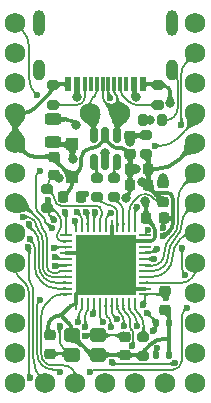
<source format=gbr>
%TF.GenerationSoftware,KiCad,Pcbnew,(6.0.1)*%
%TF.CreationDate,2022-01-23T22:32:30+01:00*%
%TF.ProjectId,pluto,706c7574-6f2e-46b6-9963-61645f706362,1.0*%
%TF.SameCoordinates,Original*%
%TF.FileFunction,Copper,L1,Top*%
%TF.FilePolarity,Positive*%
%FSLAX46Y46*%
G04 Gerber Fmt 4.6, Leading zero omitted, Abs format (unit mm)*
G04 Created by KiCad (PCBNEW (6.0.1)) date 2022-01-23 22:32:30*
%MOMM*%
%LPD*%
G01*
G04 APERTURE LIST*
G04 Aperture macros list*
%AMRoundRect*
0 Rectangle with rounded corners*
0 $1 Rounding radius*
0 $2 $3 $4 $5 $6 $7 $8 $9 X,Y pos of 4 corners*
0 Add a 4 corners polygon primitive as box body*
4,1,4,$2,$3,$4,$5,$6,$7,$8,$9,$2,$3,0*
0 Add four circle primitives for the rounded corners*
1,1,$1+$1,$2,$3*
1,1,$1+$1,$4,$5*
1,1,$1+$1,$6,$7*
1,1,$1+$1,$8,$9*
0 Add four rect primitives between the rounded corners*
20,1,$1+$1,$2,$3,$4,$5,0*
20,1,$1+$1,$4,$5,$6,$7,0*
20,1,$1+$1,$6,$7,$8,$9,0*
20,1,$1+$1,$8,$9,$2,$3,0*%
G04 Aperture macros list end*
%TA.AperFunction,SMDPad,CuDef*%
%ADD10RoundRect,0.225000X0.225000X0.250000X-0.225000X0.250000X-0.225000X-0.250000X0.225000X-0.250000X0*%
%TD*%
%TA.AperFunction,ComponentPad*%
%ADD11C,1.752600*%
%TD*%
%TA.AperFunction,SMDPad,CuDef*%
%ADD12RoundRect,0.200000X-0.275000X0.200000X-0.275000X-0.200000X0.275000X-0.200000X0.275000X0.200000X0*%
%TD*%
%TA.AperFunction,SMDPad,CuDef*%
%ADD13R,5.200000X5.200000*%
%TD*%
%TA.AperFunction,SMDPad,CuDef*%
%ADD14RoundRect,0.062500X-0.475000X0.062500X-0.475000X-0.062500X0.475000X-0.062500X0.475000X0.062500X0*%
%TD*%
%TA.AperFunction,SMDPad,CuDef*%
%ADD15RoundRect,0.062500X-0.062500X0.475000X-0.062500X-0.475000X0.062500X-0.475000X0.062500X0.475000X0*%
%TD*%
%TA.AperFunction,SMDPad,CuDef*%
%ADD16RoundRect,0.200000X0.275000X-0.200000X0.275000X0.200000X-0.275000X0.200000X-0.275000X-0.200000X0*%
%TD*%
%TA.AperFunction,SMDPad,CuDef*%
%ADD17RoundRect,0.243750X-0.456250X0.243750X-0.456250X-0.243750X0.456250X-0.243750X0.456250X0.243750X0*%
%TD*%
%TA.AperFunction,SMDPad,CuDef*%
%ADD18RoundRect,0.225000X0.250000X-0.225000X0.250000X0.225000X-0.250000X0.225000X-0.250000X-0.225000X0*%
%TD*%
%TA.AperFunction,SMDPad,CuDef*%
%ADD19RoundRect,0.150000X-0.150000X0.512500X-0.150000X-0.512500X0.150000X-0.512500X0.150000X0.512500X0*%
%TD*%
%TA.AperFunction,SMDPad,CuDef*%
%ADD20RoundRect,0.300000X0.400000X0.300000X-0.400000X0.300000X-0.400000X-0.300000X0.400000X-0.300000X0*%
%TD*%
%TA.AperFunction,SMDPad,CuDef*%
%ADD21RoundRect,0.170000X-0.330000X0.255000X-0.330000X-0.255000X0.330000X-0.255000X0.330000X0.255000X0*%
%TD*%
%TA.AperFunction,SMDPad,CuDef*%
%ADD22RoundRect,0.225000X-0.250000X0.225000X-0.250000X-0.225000X0.250000X-0.225000X0.250000X0.225000X0*%
%TD*%
%TA.AperFunction,SMDPad,CuDef*%
%ADD23RoundRect,0.275000X0.275000X-0.275000X0.275000X0.275000X-0.275000X0.275000X-0.275000X-0.275000X0*%
%TD*%
%TA.AperFunction,ComponentPad*%
%ADD24O,1.000000X2.200000*%
%TD*%
%TA.AperFunction,ComponentPad*%
%ADD25O,1.000000X1.800000*%
%TD*%
%TA.AperFunction,SMDPad,CuDef*%
%ADD26R,0.600000X1.150000*%
%TD*%
%TA.AperFunction,SMDPad,CuDef*%
%ADD27R,0.300000X1.150000*%
%TD*%
%TA.AperFunction,SMDPad,CuDef*%
%ADD28RoundRect,0.170000X0.255000X0.330000X-0.255000X0.330000X-0.255000X-0.330000X0.255000X-0.330000X0*%
%TD*%
%TA.AperFunction,SMDPad,CuDef*%
%ADD29RoundRect,0.137500X-0.137500X0.212500X-0.137500X-0.212500X0.137500X-0.212500X0.137500X0.212500X0*%
%TD*%
%TA.AperFunction,ViaPad*%
%ADD30C,0.800000*%
%TD*%
%TA.AperFunction,ViaPad*%
%ADD31C,0.600000*%
%TD*%
%TA.AperFunction,Conductor*%
%ADD32C,0.350000*%
%TD*%
%TA.AperFunction,Conductor*%
%ADD33C,0.200000*%
%TD*%
%TA.AperFunction,Conductor*%
%ADD34C,0.153000*%
%TD*%
G04 APERTURE END LIST*
D10*
%TO.P,C9,2*%
%TO.N,GND*%
X108915000Y-65655000D03*
%TO.P,C9,1*%
%TO.N,VCC*%
X110465000Y-65655000D03*
%TD*%
D11*
%TO.P,J3,33,D+*%
%TO.N,DU+*%
X105580000Y-59575000D03*
%TO.P,J3,32,D-*%
%TO.N,DU-*%
X108120000Y-59575000D03*
%TO.P,J3,31,VBUS*%
%TO.N,VBUS*%
X114470000Y-51955000D03*
%TO.P,J3,30,B0*%
%TO.N,B0*%
X114470000Y-54495000D03*
%TO.P,J3,29,GND*%
%TO.N,GND*%
X114470000Y-57035000D03*
%TO.P,J3,28,RST*%
%TO.N,RST*%
X114470000Y-59575000D03*
%TO.P,J3,27,VCC*%
%TO.N,VCC*%
X114470000Y-62115000D03*
%TO.P,J3,26,F4*%
%TO.N,F4*%
X114470000Y-64655000D03*
%TO.P,J3,25,F5*%
%TO.N,F5*%
X114470000Y-67195000D03*
%TO.P,J3,24,F6*%
%TO.N,F6*%
X114470000Y-69735000D03*
%TO.P,J3,23,F7*%
%TO.N,F7*%
X114470000Y-72275000D03*
%TO.P,J3,22,B1*%
%TO.N,B1*%
X114470000Y-74815000D03*
%TO.P,J3,21,B3*%
%TO.N,B3*%
X114470000Y-77355000D03*
%TO.P,J3,20,B2*%
%TO.N,B2*%
X114470000Y-79895000D03*
%TO.P,J3,19,B6*%
%TO.N,B6*%
X114470000Y-82435000D03*
%TO.P,J3,18,F0*%
%TO.N,F0*%
X111930000Y-82435000D03*
%TO.P,J3,17,F1*%
%TO.N,F1*%
X109390000Y-82435000D03*
%TO.P,J3,16,C7*%
%TO.N,C7*%
X106850000Y-82435000D03*
%TO.P,J3,15,D5*%
%TO.N,D5*%
X104310000Y-82435000D03*
%TO.P,J3,14,B7*%
%TO.N,B7*%
X101770000Y-82435000D03*
%TO.P,J3,13,B5*%
%TO.N,B5*%
X99230000Y-82435000D03*
%TO.P,J3,12,B4*%
%TO.N,B4*%
X99230000Y-79895000D03*
%TO.P,J3,11,E6*%
%TO.N,E6*%
X99230000Y-77355000D03*
%TO.P,J3,10,D7*%
%TO.N,D7*%
X99230000Y-74815000D03*
%TO.P,J3,9,C6*%
%TO.N,C6*%
X99230000Y-72275000D03*
%TO.P,J3,8,D4*%
%TO.N,D4*%
X99230000Y-69735000D03*
%TO.P,J3,7,D0*%
%TO.N,D0*%
X99230000Y-67195000D03*
%TO.P,J3,6,D1*%
%TO.N,D1*%
X99230000Y-64655000D03*
%TO.P,J3,5,GND*%
%TO.N,GND*%
X99230000Y-62115000D03*
%TO.P,J3,4,GND*%
X99230000Y-59575000D03*
%TO.P,J3,3,D2*%
%TO.N,D2*%
X99230000Y-57035000D03*
%TO.P,J3,2,D3*%
%TO.N,D3*%
X99230000Y-54495000D03*
%TO.P,J3,1,D6*%
%TO.N,D6*%
X99230000Y-51955000D03*
%TD*%
D12*
%TO.P,R6,2*%
%TO.N,GND*%
X110010000Y-80150000D03*
%TO.P,R6,1*%
%TO.N,Net-(R6-Pad1)*%
X110010000Y-78500000D03*
%TD*%
D13*
%TO.P,U2,45,EP*%
%TO.N,GND*%
X106860000Y-72435000D03*
D14*
%TO.P,U2,44,AVCC*%
%TO.N,VCC*%
X110197500Y-69935000D03*
%TO.P,U2,43,GND*%
%TO.N,GND*%
X110197500Y-70435000D03*
%TO.P,U2,42,AREF*%
%TO.N,unconnected-(U2-Pad42)*%
X110197500Y-70935000D03*
%TO.P,U2,41,PF0*%
%TO.N,F0*%
X110197500Y-71435000D03*
%TO.P,U2,40,PF1*%
%TO.N,F1*%
X110197500Y-71935000D03*
%TO.P,U2,39,PF4*%
%TO.N,F4*%
X110197500Y-72435000D03*
%TO.P,U2,38,PF5*%
%TO.N,F5*%
X110197500Y-72935000D03*
%TO.P,U2,37,PF6*%
%TO.N,F6*%
X110197500Y-73435000D03*
%TO.P,U2,36,PF7*%
%TO.N,F7*%
X110197500Y-73935000D03*
%TO.P,U2,35,GND*%
%TO.N,GND*%
X110197500Y-74435000D03*
%TO.P,U2,34,VCC*%
%TO.N,VCC*%
X110197500Y-74935000D03*
D15*
%TO.P,U2,33,PE2/~{HWB}*%
%TO.N,Net-(R6-Pad1)*%
X109360000Y-75772500D03*
%TO.P,U2,32,PC7*%
%TO.N,C7*%
X108860000Y-75772500D03*
%TO.P,U2,31,PC6*%
%TO.N,C6*%
X108360000Y-75772500D03*
%TO.P,U2,30,PB6*%
%TO.N,B6*%
X107860000Y-75772500D03*
%TO.P,U2,29,PB5*%
%TO.N,B5*%
X107360000Y-75772500D03*
%TO.P,U2,28,PB4*%
%TO.N,B4*%
X106860000Y-75772500D03*
%TO.P,U2,27,PD7*%
%TO.N,D7*%
X106360000Y-75772500D03*
%TO.P,U2,26,PD6*%
%TO.N,D6*%
X105860000Y-75772500D03*
%TO.P,U2,25,PD4*%
%TO.N,D4*%
X105360000Y-75772500D03*
%TO.P,U2,24,AVCC*%
%TO.N,VCC*%
X104860000Y-75772500D03*
%TO.P,U2,23,GND*%
%TO.N,GND*%
X104360000Y-75772500D03*
D14*
%TO.P,U2,22,PD5*%
%TO.N,D5*%
X103522500Y-74935000D03*
%TO.P,U2,21,PD3*%
%TO.N,D3*%
X103522500Y-74435000D03*
%TO.P,U2,20,PD2*%
%TO.N,D2*%
X103522500Y-73935000D03*
%TO.P,U2,19,PD1*%
%TO.N,D1*%
X103522500Y-73435000D03*
%TO.P,U2,18,PD0*%
%TO.N,D0*%
X103522500Y-72935000D03*
%TO.P,U2,17,XTAL2*%
%TO.N,Net-(C6-Pad2)*%
X103522500Y-72435000D03*
%TO.P,U2,16,XTAL1*%
%TO.N,Net-(C5-Pad2)*%
X103522500Y-71935000D03*
%TO.P,U2,15,GND*%
%TO.N,GND*%
X103522500Y-71435000D03*
%TO.P,U2,14,VCC*%
%TO.N,VCC*%
X103522500Y-70935000D03*
%TO.P,U2,13,~{RESET}*%
%TO.N,RST*%
X103522500Y-70435000D03*
%TO.P,U2,12,PB7*%
%TO.N,B7*%
X103522500Y-69935000D03*
D15*
%TO.P,U2,11,PB3/MISO*%
%TO.N,B3*%
X104360000Y-69097500D03*
%TO.P,U2,10,PB2/MOSI*%
%TO.N,B2*%
X104860000Y-69097500D03*
%TO.P,U2,9,PB1/SCK*%
%TO.N,B1*%
X105360000Y-69097500D03*
%TO.P,U2,8,PB0*%
%TO.N,B0*%
X105860000Y-69097500D03*
%TO.P,U2,7,VBus*%
%TO.N,VCC*%
X106360000Y-69097500D03*
%TO.P,U2,6,UCap*%
%TO.N,Net-(C10-Pad1)*%
X106860000Y-69097500D03*
%TO.P,U2,5,UGnd*%
%TO.N,GND*%
X107360000Y-69097500D03*
%TO.P,U2,4,D+*%
%TO.N,/MCU+*%
X107860000Y-69097500D03*
%TO.P,U2,3,D-*%
%TO.N,/MCU-*%
X108360000Y-69097500D03*
%TO.P,U2,2,UVcc*%
%TO.N,VCC*%
X108860000Y-69097500D03*
%TO.P,U2,1,PE6*%
%TO.N,E6*%
X109360000Y-69097500D03*
%TD*%
D16*
%TO.P,R1,2*%
%TO.N,GND*%
X111290000Y-57240000D03*
%TO.P,R1,1*%
%TO.N,Net-(J1-PadA5)*%
X111290000Y-58890000D03*
%TD*%
D17*
%TO.P,F1,2*%
%TO.N,Net-(C1-Pad1)*%
X102430000Y-61992500D03*
%TO.P,F1,1*%
%TO.N,VBUS*%
X102430000Y-60117500D03*
%TD*%
D18*
%TO.P,C6,2*%
%TO.N,Net-(C6-Pad2)*%
X108460000Y-78510000D03*
%TO.P,C6,1*%
%TO.N,GND*%
X108460000Y-80060000D03*
%TD*%
D19*
%TO.P,U1,6,IO1*%
%TO.N,D-*%
X107790000Y-63682500D03*
%TO.P,U1,5,VBUS*%
%TO.N,VBUS*%
X106840000Y-63682500D03*
%TO.P,U1,4,IO2*%
%TO.N,D+*%
X105890000Y-63682500D03*
%TO.P,U1,3,IO2*%
%TO.N,DU+*%
X105890000Y-61407500D03*
%TO.P,U1,2,GND*%
%TO.N,GND*%
X106840000Y-61407500D03*
%TO.P,U1,1,IO1*%
%TO.N,DU-*%
X107790000Y-61407500D03*
%TD*%
D18*
%TO.P,C7,2*%
%TO.N,GND*%
X102520000Y-63260000D03*
%TO.P,C7,1*%
%TO.N,VCC*%
X102520000Y-64810000D03*
%TD*%
D20*
%TO.P,Y1,4,4*%
%TO.N,GND*%
X106200000Y-80085000D03*
%TO.P,Y1,3,3*%
%TO.N,Net-(C5-Pad2)*%
X104000000Y-80085000D03*
%TO.P,Y1,2,2*%
%TO.N,GND*%
X104000000Y-78385000D03*
%TO.P,Y1,1,1*%
%TO.N,Net-(C6-Pad2)*%
X106200000Y-78385000D03*
%TD*%
D21*
%TO.P,FB2,2*%
%TO.N,VCC*%
X110290000Y-63075000D03*
%TO.P,FB2,1*%
%TO.N,Net-(C1-Pad1)*%
X110290000Y-61475000D03*
%TD*%
D22*
%TO.P,C4,2*%
%TO.N,GND*%
X111930000Y-76210000D03*
%TO.P,C4,1*%
%TO.N,VCC*%
X111930000Y-74660000D03*
%TD*%
D12*
%TO.P,R2,2*%
%TO.N,Net-(J1-PadB5)*%
X102400000Y-58885000D03*
%TO.P,R2,1*%
%TO.N,GND*%
X102400000Y-57235000D03*
%TD*%
D22*
%TO.P,C1,2*%
%TO.N,GND*%
X108950000Y-63040000D03*
%TO.P,C1,1*%
%TO.N,Net-(C1-Pad1)*%
X108950000Y-61490000D03*
%TD*%
%TO.P,C5,2*%
%TO.N,Net-(C5-Pad2)*%
X102180000Y-79940000D03*
%TO.P,C5,1*%
%TO.N,GND*%
X102180000Y-78390000D03*
%TD*%
D23*
%TO.P,D1,2,A2*%
%TO.N,Net-(C1-Pad1)*%
X104040000Y-62227500D03*
%TO.P,D1,1,A1*%
%TO.N,GND*%
X104040000Y-65027500D03*
%TD*%
D24*
%TO.P,J1,S4*%
%TO.N,N/C*%
X112470000Y-51935000D03*
%TO.P,J1,S3*%
X101230000Y-51935000D03*
D25*
%TO.P,J1,S2*%
X101230000Y-55935000D03*
%TO.P,J1,S1,SHIELD*%
%TO.N,Net-(FB1-Pad1)*%
X112470000Y-55935000D03*
D26*
%TO.P,J1,B12,GND*%
%TO.N,GND*%
X110050000Y-57135000D03*
%TO.P,J1,B9,VBUS*%
%TO.N,VBUS*%
X109250000Y-57135000D03*
D27*
%TO.P,J1,B8,SBU2*%
%TO.N,unconnected-(J1-PadB8)*%
X108600000Y-57135000D03*
%TO.P,J1,B7,D-*%
%TO.N,DU-*%
X107600000Y-57135000D03*
%TO.P,J1,B6,D+*%
%TO.N,DU+*%
X106100000Y-57135000D03*
%TO.P,J1,B5,CC2*%
%TO.N,Net-(J1-PadB5)*%
X105100000Y-57135000D03*
D26*
%TO.P,J1,B4,VBUS*%
%TO.N,VBUS*%
X104450000Y-57135000D03*
%TO.P,J1,B1,GND*%
%TO.N,GND*%
X103650000Y-57135000D03*
%TO.P,J1,A12,GND*%
X103650000Y-57135000D03*
%TO.P,J1,A9,VBUS*%
%TO.N,VBUS*%
X104450000Y-57135000D03*
D27*
%TO.P,J1,A8,SBU1*%
%TO.N,unconnected-(J1-PadA8)*%
X105600000Y-57135000D03*
%TO.P,J1,A7,D-*%
%TO.N,DU-*%
X106600000Y-57135000D03*
%TO.P,J1,A6,D+*%
%TO.N,DU+*%
X107100000Y-57135000D03*
%TO.P,J1,A5,CC1*%
%TO.N,Net-(J1-PadA5)*%
X108100000Y-57135000D03*
D26*
%TO.P,J1,A4,VBUS*%
%TO.N,VBUS*%
X109250000Y-57135000D03*
%TO.P,J1,A1,GND*%
%TO.N,GND*%
X110050000Y-57135000D03*
%TD*%
D10*
%TO.P,C10,2*%
%TO.N,GND*%
X103265000Y-66665000D03*
%TO.P,C10,1*%
%TO.N,Net-(C10-Pad1)*%
X104815000Y-66665000D03*
%TD*%
D18*
%TO.P,C8,2*%
%TO.N,GND*%
X111740000Y-65520000D03*
%TO.P,C8,1*%
%TO.N,VCC*%
X111740000Y-67070000D03*
%TD*%
D28*
%TO.P,FB1,2*%
%TO.N,GND*%
X110000000Y-60175000D03*
%TO.P,FB1,1*%
%TO.N,Net-(FB1-Pad1)*%
X111600000Y-60175000D03*
%TD*%
D12*
%TO.P,R3,2*%
%TO.N,RST*%
X101930000Y-67620000D03*
%TO.P,R3,1*%
%TO.N,VCC*%
X101930000Y-65970000D03*
%TD*%
D29*
%TO.P,SW1,2,2*%
%TO.N,RST*%
X111085000Y-80045000D03*
X111085000Y-77345000D03*
%TO.P,SW1,1,1*%
%TO.N,GND*%
X112235000Y-77345000D03*
X112235000Y-80045000D03*
%TD*%
D10*
%TO.P,C2,2*%
%TO.N,GND*%
X108925000Y-64335000D03*
%TO.P,C2,1*%
%TO.N,VCC*%
X110475000Y-64335000D03*
%TD*%
D16*
%TO.P,R4,2*%
%TO.N,D+*%
X106160000Y-65070000D03*
%TO.P,R4,1*%
%TO.N,/MCU+*%
X106160000Y-66720000D03*
%TD*%
D10*
%TO.P,C3,2*%
%TO.N,GND*%
X110285000Y-68475000D03*
%TO.P,C3,1*%
%TO.N,VCC*%
X111835000Y-68475000D03*
%TD*%
D16*
%TO.P,R5,2*%
%TO.N,D-*%
X107550000Y-65070000D03*
%TO.P,R5,1*%
%TO.N,/MCU-*%
X107550000Y-66720000D03*
%TD*%
D30*
%TO.N,Net-(C1-Pad1)*%
X108940000Y-62037500D03*
X104060000Y-63475000D03*
%TO.N,GND*%
X110622500Y-60155000D03*
X111750000Y-65062500D03*
X109472500Y-64345000D03*
X112321980Y-58695000D03*
X108585666Y-66757582D03*
X110209862Y-67037638D03*
%TO.N,VCC*%
X109917500Y-65445000D03*
D31*
X102451438Y-70982893D03*
X111731129Y-69307500D03*
X111701988Y-69976989D03*
X104524198Y-77270075D03*
D30*
X102920000Y-65075000D03*
D31*
X110000201Y-75807299D03*
X110430074Y-69507494D03*
X111934262Y-75240738D03*
%TO.N,Net-(C5-Pad2)*%
X102970000Y-77625000D03*
X102584735Y-71723495D03*
%TO.N,Net-(C6-Pad2)*%
X102589459Y-72549177D03*
X105153197Y-78454877D03*
%TO.N,Net-(C10-Pad1)*%
X107289323Y-68015677D03*
X105226614Y-66445020D03*
D30*
%TO.N,VBUS*%
X109450655Y-58237500D03*
X106810000Y-62937500D03*
X104376189Y-60551189D03*
X104425422Y-58210422D03*
D31*
%TO.N,DU+*%
X107262692Y-58309067D03*
%TO.N,B3*%
X104282500Y-68709035D03*
%TO.N,B1*%
X105218614Y-67957500D03*
X113615052Y-73292240D03*
X113321132Y-70963868D03*
%TO.N,B2*%
X104466111Y-67957500D03*
%TO.N,RST*%
X110863909Y-77998964D03*
X102512955Y-68612045D03*
X111235216Y-79440216D03*
X110362027Y-76467104D03*
X102009980Y-66902500D03*
X111029538Y-62351187D03*
%TO.N,D6*%
X105810000Y-76592500D03*
X101272500Y-64445000D03*
X101014323Y-58040677D03*
X102347100Y-69346042D03*
%TO.N,D3*%
X100479004Y-70226562D03*
%TO.N,D2*%
X100333172Y-68993160D03*
%TO.N,D1*%
X99890000Y-68385000D03*
%TO.N,D4*%
X105140052Y-77702489D03*
%TO.N,C6*%
X109105609Y-79285000D03*
X100498119Y-82038024D03*
%TO.N,D7*%
X106659890Y-77305333D03*
%TO.N,E6*%
X105570000Y-81505000D03*
X101263842Y-75367500D03*
X103030000Y-81497500D03*
X113720000Y-76055000D03*
X109515353Y-67532024D03*
%TO.N,B4*%
X107291302Y-77714697D03*
%TO.N,B5*%
X107843802Y-77041893D03*
%TO.N,B7*%
X103421133Y-67957500D03*
X100288868Y-70956133D03*
%TO.N,C7*%
X109519401Y-77603047D03*
%TO.N,F1*%
X110944197Y-71935000D03*
%TO.N,F0*%
X111173404Y-71117171D03*
%TO.N,B6*%
X108396313Y-77607500D03*
X107390000Y-80662500D03*
X112750989Y-80710100D03*
%TO.N,B0*%
X113255213Y-60607763D03*
X105977500Y-67957500D03*
%TD*%
D32*
%TO.N,Net-(C1-Pad1)*%
X108950000Y-62027500D02*
X108950000Y-61490000D01*
X102665000Y-62227500D02*
X104040000Y-62227500D01*
X104040000Y-63455000D02*
X104060000Y-63475000D01*
X102430000Y-61992500D02*
X102665000Y-62227500D01*
X104040000Y-62227500D02*
X104040000Y-63455000D01*
X108950000Y-61490000D02*
X110275000Y-61490000D01*
X110275000Y-61490000D02*
X110290000Y-61475000D01*
X108940000Y-62037500D02*
X108950000Y-62027500D01*
%TO.N,GND*%
X108950000Y-63040000D02*
X108950000Y-64310000D01*
X103522500Y-71435000D02*
X105860000Y-71435000D01*
X103100000Y-76715000D02*
X103707107Y-77322107D01*
X108925000Y-64335000D02*
X109462500Y-64335000D01*
X108915000Y-65655000D02*
X108915000Y-66072066D01*
X104040000Y-65027500D02*
X104040000Y-65424153D01*
X104387520Y-74907480D02*
X106860000Y-72435000D01*
X111750000Y-65062500D02*
X111750000Y-65510000D01*
X102400000Y-57235000D02*
X102400000Y-57242877D01*
X109462500Y-64335000D02*
X109472500Y-64345000D01*
X108860000Y-70435000D02*
X106860000Y-72435000D01*
X108925000Y-64335000D02*
X108925000Y-65645000D01*
X112235000Y-76515000D02*
X112235000Y-77345000D01*
X110197500Y-70435000D02*
X108860000Y-70435000D01*
X110602500Y-60175000D02*
X110000000Y-60175000D01*
X111750000Y-65510000D02*
X111740000Y-65520000D01*
X110050000Y-57135000D02*
X111185000Y-57135000D01*
X104000000Y-78029214D02*
X104000000Y-78385000D01*
X110197500Y-70435000D02*
X110614704Y-70435000D01*
X99230000Y-59575000D02*
X99230000Y-62115000D01*
X111930000Y-76210000D02*
X112235000Y-76515000D01*
X106840000Y-61795315D02*
X106326081Y-62309234D01*
X104787511Y-63396560D02*
X104787511Y-63908532D01*
X112235000Y-79000000D02*
X112235000Y-80045000D01*
X105096553Y-62768447D02*
X105013129Y-62851871D01*
X104000000Y-78385000D02*
X105700000Y-80085000D01*
X105860000Y-71435000D02*
X106860000Y-72435000D01*
X103650000Y-57135000D02*
X102500000Y-57135000D01*
X106840000Y-61795315D02*
X106840000Y-61407500D01*
X107360000Y-69097500D02*
X107360000Y-71935000D01*
X105756893Y-62545000D02*
X105636004Y-62545000D01*
X108950000Y-63040000D02*
X108913643Y-63040000D01*
X108860000Y-74435000D02*
X106860000Y-72435000D01*
X110197500Y-74435000D02*
X108860000Y-74435000D01*
X111946423Y-78670000D02*
X112235000Y-78670000D01*
X110209862Y-67037638D02*
X110285000Y-67112776D01*
X108925000Y-65645000D02*
X108915000Y-65655000D01*
X111062520Y-69987184D02*
X111062520Y-69547331D01*
X110285000Y-67112776D02*
X110285000Y-68475000D01*
X99900888Y-59575000D02*
X99230000Y-59575000D01*
X102980000Y-76715000D02*
X103100000Y-76715000D01*
X110854057Y-69044057D02*
X110285000Y-68475000D01*
X102520000Y-63260000D02*
X102520000Y-63507500D01*
X112235000Y-78670000D02*
X112235000Y-79000000D01*
X108913643Y-63040000D02*
X108565089Y-62691446D01*
X99230000Y-62115000D02*
X100069768Y-62954768D01*
X104387520Y-75744980D02*
X104387520Y-74907480D01*
X102500000Y-57135000D02*
X102400000Y-57235000D01*
X105700000Y-80085000D02*
X106200000Y-80085000D01*
X103100000Y-76715000D02*
X103896054Y-75918946D01*
X107333365Y-62288680D02*
X106840000Y-61795315D01*
X102143940Y-57861060D02*
X100804138Y-59200862D01*
X107360000Y-71935000D02*
X106860000Y-72435000D01*
X111290000Y-57240000D02*
X111776631Y-57240000D01*
X102180000Y-78390000D02*
X101980000Y-78190000D01*
X100806664Y-63260000D02*
X102520000Y-63260000D01*
X112321980Y-57785349D02*
X112321980Y-58695000D01*
X108434989Y-80034989D02*
X106250011Y-80034989D01*
X101980000Y-78190000D02*
X101980000Y-77715000D01*
X108950000Y-64310000D02*
X108925000Y-64335000D01*
X104249607Y-75772500D02*
X104360000Y-75772500D01*
X108460000Y-80060000D02*
X108434989Y-80034989D01*
X104524851Y-64542649D02*
X104040000Y-65027500D01*
X108211536Y-62545000D02*
X107952177Y-62545000D01*
X109920000Y-80060000D02*
X108460000Y-80060000D01*
X111185000Y-57135000D02*
X111290000Y-57240000D01*
X103710596Y-66219404D02*
X103265000Y-66665000D01*
X110156447Y-79631549D02*
X110532210Y-79255786D01*
X102520000Y-63507500D02*
X104040000Y-65027500D01*
X110010000Y-80150000D02*
X110010000Y-79985103D01*
X110010000Y-80150000D02*
X109920000Y-80060000D01*
X112235000Y-77345000D02*
X112235000Y-78670000D01*
X106250011Y-80034989D02*
X106200000Y-80085000D01*
X108663142Y-66680106D02*
X108585666Y-66757582D01*
X110622500Y-60155000D02*
X110602500Y-60175000D01*
X102980000Y-76715000D02*
G75*
G03*
X101980000Y-77715000I-1J-999999D01*
G01*
X99900888Y-59574999D02*
G75*
G03*
X100804138Y-59200862I1J1277387D01*
G01*
X106326081Y-62309234D02*
G75*
G02*
X105756893Y-62545000I-569184J569177D01*
G01*
X112321980Y-57785349D02*
G75*
G03*
X111776631Y-57240000I-545349J0D01*
G01*
X105096553Y-62768447D02*
G75*
G02*
X105636004Y-62545000I539452J-539457D01*
G01*
X110854057Y-69044057D02*
G75*
G02*
X111062520Y-69547331I-503276J-503275D01*
G01*
X100069768Y-62954768D02*
G75*
G03*
X100806664Y-63260000I736895J736896D01*
G01*
X104787512Y-63396560D02*
G75*
G02*
X105013130Y-62851872I770312J-3D01*
G01*
X108663142Y-66680106D02*
G75*
G03*
X108915000Y-66072066I-608043J608041D01*
G01*
X110532210Y-79255786D02*
G75*
G02*
X111946423Y-78670000I1414213J-1414214D01*
G01*
X103707107Y-77322107D02*
G75*
G02*
X104000000Y-78029214I-707106J-707106D01*
G01*
X104524851Y-64542649D02*
G75*
G03*
X104787511Y-63908532I-634114J634116D01*
G01*
X111062520Y-69987184D02*
G75*
G02*
X110614704Y-70435000I-447815J-1D01*
G01*
X104249607Y-75772501D02*
G75*
G03*
X103896054Y-75918946I0J-500001D01*
G01*
X103710596Y-66219404D02*
G75*
G03*
X104040000Y-65424153I-795246J795249D01*
G01*
X102399999Y-57242877D02*
G75*
G02*
X102143939Y-57861059I-874244J1D01*
G01*
X108565089Y-62691446D02*
G75*
G03*
X108211536Y-62545000I-353553J-353556D01*
G01*
X110156447Y-79631549D02*
G75*
G03*
X110010000Y-79985103I353550J-353553D01*
G01*
X107333365Y-62288680D02*
G75*
G03*
X107952177Y-62545000I618809J618807D01*
G01*
D33*
%TO.N,VCC*%
X110200000Y-75607500D02*
X110200000Y-74937500D01*
X110197500Y-74935000D02*
X111655000Y-74935000D01*
X104699432Y-76416073D02*
X104713554Y-76401951D01*
X102499331Y-70935000D02*
X103522500Y-70935000D01*
X111731129Y-68578871D02*
X111835000Y-68475000D01*
X111731129Y-69307500D02*
X111731129Y-68578871D01*
D32*
X111864960Y-68504960D02*
X111835000Y-68475000D01*
X112549960Y-68504960D02*
X112549960Y-68885128D01*
D33*
X102451438Y-70982893D02*
X102499331Y-70935000D01*
X111735000Y-67065000D02*
X111537827Y-67065000D01*
X110197500Y-69918629D02*
X110197500Y-69935000D01*
D32*
X110465000Y-65795000D02*
X110987500Y-66317500D01*
X110987500Y-66317500D02*
X111740000Y-67070000D01*
X102785000Y-65075000D02*
X102520000Y-64810000D01*
D33*
X111930000Y-74660000D02*
X111930000Y-75236476D01*
D32*
X112549960Y-68504960D02*
X111864960Y-68504960D01*
D33*
X101930000Y-65975000D02*
X101930000Y-65970000D01*
X102352127Y-66397127D02*
X101930000Y-65975000D01*
X106030000Y-67405000D02*
X103062480Y-67405000D01*
D32*
X110290000Y-63075000D02*
X110475000Y-63260000D01*
D33*
X101930000Y-65970000D02*
X101930000Y-65686179D01*
D32*
X110475000Y-65645000D02*
X110475000Y-64335000D01*
X114470000Y-62115000D02*
X113070605Y-63514395D01*
X110127500Y-65655000D02*
X110465000Y-65655000D01*
D33*
X102132359Y-65197641D02*
X102520000Y-64810000D01*
D32*
X110465000Y-65655000D02*
X110475000Y-65645000D01*
D33*
X110200000Y-74937500D02*
X110197500Y-74935000D01*
D32*
X110475000Y-63260000D02*
X110475000Y-64335000D01*
D33*
X104552985Y-77241288D02*
X104552985Y-76769627D01*
X106360000Y-69097500D02*
X106360000Y-68614495D01*
X111930000Y-75236476D02*
X111934262Y-75240738D01*
X106530000Y-68204060D02*
X106530000Y-67905000D01*
D32*
X112549960Y-66817500D02*
X112549960Y-68504960D01*
X102920000Y-65075000D02*
X102785000Y-65075000D01*
D33*
X111740000Y-67070000D02*
X111735000Y-67065000D01*
D32*
X110465000Y-65655000D02*
X110465000Y-65795000D01*
D33*
X108860000Y-67931202D02*
X108860000Y-69097500D01*
X111655000Y-74935000D02*
X111930000Y-74660000D01*
D32*
X111878738Y-69976989D02*
X111701988Y-69976989D01*
X110987500Y-66317500D02*
X112049960Y-66317500D01*
D33*
X104860000Y-76048398D02*
X104860000Y-75772500D01*
X110892837Y-66797837D02*
X110691286Y-66596286D01*
D32*
X112252523Y-69603204D02*
X111878738Y-69976989D01*
D33*
X104524198Y-77270075D02*
X104552985Y-77241288D01*
D32*
X111089490Y-64335000D02*
X110475000Y-64335000D01*
D33*
X110430074Y-69507494D02*
X110323761Y-69613807D01*
X109668774Y-66597249D02*
X109231357Y-67034666D01*
X110000201Y-75807299D02*
X110200000Y-75607500D01*
D32*
X109917500Y-65445000D02*
X110127500Y-65655000D01*
D33*
X106530000Y-68204060D02*
G75*
G02*
X106360000Y-68614495I-580461J0D01*
G01*
X102562480Y-66905000D02*
G75*
G03*
X103062480Y-67405000I500001J1D01*
G01*
X104552985Y-76769627D02*
G75*
G02*
X104699432Y-76416073I499997J1D01*
G01*
X111537827Y-67065000D02*
G75*
G02*
X110892837Y-66797837I-2J912150D01*
G01*
D32*
X112252523Y-69603204D02*
G75*
G03*
X112549960Y-68885128I-718071J718074D01*
G01*
D33*
X110181190Y-66385000D02*
G75*
G02*
X110691286Y-66596286I4J-721381D01*
G01*
X106030000Y-67405000D02*
G75*
G02*
X106530000Y-67905000I-1J-500001D01*
G01*
D32*
X112549960Y-66817500D02*
G75*
G03*
X112049960Y-66317500I-500001J-1D01*
G01*
D33*
X108860000Y-67931202D02*
G75*
G02*
X109231357Y-67034666I1267887J3D01*
G01*
X104859999Y-76048398D02*
G75*
G02*
X104713554Y-76401951I-500001J0D01*
G01*
X101930000Y-65686179D02*
G75*
G02*
X102132359Y-65197641I690892J2D01*
G01*
D32*
X111089490Y-64335000D02*
G75*
G03*
X113070605Y-63514395I-3J2801726D01*
G01*
D33*
X102562479Y-66905000D02*
G75*
G03*
X102352126Y-66397128I-718185J38D01*
G01*
X110197500Y-69918629D02*
G75*
G02*
X110323761Y-69613807I431084J0D01*
G01*
X110181190Y-66385000D02*
G75*
G03*
X109668774Y-66597249I-4J-724657D01*
G01*
%TO.N,Net-(C5-Pad2)*%
X103262893Y-79457893D02*
X103890000Y-80085000D01*
X102796240Y-71935000D02*
X103522500Y-71935000D01*
X103890000Y-80085000D02*
X104000000Y-80085000D01*
X102970000Y-77625000D02*
X102970000Y-78750786D01*
X102584735Y-71723495D02*
X102796240Y-71935000D01*
X104000000Y-80085000D02*
X103855000Y-79940000D01*
X103855000Y-79940000D02*
X102180000Y-79940000D01*
X103262893Y-79457893D02*
G75*
G02*
X102970000Y-78750786I707106J707106D01*
G01*
%TO.N,Net-(C6-Pad2)*%
X105153197Y-78454877D02*
X105223074Y-78385000D01*
X102649313Y-72489323D02*
X103468177Y-72489323D01*
X105223074Y-78385000D02*
X106200000Y-78385000D01*
X108335000Y-78385000D02*
X108460000Y-78510000D01*
X102589459Y-72549177D02*
X102649313Y-72489323D01*
X103468177Y-72489323D02*
X103522500Y-72435000D01*
X106200000Y-78385000D02*
X108335000Y-78385000D01*
%TO.N,Net-(C10-Pad1)*%
X105006634Y-66665000D02*
X104815000Y-66665000D01*
X106890000Y-68567834D02*
X106890000Y-69067500D01*
X105226614Y-66445020D02*
X105006634Y-66665000D01*
X106890000Y-69067500D02*
X106860000Y-69097500D01*
X107289323Y-68015677D02*
X106998070Y-68306930D01*
X106998070Y-68306930D02*
G75*
G03*
X106890000Y-68567834I260900J-260902D01*
G01*
D32*
%TO.N,VBUS*%
X106810000Y-62937500D02*
X106840000Y-62967500D01*
X106840000Y-62967500D02*
X106840000Y-63682500D01*
X109250000Y-57135000D02*
X109250000Y-58036845D01*
X109450655Y-58237500D02*
X109450655Y-58037511D01*
X102430000Y-60117500D02*
X103529397Y-60117500D01*
X104450000Y-57135000D02*
X104450000Y-58185844D01*
X104234608Y-60409608D02*
X104376189Y-60551189D01*
X104450000Y-58185844D02*
X104425422Y-58210422D01*
X109250000Y-58036845D02*
X109450655Y-58237500D01*
X104234608Y-60409608D02*
G75*
G03*
X103529397Y-60117500I-705210J-705209D01*
G01*
D34*
%TO.N,Net-(FB1-Pad1)*%
X112950980Y-56830194D02*
X112950980Y-59175000D01*
X111950980Y-60175000D02*
X111600000Y-60175000D01*
X112470000Y-55935000D02*
X112658087Y-56123087D01*
X111950980Y-60175000D02*
G75*
G03*
X112950980Y-59175000I1J999999D01*
G01*
X112658087Y-56123087D02*
G75*
G02*
X112950980Y-56830194I-707106J-707106D01*
G01*
D33*
%TO.N,Net-(J1-PadA5)*%
X108246447Y-58012914D02*
X108840768Y-58607235D01*
X108100000Y-57135000D02*
X108100000Y-57659360D01*
X109523424Y-58890000D02*
X111290000Y-58890000D01*
X109523424Y-58889999D02*
G75*
G02*
X108840769Y-58607234I-2J965417D01*
G01*
X108100000Y-57659360D02*
G75*
G03*
X108246447Y-58012914I499997J-1D01*
G01*
%TO.N,DU+*%
X105890000Y-59885000D02*
X105890000Y-61407500D01*
X107262692Y-58309067D02*
X107100000Y-58146375D01*
X105580000Y-59575000D02*
X105890000Y-59885000D01*
X107100000Y-58146375D02*
X107100000Y-57135000D01*
X105580000Y-58672107D02*
X105580000Y-59575000D01*
X105953553Y-58091447D02*
X105726446Y-58318554D01*
X106100000Y-57135000D02*
X106100000Y-57737893D01*
X106100000Y-57737893D02*
G75*
G02*
X105953553Y-58091447I-499997J-1D01*
G01*
X105726446Y-58318554D02*
G75*
G03*
X105580000Y-58672107I353556J-353553D01*
G01*
%TO.N,DU-*%
X107746447Y-58011452D02*
X107770887Y-58035892D01*
X106600000Y-58220638D02*
X106600000Y-57135000D01*
X107996447Y-59451447D02*
X108120000Y-59575000D01*
X107850000Y-58226823D02*
X107850000Y-59097893D01*
X107790000Y-59905000D02*
X108120000Y-59575000D01*
X107600000Y-57135000D02*
X107600000Y-57760470D01*
X107746447Y-58011452D02*
X107673918Y-57938923D01*
X108120000Y-59575000D02*
X107954362Y-59575000D01*
X107600808Y-59428553D02*
X106746446Y-58574191D01*
X107790000Y-61407500D02*
X107790000Y-59905000D01*
X107850000Y-59097893D02*
G75*
G03*
X107996447Y-59451447I499997J-1D01*
G01*
X107673918Y-57938923D02*
G75*
G02*
X107600000Y-57760470I178456J178455D01*
G01*
X106600001Y-58220638D02*
G75*
G03*
X106746446Y-58574191I500001J0D01*
G01*
X107600808Y-59428553D02*
G75*
G03*
X107954362Y-59575000I353553J353550D01*
G01*
X107770887Y-58035892D02*
G75*
G02*
X107850000Y-58226823I-190840J-190931D01*
G01*
%TO.N,Net-(J1-PadB5)*%
X102400000Y-58885000D02*
X104466512Y-58885000D01*
X104820066Y-58738553D02*
X104953554Y-58605065D01*
X105100000Y-58251512D02*
X105100000Y-57135000D01*
X104466512Y-58885000D02*
G75*
G03*
X104820066Y-58738553I1J499997D01*
G01*
X105099999Y-58251512D02*
G75*
G02*
X104953554Y-58605065I-500001J0D01*
G01*
%TO.N,B3*%
X104282500Y-69020000D02*
X104360000Y-69097500D01*
X104282500Y-68709035D02*
X104282500Y-69020000D01*
%TO.N,B1*%
X105330000Y-68068886D02*
X105330000Y-69067500D01*
X105218614Y-67957500D02*
X105330000Y-68068886D01*
X113321132Y-72582716D02*
X113321132Y-70963868D01*
X105330000Y-69067500D02*
X105360000Y-69097500D01*
X113321133Y-72582716D02*
G75*
G03*
X113615053Y-73292239I1003356J0D01*
G01*
%TO.N,B2*%
X104466111Y-67957500D02*
X104466111Y-67986367D01*
X104466111Y-67986367D02*
X104726933Y-68247189D01*
X104860000Y-68568441D02*
X104860000Y-69097500D01*
X104726933Y-68247189D02*
G75*
G02*
X104860000Y-68568441I-321254J-321253D01*
G01*
%TO.N,RST*%
X102009980Y-66902500D02*
X102009980Y-67540020D01*
X112878946Y-61765400D02*
X114470000Y-60174346D01*
X111085000Y-77777873D02*
X111085000Y-77345000D01*
X103176588Y-70435000D02*
X103522500Y-70435000D01*
X111235216Y-79440216D02*
X111085000Y-79590432D01*
X101930000Y-67620000D02*
X102302263Y-67620000D01*
X103090000Y-68821951D02*
X103090000Y-69177388D01*
X101930000Y-67821983D02*
X101930000Y-67620000D01*
X110863909Y-77998964D02*
X111085000Y-77777873D01*
X111085000Y-79590432D02*
X111085000Y-80045000D01*
X102732480Y-69946824D02*
X102732480Y-69993336D01*
X102009980Y-67540020D02*
X101930000Y-67620000D01*
X114470000Y-60174346D02*
X114470000Y-59575000D01*
X102943553Y-69530942D02*
X102877300Y-69597195D01*
X111085000Y-77190077D02*
X110362027Y-76467104D01*
X102512955Y-68612045D02*
X102076446Y-68175536D01*
X111085000Y-77345000D02*
X111085000Y-77190077D01*
X102827673Y-70223178D02*
X102942557Y-70338062D01*
X102302263Y-67620000D02*
X102797107Y-68114844D01*
X111029538Y-62351187D02*
X111464732Y-62351187D01*
X102076446Y-68175536D02*
G75*
G02*
X101930000Y-67821983I353556J353553D01*
G01*
X102943553Y-69530942D02*
G75*
G03*
X103090000Y-69177388I-353550J353553D01*
G01*
X102877300Y-69597195D02*
G75*
G03*
X102732480Y-69946824I349642J-349633D01*
G01*
X103176588Y-70434999D02*
G75*
G02*
X102942557Y-70338062I-3J330965D01*
G01*
X102827673Y-70223178D02*
G75*
G02*
X102732480Y-69993336I229811J229814D01*
G01*
X111464732Y-62351186D02*
G75*
G03*
X112878945Y-61765399I0J1999999D01*
G01*
X102797107Y-68114844D02*
G75*
G02*
X103090000Y-68821951I-707106J-707106D01*
G01*
%TO.N,D6*%
X101707481Y-68611055D02*
X101707481Y-68623580D01*
X101766113Y-68765055D02*
X102347100Y-69346042D01*
X101648843Y-68469574D02*
X101086446Y-67907177D01*
X102347100Y-69346042D02*
X102272130Y-69346042D01*
X99714044Y-52439044D02*
X99230000Y-51955000D01*
X101086447Y-64631053D02*
X101272500Y-64445000D01*
X105810000Y-76592500D02*
X105860000Y-76542500D01*
X101014323Y-58040677D02*
X100921185Y-57947539D01*
X100940000Y-67553624D02*
X100940000Y-64984607D01*
X105860000Y-76542500D02*
X105860000Y-75772500D01*
X100410000Y-56713427D02*
X100410000Y-54119230D01*
X101648843Y-68469574D02*
G75*
G02*
X101707481Y-68611055I-141573J-141568D01*
G01*
X100940000Y-64984607D02*
G75*
G02*
X101086447Y-64631053I499997J1D01*
G01*
X100940001Y-67553624D02*
G75*
G03*
X101086446Y-67907177I500001J0D01*
G01*
X101707482Y-68623580D02*
G75*
G03*
X101766114Y-68765054I200172J71D01*
G01*
X100410000Y-54119230D02*
G75*
G03*
X99714044Y-52439044I-2376141J0D01*
G01*
X100921185Y-57947539D02*
G75*
G02*
X100410000Y-56713427I1234121J1234115D01*
G01*
%TO.N,D3*%
X100479004Y-70226562D02*
X100479004Y-70341280D01*
X100479004Y-70341280D02*
X100694933Y-70557209D01*
X102789297Y-74435000D02*
X103522500Y-74435000D01*
X100841379Y-70910762D02*
X100841379Y-72487082D01*
X100841379Y-72487082D02*
G75*
G03*
X102789297Y-74435000I1947918J0D01*
G01*
X100841378Y-70910762D02*
G75*
G03*
X100694933Y-70557209I-500001J0D01*
G01*
%TO.N,D2*%
X102663352Y-73935000D02*
X103522500Y-73935000D01*
X100333172Y-68993160D02*
X100333172Y-69155248D01*
X100333172Y-69155248D02*
X100847272Y-69669348D01*
X101193898Y-70506178D02*
X101193898Y-72465546D01*
X100847272Y-69669348D02*
G75*
G02*
X101193898Y-70506178I-836830J-836829D01*
G01*
X102663352Y-73935000D02*
G75*
G02*
X101193898Y-72465546I0J1469454D01*
G01*
%TO.N,D1*%
X100652829Y-68531447D02*
X100855995Y-68734613D01*
X99890000Y-68385000D02*
X100299275Y-68385000D01*
X102380276Y-73435000D02*
X103522500Y-73435000D01*
X101546417Y-70432160D02*
X101546417Y-72601141D01*
X101002441Y-69088166D02*
X101002441Y-69118872D01*
X101002441Y-69118872D02*
G75*
G03*
X101148888Y-69472426I499997J-1D01*
G01*
X101546417Y-72601141D02*
G75*
G03*
X102380276Y-73435000I833860J1D01*
G01*
X101148888Y-69472426D02*
G75*
G02*
X101546417Y-70432160I-959748J-959731D01*
G01*
X100652829Y-68531447D02*
G75*
G03*
X100299275Y-68385000I-353553J-353550D01*
G01*
X100855995Y-68734613D02*
G75*
G02*
X101002441Y-69088166I-353556J-353553D01*
G01*
%TO.N,D0*%
X103522500Y-72935000D02*
X103067849Y-72935000D01*
X102735475Y-73101688D02*
X102398938Y-73101688D01*
X99607813Y-67195000D02*
X99230000Y-67195000D01*
X101208514Y-68588594D02*
X99961366Y-67341446D01*
X102926427Y-72993579D02*
X102876896Y-73043110D01*
X101354961Y-68972854D02*
X101354961Y-68942148D01*
X101898938Y-72601688D02*
X101898938Y-70286075D01*
X101501407Y-69326407D02*
G75*
G02*
X101354961Y-68972854I353556J353553D01*
G01*
X101898938Y-72601688D02*
G75*
G03*
X102398938Y-73101688I500001J1D01*
G01*
X101501407Y-69326407D02*
G75*
G02*
X101898938Y-70286075I-959591J-959669D01*
G01*
X103067849Y-72935001D02*
G75*
G03*
X102926428Y-72993580I-1J-199998D01*
G01*
X102735475Y-73101688D02*
G75*
G03*
X102876896Y-73043110I-1J200003D01*
G01*
X99961366Y-67341446D02*
G75*
G03*
X99607813Y-67195000I-353553J-353556D01*
G01*
X101354961Y-68942148D02*
G75*
G03*
X101208514Y-68588594I-499997J1D01*
G01*
%TO.N,D4*%
X105286447Y-76329058D02*
X105360000Y-76255505D01*
X105140000Y-77702437D02*
X105140000Y-76682612D01*
X105360000Y-76255505D02*
X105360000Y-75772500D01*
X105140052Y-77702489D02*
X105140000Y-77702437D01*
X105140000Y-76682612D02*
G75*
G02*
X105286447Y-76329058I499997J1D01*
G01*
%TO.N,C6*%
X108948824Y-77243444D02*
X108948824Y-77689560D01*
X108506446Y-76421446D02*
X108680393Y-76595393D01*
X109187520Y-79203089D02*
X109105609Y-79285000D01*
X109036692Y-77901692D02*
X109099652Y-77964652D01*
X100083271Y-74071890D02*
X99583880Y-73572499D01*
X109187520Y-78176784D02*
X109187520Y-79203089D01*
X100358811Y-81898716D02*
X100358811Y-74737103D01*
X99230000Y-72718158D02*
X99230000Y-72275000D01*
X100498119Y-82038024D02*
X100358811Y-81898716D01*
X108360000Y-75772500D02*
X108360000Y-76067893D01*
X99230001Y-72718158D02*
G75*
G03*
X99583881Y-73572498I1208226J3D01*
G01*
X108948823Y-77243444D02*
G75*
G03*
X108680393Y-76595393I-916482J1D01*
G01*
X108506446Y-76421446D02*
G75*
G02*
X108360000Y-76067893I353556J353553D01*
G01*
X109099652Y-77964652D02*
G75*
G02*
X109187520Y-78176784I-212130J-212131D01*
G01*
X100358811Y-74737103D02*
G75*
G03*
X100083271Y-74071890I-940746J3D01*
G01*
X108948825Y-77689560D02*
G75*
G03*
X109036693Y-77901691I299997J-1D01*
G01*
%TO.N,D7*%
X106659890Y-77305333D02*
X106508957Y-77154400D01*
X106362511Y-75775011D02*
X106360000Y-75772500D01*
X106362511Y-76800847D02*
X106362511Y-75775011D01*
X106362512Y-76800847D02*
G75*
G03*
X106508957Y-77154400I500001J0D01*
G01*
%TO.N,E6*%
X103030000Y-81497500D02*
X102976466Y-81443966D01*
X105570000Y-81505000D02*
X105622365Y-81452635D01*
X102622913Y-81297520D02*
X102424540Y-81297520D01*
X109360000Y-67687377D02*
X109360000Y-69097500D01*
X109515353Y-67532024D02*
X109360000Y-67687377D01*
X113310000Y-80535429D02*
X113310000Y-76731351D01*
X105975918Y-81306189D02*
X112539240Y-81306189D01*
X101063851Y-79936831D02*
X101063851Y-75774598D01*
X113498339Y-76276661D02*
X113720000Y-76055000D01*
X101210298Y-75421044D02*
X101263842Y-75367500D01*
X101063851Y-75774598D02*
G75*
G02*
X101210298Y-75421044I499997J1D01*
G01*
X105975918Y-81306190D02*
G75*
G03*
X105622365Y-81452635I0J-500001D01*
G01*
X113310001Y-76731351D02*
G75*
G02*
X113498340Y-76276662I643033J-2D01*
G01*
X102976466Y-81443966D02*
G75*
G03*
X102622913Y-81297520I-353553J-353556D01*
G01*
X113310000Y-80535429D02*
G75*
G02*
X112539240Y-81306189I-770759J-1D01*
G01*
X101063851Y-79936831D02*
G75*
G03*
X102424540Y-81297520I1360690J1D01*
G01*
%TO.N,B4*%
X107144855Y-76939855D02*
X107006446Y-76801446D01*
X107291302Y-77714697D02*
X107291302Y-77293409D01*
X106860000Y-76447893D02*
X106860000Y-75772500D01*
X107144855Y-76939855D02*
G75*
G02*
X107291302Y-77293409I-353550J-353553D01*
G01*
X106860001Y-76447893D02*
G75*
G03*
X107006446Y-76801446I500001J0D01*
G01*
%TO.N,B5*%
X107843802Y-77041893D02*
X107644569Y-76842660D01*
X107360000Y-76351732D02*
X107360000Y-75772500D01*
X107644569Y-76842660D02*
X107643821Y-76842660D01*
X107643821Y-76842660D02*
X107506446Y-76705285D01*
X107360001Y-76351732D02*
G75*
G03*
X107506446Y-76705285I500001J0D01*
G01*
%TO.N,B7*%
X100546447Y-74036528D02*
X100564885Y-74054966D01*
X101590011Y-82335011D02*
X101690000Y-82435000D01*
X100288868Y-70956133D02*
X100400000Y-71067265D01*
X100400000Y-71067265D02*
X100400000Y-73682974D01*
X103522500Y-68058867D02*
X103522500Y-69935000D01*
X103421133Y-67957500D02*
X103522500Y-68058867D01*
X100711331Y-74408519D02*
X100711331Y-80213690D01*
X101690000Y-82435000D02*
X101770000Y-82435000D01*
X100711332Y-80213690D02*
G75*
G03*
X101590012Y-82335010I2999993J-3D01*
G01*
X100546447Y-74036528D02*
G75*
G02*
X100400000Y-73682974I353550J353553D01*
G01*
X100711330Y-74408519D02*
G75*
G03*
X100564885Y-74054966I-500001J0D01*
G01*
%TO.N,D5*%
X103310000Y-80945000D02*
X102346092Y-80945000D01*
X104310000Y-82435000D02*
X104310000Y-81945000D01*
X101416371Y-80015279D02*
X101416371Y-76748975D01*
X103474279Y-74935000D02*
X103522500Y-74935000D01*
X101869147Y-75655855D02*
X102247853Y-75277139D01*
X103474279Y-74935000D02*
X103073832Y-74935000D01*
X103310000Y-80945000D02*
G75*
G02*
X104310000Y-81945000I1J-999999D01*
G01*
X101416372Y-76748975D02*
G75*
G02*
X101869148Y-75655856I1545919J3D01*
G01*
X101416371Y-80015279D02*
G75*
G03*
X102346092Y-80945000I929721J0D01*
G01*
X102247853Y-75277139D02*
G75*
G02*
X103073832Y-74935000I825978J-825952D01*
G01*
%TO.N,C7*%
X109289810Y-76694810D02*
X109006446Y-76411446D01*
X109519401Y-77603047D02*
X109519401Y-77249092D01*
X108860000Y-76057893D02*
X108860000Y-75772500D01*
X109519401Y-77249092D02*
G75*
G03*
X109289810Y-76694810I-783877J-2D01*
G01*
X108860001Y-76057893D02*
G75*
G03*
X109006446Y-76411446I500001J0D01*
G01*
%TO.N,F1*%
X110944197Y-71935000D02*
X110197500Y-71935000D01*
%TO.N,F0*%
X111173404Y-71117171D02*
X110978055Y-71312520D01*
X110319980Y-71312520D02*
X110197500Y-71435000D01*
X110978055Y-71312520D02*
X110319980Y-71312520D01*
%TO.N,B6*%
X108396313Y-77607500D02*
X108396313Y-77211775D01*
X112636089Y-80825000D02*
X107552500Y-80825000D01*
X107552500Y-80825000D02*
X107390000Y-80662500D01*
X107860000Y-76069614D02*
X107860000Y-75772500D01*
X112750989Y-80710100D02*
X112636089Y-80825000D01*
X108114360Y-76531081D02*
X108006446Y-76423167D01*
X108114360Y-76531081D02*
G75*
G02*
X108396313Y-77211775I-680691J-680693D01*
G01*
X108006446Y-76423167D02*
G75*
G02*
X107860000Y-76069614I353556J353553D01*
G01*
%TO.N,F7*%
X114470000Y-72804448D02*
X114470000Y-72275000D01*
X114046555Y-73642107D02*
X114177107Y-73511555D01*
X110197500Y-73935000D02*
X113339448Y-73935000D01*
X114046555Y-73642107D02*
G75*
G02*
X113339448Y-73935000I-707106J707106D01*
G01*
X114469999Y-72804448D02*
G75*
G02*
X114177106Y-73511554I-999993J-3D01*
G01*
%TO.N,F6*%
X114080147Y-69735000D02*
X114470000Y-69735000D01*
X113101018Y-70356389D02*
X113469448Y-69987959D01*
X110197500Y-73435000D02*
X110851127Y-73435000D01*
X113101018Y-70356389D02*
G75*
G03*
X112515040Y-71771087I1414680J-1414678D01*
G01*
X114080147Y-69735001D02*
G75*
G03*
X113469449Y-69987960I0J-863660D01*
G01*
X110851127Y-73435000D02*
G75*
G03*
X112515040Y-71771087I-1J1663914D01*
G01*
%TO.N,F5*%
X113675772Y-67989228D02*
X114470000Y-67195000D01*
X110197500Y-72935000D02*
X110870201Y-72935000D01*
X113675772Y-67989228D02*
G75*
G03*
X113330000Y-68824053I834772J-834769D01*
G01*
X112760898Y-70197971D02*
G75*
G03*
X113330000Y-68824053I-1373892J1373917D01*
G01*
X112162520Y-71642681D02*
G75*
G02*
X112760898Y-70197971I2042987J99D01*
G01*
X110870201Y-72935000D02*
G75*
G03*
X112162520Y-71642681I2J1292317D01*
G01*
%TO.N,F4*%
X113524759Y-65600241D02*
X114470000Y-64655000D01*
X112401980Y-70058351D02*
X112587944Y-69872387D01*
X110250011Y-72487511D02*
X110810000Y-72487511D01*
X110197500Y-72435000D02*
X110250011Y-72487511D01*
X112977480Y-68931964D02*
X112977480Y-66921489D01*
X111810000Y-71487511D02*
G75*
G02*
X110810000Y-72487511I-999999J-1D01*
G01*
X112401980Y-70058351D02*
G75*
G03*
X111810000Y-71487511I1429175J-1429170D01*
G01*
X112587944Y-69872387D02*
G75*
G03*
X112977480Y-68931964I-940423J940423D01*
G01*
X113524759Y-65600241D02*
G75*
G03*
X112977480Y-66921489I1321247J-1321248D01*
G01*
%TO.N,B0*%
X113668274Y-55296726D02*
X114470000Y-54495000D01*
X105890000Y-68045000D02*
X105890000Y-69067500D01*
X113280000Y-60582976D02*
X113280000Y-56234103D01*
X105977500Y-67957500D02*
X105890000Y-68045000D01*
X113255213Y-60607763D02*
X113280000Y-60582976D01*
X105890000Y-69067500D02*
X105860000Y-69097500D01*
X113280000Y-56234103D02*
G75*
G02*
X113668274Y-55296726I1325649J1D01*
G01*
%TO.N,D-*%
X107590000Y-65030000D02*
X107550000Y-65070000D01*
X107790000Y-63682500D02*
X107590000Y-63882500D01*
X107590000Y-63882500D02*
X107590000Y-65030000D01*
%TO.N,D+*%
X106090000Y-65000000D02*
X106160000Y-65070000D01*
X105890000Y-63682500D02*
X106090000Y-63882500D01*
X106090000Y-63882500D02*
X106090000Y-65000000D01*
%TO.N,/MCU+*%
X107713553Y-67658553D02*
X107573966Y-67518966D01*
X107860000Y-69097500D02*
X107860000Y-68012107D01*
X106573435Y-67133435D02*
X106160000Y-66720000D01*
X107220413Y-67372520D02*
X107150636Y-67372520D01*
X107860000Y-68012107D02*
G75*
G03*
X107713553Y-67658553I-499997J1D01*
G01*
X107220413Y-67372521D02*
G75*
G02*
X107573966Y-67518966I0J-500001D01*
G01*
X106573435Y-67133435D02*
G75*
G03*
X107150636Y-67372520I577200J577197D01*
G01*
%TO.N,/MCU-*%
X108360000Y-67990870D02*
X108360000Y-69097500D01*
X107550000Y-66720000D02*
X108034116Y-67204116D01*
X108359999Y-67990870D02*
G75*
G03*
X108034115Y-67204117I-1112633J2D01*
G01*
%TO.N,Net-(R6-Pad1)*%
X110010000Y-78500000D02*
X110071912Y-78438088D01*
X110071912Y-78438088D02*
X110071912Y-77520430D01*
X109681907Y-76578874D02*
X109506446Y-76403413D01*
X109360000Y-76049860D02*
X109360000Y-75772500D01*
X110071912Y-77520430D02*
G75*
G03*
X109681907Y-76578874I-1331564J-1D01*
G01*
X109360001Y-76049860D02*
G75*
G03*
X109506446Y-76403413I500001J0D01*
G01*
%TD*%
%TA.AperFunction,Conductor*%
%TO.N,VCC*%
G36*
X101814654Y-65837268D02*
G01*
X102251295Y-66012528D01*
X102314989Y-66038094D01*
X102321390Y-66044356D01*
X102322206Y-66050658D01*
X102320569Y-66061754D01*
X102318830Y-66084569D01*
X102318883Y-66109634D01*
X102321281Y-66136606D01*
X102326575Y-66165144D01*
X102335315Y-66194906D01*
X102348053Y-66225549D01*
X102365340Y-66256731D01*
X102387726Y-66288110D01*
X102408359Y-66311094D01*
X102411336Y-66319540D01*
X102407926Y-66327183D01*
X102282193Y-66452916D01*
X102273920Y-66456343D01*
X102266094Y-66453339D01*
X102242802Y-66432375D01*
X102211166Y-66409612D01*
X102210891Y-66409457D01*
X102180049Y-66392089D01*
X102180040Y-66392084D01*
X102179769Y-66391932D01*
X102179478Y-66391808D01*
X102179472Y-66391805D01*
X102149230Y-66378914D01*
X102149220Y-66378910D01*
X102148940Y-66378791D01*
X102119010Y-66369645D01*
X102090312Y-66363948D01*
X102090054Y-66363921D01*
X102090051Y-66363921D01*
X102072256Y-66362090D01*
X102063175Y-66361156D01*
X102037932Y-66360726D01*
X102014912Y-66362113D01*
X102003606Y-66363583D01*
X101994961Y-66361252D01*
X101991163Y-66356143D01*
X101799362Y-65852288D01*
X101799622Y-65843337D01*
X101806135Y-65837191D01*
X101814654Y-65837268D01*
G37*
%TD.AperFunction*%
%TD*%
%TA.AperFunction,Conductor*%
%TO.N,Net-(C6-Pad2)*%
G36*
X106469013Y-77849069D02*
G01*
X106571296Y-77904699D01*
X106662638Y-77965631D01*
X106740957Y-78026025D01*
X106811651Y-78084110D01*
X106880118Y-78138116D01*
X106951757Y-78186273D01*
X107031966Y-78226810D01*
X107126144Y-78257957D01*
X107239689Y-78277944D01*
X107378000Y-78285000D01*
X107378000Y-78485000D01*
X107239689Y-78492055D01*
X107126144Y-78512042D01*
X107031966Y-78543189D01*
X106951757Y-78583726D01*
X106880118Y-78631883D01*
X106811651Y-78685889D01*
X106740957Y-78743974D01*
X106662638Y-78804368D01*
X106571296Y-78865300D01*
X106469028Y-78920924D01*
X106460147Y-78921853D01*
X106455365Y-78919069D01*
X106399452Y-78865300D01*
X105900000Y-78385000D01*
X106002860Y-78286084D01*
X106003988Y-78285000D01*
X106455366Y-77850931D01*
X106463704Y-77847666D01*
X106469013Y-77849069D01*
G37*
%TD.AperFunction*%
%TD*%
%TA.AperFunction,Conductor*%
%TO.N,VBUS*%
G36*
X104458433Y-56993769D02*
G01*
X104714400Y-57259943D01*
X104717665Y-57268282D01*
X104716539Y-57273065D01*
X104698701Y-57310689D01*
X104680665Y-57351490D01*
X104665653Y-57389746D01*
X104653424Y-57427038D01*
X104643736Y-57464945D01*
X104636349Y-57505047D01*
X104631023Y-57548924D01*
X104627516Y-57598155D01*
X104625589Y-57654320D01*
X104625000Y-57719000D01*
X104275000Y-57719000D01*
X104274410Y-57654320D01*
X104272483Y-57598155D01*
X104268976Y-57548924D01*
X104263650Y-57505047D01*
X104256263Y-57464945D01*
X104246575Y-57427038D01*
X104234346Y-57389746D01*
X104219334Y-57351490D01*
X104201298Y-57310689D01*
X104191988Y-57291052D01*
X104183461Y-57273065D01*
X104183013Y-57264121D01*
X104185600Y-57259943D01*
X104441567Y-56993769D01*
X104449771Y-56990181D01*
X104458433Y-56993769D01*
G37*
%TD.AperFunction*%
%TD*%
%TA.AperFunction,Conductor*%
%TO.N,Net-(C5-Pad2)*%
G36*
X102383606Y-79538996D02*
G01*
X102456643Y-79578139D01*
X102524280Y-79621395D01*
X102582880Y-79663671D01*
X102636263Y-79703870D01*
X102688252Y-79740894D01*
X102742666Y-79773646D01*
X102803328Y-79801030D01*
X102874056Y-79821948D01*
X102958673Y-79835304D01*
X103061000Y-79840000D01*
X103061000Y-80040000D01*
X102958673Y-80044695D01*
X102874056Y-80058051D01*
X102803328Y-80078969D01*
X102742666Y-80106353D01*
X102688252Y-80139105D01*
X102636263Y-80176129D01*
X102582880Y-80216328D01*
X102524280Y-80258604D01*
X102456643Y-80301860D01*
X102383624Y-80340994D01*
X102374736Y-80341870D01*
X102370022Y-80339107D01*
X102242347Y-80216328D01*
X101963769Y-79948433D01*
X101960181Y-79940229D01*
X101963769Y-79931567D01*
X102058988Y-79840000D01*
X102370023Y-79540892D01*
X102378362Y-79537627D01*
X102383606Y-79538996D01*
G37*
%TD.AperFunction*%
%TD*%
%TA.AperFunction,Conductor*%
%TO.N,Net-(C10-Pad1)*%
G36*
X106986365Y-68848427D02*
G01*
X106989790Y-68856906D01*
X106989438Y-68876930D01*
X106989425Y-68877318D01*
X106987961Y-68906133D01*
X106987940Y-68906452D01*
X106985890Y-68932643D01*
X106985871Y-68932861D01*
X106983538Y-68956880D01*
X106981247Y-68978960D01*
X106979332Y-68999312D01*
X106978113Y-69018248D01*
X106977915Y-69036084D01*
X106979060Y-69053131D01*
X106979110Y-69053427D01*
X106979111Y-69053434D01*
X106980588Y-69062143D01*
X106978593Y-69070873D01*
X106975447Y-69073897D01*
X106856137Y-69151750D01*
X106847336Y-69153402D01*
X106839702Y-69147958D01*
X106766496Y-69025571D01*
X106765190Y-69016712D01*
X106766906Y-69012922D01*
X106770113Y-69008276D01*
X106776089Y-68996285D01*
X106780729Y-68983024D01*
X106784202Y-68968378D01*
X106786678Y-68952232D01*
X106788324Y-68934473D01*
X106789311Y-68914984D01*
X106789806Y-68893652D01*
X106789979Y-68870362D01*
X106789990Y-68856690D01*
X106793424Y-68848420D01*
X106801690Y-68845000D01*
X106978092Y-68845000D01*
X106986365Y-68848427D01*
G37*
%TD.AperFunction*%
%TD*%
%TA.AperFunction,Conductor*%
%TO.N,GND*%
G36*
X108697087Y-62575180D02*
G01*
X108701126Y-62578839D01*
X108701133Y-62578844D01*
X108701322Y-62579016D01*
X108714320Y-62588781D01*
X108727444Y-62597064D01*
X108740312Y-62603931D01*
X108744566Y-62605850D01*
X108752379Y-62609377D01*
X108752394Y-62609383D01*
X108752542Y-62609450D01*
X108752693Y-62609507D01*
X108752705Y-62609512D01*
X108758014Y-62611517D01*
X108763753Y-62613685D01*
X108773562Y-62616703D01*
X108781587Y-62618570D01*
X108781860Y-62618606D01*
X108781863Y-62618607D01*
X108783345Y-62618805D01*
X108785449Y-62619085D01*
X108793196Y-62623575D01*
X108794054Y-62624865D01*
X108919392Y-62843608D01*
X108919393Y-62843609D01*
X109117807Y-63189885D01*
X108744503Y-63028691D01*
X108743304Y-63028173D01*
X108519892Y-62931704D01*
X108513655Y-62925279D01*
X108513322Y-62924321D01*
X108511757Y-62919098D01*
X108511681Y-62918844D01*
X108508111Y-62910080D01*
X108502955Y-62899385D01*
X108496262Y-62887124D01*
X108488076Y-62873665D01*
X108478445Y-62859376D01*
X108467415Y-62844622D01*
X108455033Y-62829771D01*
X108449105Y-62823455D01*
X108445941Y-62815078D01*
X108449362Y-62807175D01*
X108680959Y-62575578D01*
X108689232Y-62572151D01*
X108697087Y-62575180D01*
G37*
%TD.AperFunction*%
%TD*%
%TA.AperFunction,Conductor*%
%TO.N,VBUS*%
G36*
X106803123Y-62746926D02*
G01*
X106804915Y-62748468D01*
X106932597Y-62883063D01*
X107157091Y-63119711D01*
X107160298Y-63128070D01*
X107158926Y-63133266D01*
X107134908Y-63178315D01*
X107109833Y-63226675D01*
X107087676Y-63272719D01*
X107087625Y-63272840D01*
X107074553Y-63303799D01*
X107068446Y-63318261D01*
X107052151Y-63365113D01*
X107038799Y-63415089D01*
X107028400Y-63470003D01*
X107020961Y-63531667D01*
X107016491Y-63601895D01*
X107015603Y-63649895D01*
X107015562Y-63652108D01*
X107015212Y-63671017D01*
X107011633Y-63679225D01*
X107003514Y-63682500D01*
X106676423Y-63682500D01*
X106668150Y-63679073D01*
X106664726Y-63671080D01*
X106664725Y-63671017D01*
X106663201Y-63607424D01*
X106657825Y-63541912D01*
X106648896Y-63484416D01*
X106636441Y-63433387D01*
X106620486Y-63387278D01*
X106601059Y-63344542D01*
X106578185Y-63303629D01*
X106551890Y-63262993D01*
X106522202Y-63221085D01*
X106522127Y-63220983D01*
X106494142Y-63183116D01*
X106491981Y-63174426D01*
X106493957Y-63169466D01*
X106522848Y-63128070D01*
X106786834Y-62749824D01*
X106794378Y-62745001D01*
X106803123Y-62746926D01*
G37*
%TD.AperFunction*%
%TD*%
%TA.AperFunction,Conductor*%
%TO.N,/MCU+*%
G36*
X106543811Y-66794204D02*
G01*
X106550162Y-66800515D01*
X106550922Y-66806863D01*
X106549539Y-66815562D01*
X106547834Y-66836208D01*
X106547780Y-66859269D01*
X106549893Y-66884356D01*
X106554692Y-66911080D01*
X106562693Y-66939053D01*
X106574414Y-66967885D01*
X106590373Y-66997188D01*
X106590563Y-66997457D01*
X106590567Y-66997464D01*
X106610897Y-67026305D01*
X106611086Y-67026573D01*
X106611306Y-67026819D01*
X106629702Y-67047405D01*
X106632660Y-67055857D01*
X106629251Y-67063474D01*
X106503474Y-67189251D01*
X106495201Y-67192678D01*
X106487405Y-67189702D01*
X106466819Y-67171306D01*
X106466573Y-67171086D01*
X106466305Y-67170897D01*
X106437464Y-67150567D01*
X106437457Y-67150563D01*
X106437188Y-67150373D01*
X106407885Y-67134414D01*
X106379053Y-67122693D01*
X106351080Y-67114692D01*
X106324356Y-67109893D01*
X106324094Y-67109871D01*
X106324087Y-67109870D01*
X106299508Y-67107800D01*
X106299505Y-67107800D01*
X106299269Y-67107780D01*
X106288143Y-67107806D01*
X106276436Y-67107833D01*
X106276425Y-67107833D01*
X106276208Y-67107834D01*
X106275979Y-67107853D01*
X106275977Y-67107853D01*
X106255776Y-67109521D01*
X106255768Y-67109522D01*
X106255562Y-67109539D01*
X106250689Y-67110314D01*
X106246863Y-67110922D01*
X106238154Y-67108837D01*
X106234203Y-67103810D01*
X106190432Y-66997188D01*
X106029211Y-66604477D01*
X106029239Y-66595523D01*
X106035591Y-66589211D01*
X106044477Y-66589211D01*
X106543811Y-66794204D01*
G37*
%TD.AperFunction*%
%TD*%
%TA.AperFunction,Conductor*%
%TO.N,DU-*%
G36*
X106825361Y-58510764D02*
G01*
X106882080Y-58561121D01*
X106882100Y-58561142D01*
X106956772Y-58649976D01*
X106957311Y-58650617D01*
X106958004Y-58651079D01*
X106958006Y-58651080D01*
X107049241Y-58711810D01*
X107065448Y-58722598D01*
X107189440Y-58761336D01*
X107224168Y-58761973D01*
X107245070Y-58762356D01*
X107301964Y-58774727D01*
X107416246Y-58779923D01*
X107533233Y-58770844D01*
X107655659Y-58752875D01*
X107786260Y-58731402D01*
X107927772Y-58711810D01*
X108082932Y-58699485D01*
X108508316Y-59777943D01*
X107380036Y-60044419D01*
X107288738Y-59883782D01*
X107223221Y-59736490D01*
X107175557Y-59599263D01*
X107137816Y-59468820D01*
X107102069Y-59341880D01*
X107060387Y-59215162D01*
X107004842Y-59085386D01*
X106927505Y-58949271D01*
X106820445Y-58803537D01*
X106683216Y-58653103D01*
X106680208Y-58644730D01*
X106683622Y-58637017D01*
X106809373Y-58511266D01*
X106817646Y-58507839D01*
X106825361Y-58510764D01*
G37*
%TD.AperFunction*%
%TD*%
%TA.AperFunction,Conductor*%
%TO.N,VCC*%
G36*
X114775992Y-61808685D02*
G01*
X114779580Y-61817347D01*
X114757746Y-62934252D01*
X114754158Y-62942456D01*
X114749424Y-62945225D01*
X114582903Y-62995410D01*
X114582013Y-62995641D01*
X114425802Y-63029606D01*
X114425139Y-63029730D01*
X114282885Y-63052163D01*
X114282630Y-63052200D01*
X114150621Y-63070055D01*
X114150599Y-63070058D01*
X114150483Y-63070074D01*
X114063317Y-63084145D01*
X114024961Y-63090337D01*
X114024957Y-63090338D01*
X114024739Y-63090373D01*
X114024537Y-63090422D01*
X114024526Y-63090424D01*
X113921332Y-63115348D01*
X113901677Y-63120095D01*
X113777429Y-63166258D01*
X113777079Y-63166446D01*
X113777080Y-63166446D01*
X113648473Y-63235694D01*
X113648469Y-63235697D01*
X113648132Y-63235878D01*
X113509919Y-63335974D01*
X113452902Y-63387929D01*
X113367180Y-63466040D01*
X113358757Y-63469079D01*
X113351027Y-63465665D01*
X113119334Y-63233972D01*
X113115907Y-63225699D01*
X113118958Y-63217821D01*
X113249025Y-63075080D01*
X113349121Y-62936867D01*
X113418741Y-62807570D01*
X113464904Y-62683322D01*
X113494626Y-62560260D01*
X113514925Y-62434516D01*
X113532799Y-62302369D01*
X113532836Y-62302114D01*
X113555269Y-62159860D01*
X113555393Y-62159197D01*
X113589358Y-62002986D01*
X113589589Y-62002096D01*
X113639775Y-61835576D01*
X113645443Y-61828643D01*
X113650748Y-61827254D01*
X114767653Y-61805420D01*
X114775992Y-61808685D01*
G37*
%TD.AperFunction*%
%TD*%
%TA.AperFunction,Conductor*%
%TO.N,DU-*%
G36*
X107608433Y-57068769D02*
G01*
X107729485Y-57194648D01*
X107732750Y-57202987D01*
X107731695Y-57207616D01*
X107725702Y-57220733D01*
X107718216Y-57239800D01*
X107712345Y-57258217D01*
X107707893Y-57276615D01*
X107704664Y-57295626D01*
X107702462Y-57315882D01*
X107701090Y-57338016D01*
X107701088Y-57338094D01*
X107700355Y-57362616D01*
X107700353Y-57362742D01*
X107700055Y-57390442D01*
X107700055Y-57390443D01*
X107700020Y-57410321D01*
X107696579Y-57418588D01*
X107688320Y-57422000D01*
X107511679Y-57422000D01*
X107503406Y-57418573D01*
X107499979Y-57410321D01*
X107499944Y-57390442D01*
X107499646Y-57362742D01*
X107499644Y-57362616D01*
X107498911Y-57338094D01*
X107498909Y-57338016D01*
X107497537Y-57315882D01*
X107495335Y-57295626D01*
X107492106Y-57276615D01*
X107487654Y-57258217D01*
X107481783Y-57239800D01*
X107474297Y-57220733D01*
X107468306Y-57207619D01*
X107467985Y-57198671D01*
X107470515Y-57194648D01*
X107591567Y-57068769D01*
X107599771Y-57065181D01*
X107608433Y-57068769D01*
G37*
%TD.AperFunction*%
%TD*%
%TA.AperFunction,Conductor*%
%TO.N,F4*%
G36*
X114768040Y-64363041D02*
G01*
X114768040Y-64371859D01*
X114266769Y-65507217D01*
X114266148Y-65507267D01*
X114217320Y-65496363D01*
X114161853Y-65486449D01*
X114101157Y-65479454D01*
X114036096Y-65477183D01*
X113967537Y-65481442D01*
X113896344Y-65494036D01*
X113834081Y-65513437D01*
X113831568Y-65514220D01*
X113826462Y-65515811D01*
X113825260Y-65516186D01*
X113825256Y-65516187D01*
X113825216Y-65516200D01*
X113823383Y-65516771D01*
X113749519Y-65551452D01*
X113675616Y-65599886D01*
X113610767Y-65656676D01*
X113602296Y-65659540D01*
X113594802Y-65656139D01*
X113468860Y-65530197D01*
X113465433Y-65521924D01*
X113468321Y-65514236D01*
X113525113Y-65449383D01*
X113573547Y-65375480D01*
X113608228Y-65301616D01*
X113608812Y-65299741D01*
X113608815Y-65299734D01*
X113612327Y-65288461D01*
X113630963Y-65228655D01*
X113643557Y-65157462D01*
X113647816Y-65088903D01*
X113645545Y-65023842D01*
X113638550Y-64963146D01*
X113628636Y-64907679D01*
X113617758Y-64858963D01*
X113617899Y-64858180D01*
X114753160Y-64356952D01*
X114761605Y-64356814D01*
X114768040Y-64363041D01*
G37*
%TD.AperFunction*%
%TD*%
%TA.AperFunction,Conductor*%
%TO.N,VCC*%
G36*
X114775992Y-61808685D02*
G01*
X114779580Y-61817347D01*
X114757746Y-62934252D01*
X114754158Y-62942456D01*
X114749424Y-62945225D01*
X114582903Y-62995410D01*
X114582013Y-62995641D01*
X114425802Y-63029606D01*
X114425139Y-63029730D01*
X114282885Y-63052163D01*
X114282630Y-63052200D01*
X114150621Y-63070055D01*
X114150599Y-63070058D01*
X114150483Y-63070074D01*
X114063317Y-63084145D01*
X114024961Y-63090337D01*
X114024957Y-63090338D01*
X114024739Y-63090373D01*
X114024537Y-63090422D01*
X114024526Y-63090424D01*
X113921332Y-63115348D01*
X113901677Y-63120095D01*
X113777429Y-63166258D01*
X113777079Y-63166446D01*
X113777080Y-63166446D01*
X113648473Y-63235694D01*
X113648469Y-63235697D01*
X113648132Y-63235878D01*
X113509919Y-63335974D01*
X113452902Y-63387929D01*
X113367180Y-63466040D01*
X113358757Y-63469079D01*
X113351027Y-63465665D01*
X113119334Y-63233972D01*
X113115907Y-63225699D01*
X113118958Y-63217821D01*
X113249025Y-63075080D01*
X113349121Y-62936867D01*
X113418741Y-62807570D01*
X113464904Y-62683322D01*
X113494626Y-62560260D01*
X113514925Y-62434516D01*
X113532799Y-62302369D01*
X113532836Y-62302114D01*
X113555269Y-62159860D01*
X113555393Y-62159197D01*
X113589358Y-62002986D01*
X113589589Y-62002096D01*
X113639775Y-61835576D01*
X113645443Y-61828643D01*
X113650748Y-61827254D01*
X114767653Y-61805420D01*
X114775992Y-61808685D01*
G37*
%TD.AperFunction*%
%TD*%
%TA.AperFunction,Conductor*%
%TO.N,Net-(C1-Pad1)*%
G36*
X109153533Y-61088759D02*
G01*
X109221644Y-61123439D01*
X109287106Y-61159487D01*
X109345714Y-61192753D01*
X109400646Y-61222848D01*
X109455080Y-61249382D01*
X109512193Y-61271965D01*
X109575163Y-61290208D01*
X109647169Y-61303721D01*
X109731389Y-61312115D01*
X109831000Y-61315000D01*
X109831000Y-61665000D01*
X109731389Y-61667884D01*
X109647169Y-61676278D01*
X109575163Y-61689791D01*
X109512193Y-61708034D01*
X109455080Y-61730617D01*
X109400646Y-61757151D01*
X109345714Y-61787246D01*
X109287106Y-61820512D01*
X109221644Y-61856560D01*
X109146150Y-61895000D01*
X108733769Y-61498433D01*
X108730181Y-61490229D01*
X108733769Y-61481567D01*
X108911967Y-61310203D01*
X109140155Y-61090765D01*
X109148494Y-61087500D01*
X109153533Y-61088759D01*
G37*
%TD.AperFunction*%
%TD*%
%TA.AperFunction,Conductor*%
%TO.N,F1*%
G36*
X110819481Y-71670818D02*
G01*
X111085428Y-71926567D01*
X111089016Y-71934771D01*
X111085428Y-71943433D01*
X110969723Y-72054701D01*
X110819481Y-72199182D01*
X110811142Y-72202447D01*
X110805984Y-72201134D01*
X110801353Y-72198730D01*
X110800251Y-72198078D01*
X110757737Y-72169672D01*
X110756779Y-72169032D01*
X110755648Y-72168807D01*
X110742532Y-72166198D01*
X110738922Y-72164831D01*
X110718569Y-72152966D01*
X110718279Y-72152791D01*
X110679623Y-72128733D01*
X110643697Y-72106473D01*
X110643687Y-72106467D01*
X110643611Y-72106420D01*
X110643523Y-72106370D01*
X110643509Y-72106362D01*
X110608361Y-72086495D01*
X110608356Y-72086493D01*
X110608143Y-72086372D01*
X110607927Y-72086271D01*
X110607919Y-72086267D01*
X110571242Y-72069140D01*
X110571234Y-72069137D01*
X110570969Y-72069013D01*
X110570693Y-72068917D01*
X110570687Y-72068915D01*
X110552339Y-72062562D01*
X110529837Y-72054771D01*
X110482499Y-72044071D01*
X110464718Y-72041925D01*
X110426945Y-72037367D01*
X110426937Y-72037366D01*
X110426702Y-72037338D01*
X110426464Y-72037330D01*
X110426456Y-72037329D01*
X110386514Y-72035925D01*
X110371486Y-72035397D01*
X110363338Y-72031681D01*
X110360197Y-72023704D01*
X110360197Y-71846296D01*
X110363624Y-71838023D01*
X110371486Y-71834603D01*
X110426456Y-71832670D01*
X110426464Y-71832669D01*
X110426702Y-71832661D01*
X110426937Y-71832633D01*
X110426945Y-71832632D01*
X110464718Y-71828074D01*
X110482499Y-71825928D01*
X110529837Y-71815228D01*
X110552339Y-71807437D01*
X110570687Y-71801084D01*
X110570693Y-71801082D01*
X110570969Y-71800986D01*
X110571234Y-71800862D01*
X110571242Y-71800859D01*
X110607919Y-71783732D01*
X110607927Y-71783728D01*
X110608143Y-71783627D01*
X110608361Y-71783504D01*
X110643509Y-71763637D01*
X110643523Y-71763629D01*
X110643611Y-71763579D01*
X110679623Y-71741266D01*
X110718281Y-71717207D01*
X110718554Y-71717042D01*
X110738921Y-71705169D01*
X110742531Y-71703802D01*
X110755645Y-71701194D01*
X110755647Y-71701193D01*
X110756779Y-71700968D01*
X110757740Y-71700326D01*
X110800253Y-71671921D01*
X110801361Y-71671265D01*
X110805982Y-71668867D01*
X110814901Y-71668096D01*
X110819481Y-71670818D01*
G37*
%TD.AperFunction*%
%TD*%
%TA.AperFunction,Conductor*%
%TO.N,GND*%
G36*
X109102811Y-64865881D02*
G01*
X109110991Y-64952073D01*
X109124162Y-65025835D01*
X109141944Y-65090425D01*
X109163959Y-65149103D01*
X109189827Y-65205129D01*
X109219170Y-65261762D01*
X109251609Y-65322261D01*
X109286764Y-65389885D01*
X109320665Y-65460422D01*
X109321151Y-65469344D01*
X109318365Y-65473757D01*
X108918628Y-65871364D01*
X108910346Y-65874769D01*
X108901766Y-65870990D01*
X108531009Y-65467896D01*
X108520080Y-65456013D01*
X108517001Y-65447605D01*
X108518363Y-65442612D01*
X108554641Y-65374890D01*
X108592032Y-65309720D01*
X108626291Y-65251235D01*
X108657081Y-65196280D01*
X108684063Y-65141700D01*
X108706897Y-65084341D01*
X108725247Y-65021046D01*
X108738773Y-64948661D01*
X108747136Y-64864030D01*
X108750000Y-64764000D01*
X109100000Y-64764000D01*
X109102811Y-64865881D01*
G37*
%TD.AperFunction*%
%TD*%
%TA.AperFunction,Conductor*%
%TO.N,VCC*%
G36*
X114775992Y-61808685D02*
G01*
X114779580Y-61817347D01*
X114757746Y-62934252D01*
X114754158Y-62942456D01*
X114749424Y-62945225D01*
X114582903Y-62995410D01*
X114582013Y-62995641D01*
X114425802Y-63029606D01*
X114425139Y-63029730D01*
X114282885Y-63052163D01*
X114282630Y-63052200D01*
X114150621Y-63070055D01*
X114150599Y-63070058D01*
X114150483Y-63070074D01*
X114063317Y-63084145D01*
X114024961Y-63090337D01*
X114024957Y-63090338D01*
X114024739Y-63090373D01*
X114024537Y-63090422D01*
X114024526Y-63090424D01*
X113921332Y-63115348D01*
X113901677Y-63120095D01*
X113777429Y-63166258D01*
X113777079Y-63166446D01*
X113777080Y-63166446D01*
X113648473Y-63235694D01*
X113648469Y-63235697D01*
X113648132Y-63235878D01*
X113509919Y-63335974D01*
X113452902Y-63387929D01*
X113367180Y-63466040D01*
X113358757Y-63469079D01*
X113351027Y-63465665D01*
X113119334Y-63233972D01*
X113115907Y-63225699D01*
X113118958Y-63217821D01*
X113249025Y-63075080D01*
X113349121Y-62936867D01*
X113418741Y-62807570D01*
X113464904Y-62683322D01*
X113494626Y-62560260D01*
X113514925Y-62434516D01*
X113532799Y-62302369D01*
X113532836Y-62302114D01*
X113555269Y-62159860D01*
X113555393Y-62159197D01*
X113589358Y-62002986D01*
X113589589Y-62002096D01*
X113639775Y-61835576D01*
X113645443Y-61828643D01*
X113650748Y-61827254D01*
X114767653Y-61805420D01*
X114775992Y-61808685D01*
G37*
%TD.AperFunction*%
%TD*%
%TA.AperFunction,Conductor*%
%TO.N,DU-*%
G36*
X108529632Y-59778813D02*
G01*
X108705854Y-60215894D01*
X108705770Y-60224848D01*
X108702501Y-60229251D01*
X108640695Y-60280843D01*
X108580292Y-60331263D01*
X108579669Y-60331746D01*
X108462518Y-60416556D01*
X108456359Y-60421015D01*
X108456014Y-60421256D01*
X108339552Y-60499236D01*
X108232093Y-60572308D01*
X108135766Y-60646900D01*
X108135505Y-60647159D01*
X108135504Y-60647160D01*
X108052908Y-60729175D01*
X108052905Y-60729179D01*
X108052539Y-60729542D01*
X107984380Y-60826770D01*
X107933259Y-60945117D01*
X107901142Y-61091115D01*
X107890000Y-61271300D01*
X107690000Y-61271300D01*
X107678949Y-61039722D01*
X107648734Y-60847589D01*
X107638482Y-60810701D01*
X107603841Y-60686060D01*
X107603839Y-60686053D01*
X107603760Y-60685770D01*
X107588379Y-60646675D01*
X107548505Y-60545320D01*
X107548499Y-60545306D01*
X107548432Y-60545136D01*
X107487157Y-60416556D01*
X107424440Y-60291101D01*
X107424254Y-60290712D01*
X107364585Y-60159479D01*
X107364220Y-60158579D01*
X107311912Y-60012438D01*
X107311548Y-60011214D01*
X107275776Y-59861484D01*
X107275776Y-59861483D01*
X107270684Y-59840171D01*
X107245751Y-59634909D01*
X108283579Y-59168531D01*
X108529632Y-59778813D01*
G37*
%TD.AperFunction*%
%TD*%
%TA.AperFunction,Conductor*%
%TO.N,DU-*%
G36*
X107947479Y-58230250D02*
G01*
X107950860Y-58237565D01*
X107957509Y-58320590D01*
X107978596Y-58402804D01*
X108011100Y-58474236D01*
X108012307Y-58476011D01*
X108012312Y-58476020D01*
X108016536Y-58482231D01*
X108052862Y-58535658D01*
X108101722Y-58587840D01*
X108155518Y-58631557D01*
X108212090Y-58667578D01*
X108269278Y-58696676D01*
X108324923Y-58719624D01*
X108376863Y-58737192D01*
X108254497Y-59991996D01*
X107422019Y-59045167D01*
X107464710Y-58990012D01*
X107509080Y-58932620D01*
X107553674Y-58871607D01*
X107597038Y-58805587D01*
X107637720Y-58733177D01*
X107674264Y-58652993D01*
X107705218Y-58563649D01*
X107724429Y-58483393D01*
X107728800Y-58465128D01*
X107729127Y-58463763D01*
X107741160Y-58376466D01*
X107744421Y-58352809D01*
X107744422Y-58352798D01*
X107744539Y-58351949D01*
X107749512Y-58237997D01*
X107753295Y-58229893D01*
X107761196Y-58226823D01*
X107939206Y-58226823D01*
X107947479Y-58230250D01*
G37*
%TD.AperFunction*%
%TD*%
%TA.AperFunction,Conductor*%
%TO.N,GND*%
G36*
X111628655Y-57027039D02*
G01*
X111630825Y-57028252D01*
X111637037Y-57032648D01*
X111637291Y-57032790D01*
X111637295Y-57032793D01*
X111646154Y-57037761D01*
X111646164Y-57037766D01*
X111646335Y-57037862D01*
X111658081Y-57043322D01*
X111672038Y-57048738D01*
X111687967Y-57053819D01*
X111705628Y-57058275D01*
X111724785Y-57061818D01*
X111724992Y-57061842D01*
X111724994Y-57061842D01*
X111744970Y-57064130D01*
X111744976Y-57064130D01*
X111745199Y-57064156D01*
X111755392Y-57064557D01*
X111763523Y-57068306D01*
X111766631Y-57076248D01*
X111766631Y-57403751D01*
X111763204Y-57412024D01*
X111755391Y-57415442D01*
X111746053Y-57415809D01*
X111745199Y-57415843D01*
X111744976Y-57415869D01*
X111744970Y-57415869D01*
X111724994Y-57418157D01*
X111724992Y-57418157D01*
X111724785Y-57418181D01*
X111705628Y-57421724D01*
X111687967Y-57426180D01*
X111672038Y-57431261D01*
X111658081Y-57436677D01*
X111646335Y-57442137D01*
X111646164Y-57442233D01*
X111646154Y-57442238D01*
X111637295Y-57447206D01*
X111637291Y-57447209D01*
X111637037Y-57447351D01*
X111630824Y-57451748D01*
X111622092Y-57453729D01*
X111619700Y-57453052D01*
X111479740Y-57396759D01*
X111090000Y-57240000D01*
X111382822Y-57122223D01*
X111382823Y-57122223D01*
X111578989Y-57043322D01*
X111619701Y-57026947D01*
X111628655Y-57027039D01*
G37*
%TD.AperFunction*%
%TD*%
%TA.AperFunction,Conductor*%
%TO.N,D4*%
G36*
X105236977Y-77121864D02*
G01*
X105240397Y-77129726D01*
X105242338Y-77184944D01*
X105249070Y-77240743D01*
X105259770Y-77288083D01*
X105274013Y-77329216D01*
X105274137Y-77329481D01*
X105274140Y-77329489D01*
X105291274Y-77366182D01*
X105291372Y-77366391D01*
X105311423Y-77401859D01*
X105330904Y-77433296D01*
X105333739Y-77437871D01*
X105357809Y-77476538D01*
X105357983Y-77476827D01*
X105383327Y-77520288D01*
X105383603Y-77520790D01*
X105406159Y-77564225D01*
X105406931Y-77573146D01*
X105404211Y-77577725D01*
X105148510Y-77843717D01*
X105140306Y-77847307D01*
X105131643Y-77843720D01*
X104875848Y-77577819D01*
X104872582Y-77569481D01*
X104873895Y-77564320D01*
X104878971Y-77554537D01*
X104880682Y-77552073D01*
X104884199Y-77548187D01*
X104904032Y-77526276D01*
X104948568Y-77434355D01*
X104949150Y-77433296D01*
X104968532Y-77402000D01*
X104968590Y-77401907D01*
X104988635Y-77366430D01*
X105005991Y-77329248D01*
X105020231Y-77288108D01*
X105030930Y-77240761D01*
X105030963Y-77240485D01*
X105030965Y-77240475D01*
X105037631Y-77185201D01*
X105037632Y-77185191D01*
X105037661Y-77184954D01*
X105039603Y-77129726D01*
X105043319Y-77121578D01*
X105051296Y-77118437D01*
X105228704Y-77118437D01*
X105236977Y-77121864D01*
G37*
%TD.AperFunction*%
%TD*%
%TA.AperFunction,Conductor*%
%TO.N,D3*%
G36*
X103469915Y-74325424D02*
G01*
X103473508Y-74327783D01*
X103482584Y-74336511D01*
X103576231Y-74426567D01*
X103579819Y-74434771D01*
X103576231Y-74443433D01*
X103477566Y-74538315D01*
X103473509Y-74542216D01*
X103465170Y-74545481D01*
X103460963Y-74544609D01*
X103454991Y-74542160D01*
X103454669Y-74542070D01*
X103454663Y-74542068D01*
X103445867Y-74539612D01*
X103441224Y-74538315D01*
X103440938Y-74538265D01*
X103426732Y-74535782D01*
X103426721Y-74535780D01*
X103426512Y-74535744D01*
X103426299Y-74535724D01*
X103426294Y-74535723D01*
X103410802Y-74534243D01*
X103410787Y-74534242D01*
X103410651Y-74534229D01*
X103410506Y-74534223D01*
X103410502Y-74534223D01*
X103393519Y-74533552D01*
X103393510Y-74533552D01*
X103393438Y-74533549D01*
X103385074Y-74533521D01*
X103374773Y-74533486D01*
X103374671Y-74533486D01*
X103374583Y-74533487D01*
X103354146Y-74533819D01*
X103354102Y-74533820D01*
X103354087Y-74533820D01*
X103331704Y-74534327D01*
X103331660Y-74534328D01*
X103307099Y-74534793D01*
X103306967Y-74534795D01*
X103300466Y-74534845D01*
X103291788Y-74534911D01*
X103283490Y-74531547D01*
X103280000Y-74523211D01*
X103280000Y-74346789D01*
X103283427Y-74338516D01*
X103291789Y-74335089D01*
X103292980Y-74335098D01*
X103306967Y-74335204D01*
X103307099Y-74335206D01*
X103331660Y-74335671D01*
X103331704Y-74335672D01*
X103354087Y-74336179D01*
X103354102Y-74336179D01*
X103354146Y-74336180D01*
X103374583Y-74336512D01*
X103374671Y-74336513D01*
X103374773Y-74336513D01*
X103385074Y-74336478D01*
X103393438Y-74336450D01*
X103393510Y-74336447D01*
X103393519Y-74336447D01*
X103410502Y-74335776D01*
X103410506Y-74335776D01*
X103410651Y-74335770D01*
X103410787Y-74335757D01*
X103410802Y-74335756D01*
X103426294Y-74334276D01*
X103426299Y-74334275D01*
X103426512Y-74334255D01*
X103426721Y-74334219D01*
X103426732Y-74334217D01*
X103440938Y-74331734D01*
X103441224Y-74331684D01*
X103454991Y-74327839D01*
X103455308Y-74327709D01*
X103455314Y-74327707D01*
X103460960Y-74325392D01*
X103469915Y-74325424D01*
G37*
%TD.AperFunction*%
%TD*%
%TA.AperFunction,Conductor*%
%TO.N,RST*%
G36*
X111307419Y-79314682D02*
G01*
X111313127Y-79322120D01*
X111401692Y-79680439D01*
X111400351Y-79689292D01*
X111396787Y-79693006D01*
X111365411Y-79713752D01*
X111365406Y-79713744D01*
X111365337Y-79713800D01*
X111330143Y-79736687D01*
X111330082Y-79736729D01*
X111298260Y-79758483D01*
X111298250Y-79758490D01*
X111298113Y-79758584D01*
X111269564Y-79780774D01*
X111269341Y-79780988D01*
X111246845Y-79802562D01*
X111246844Y-79802564D01*
X111244739Y-79804583D01*
X111223882Y-79831341D01*
X111207236Y-79862376D01*
X111195045Y-79899017D01*
X111187551Y-79942593D01*
X111185000Y-79994432D01*
X110985000Y-79994432D01*
X110983147Y-79914690D01*
X110978195Y-79847072D01*
X110971053Y-79788878D01*
X110962627Y-79737407D01*
X110953828Y-79689957D01*
X110945562Y-79643826D01*
X110938785Y-79596640D01*
X110938710Y-79595988D01*
X110934298Y-79545100D01*
X110934257Y-79544332D01*
X110933059Y-79486728D01*
X110933067Y-79485976D01*
X110935639Y-79426878D01*
X110939422Y-79418762D01*
X110944079Y-79416147D01*
X111298520Y-79313687D01*
X111307419Y-79314682D01*
G37*
%TD.AperFunction*%
%TD*%
%TA.AperFunction,Conductor*%
%TO.N,VCC*%
G36*
X114775992Y-61808685D02*
G01*
X114779580Y-61817347D01*
X114757746Y-62934252D01*
X114754158Y-62942456D01*
X114749424Y-62945225D01*
X114582903Y-62995410D01*
X114582013Y-62995641D01*
X114425802Y-63029606D01*
X114425139Y-63029730D01*
X114282885Y-63052163D01*
X114282630Y-63052200D01*
X114150621Y-63070055D01*
X114150599Y-63070058D01*
X114150483Y-63070074D01*
X114063317Y-63084145D01*
X114024961Y-63090337D01*
X114024957Y-63090338D01*
X114024739Y-63090373D01*
X114024537Y-63090422D01*
X114024526Y-63090424D01*
X113921332Y-63115348D01*
X113901677Y-63120095D01*
X113777429Y-63166258D01*
X113777079Y-63166446D01*
X113777080Y-63166446D01*
X113648473Y-63235694D01*
X113648469Y-63235697D01*
X113648132Y-63235878D01*
X113509919Y-63335974D01*
X113452902Y-63387929D01*
X113367180Y-63466040D01*
X113358757Y-63469079D01*
X113351027Y-63465665D01*
X113119334Y-63233972D01*
X113115907Y-63225699D01*
X113118958Y-63217821D01*
X113249025Y-63075080D01*
X113349121Y-62936867D01*
X113418741Y-62807570D01*
X113464904Y-62683322D01*
X113494626Y-62560260D01*
X113514925Y-62434516D01*
X113532799Y-62302369D01*
X113532836Y-62302114D01*
X113555269Y-62159860D01*
X113555393Y-62159197D01*
X113589358Y-62002986D01*
X113589589Y-62002096D01*
X113639775Y-61835576D01*
X113645443Y-61828643D01*
X113650748Y-61827254D01*
X114767653Y-61805420D01*
X114775992Y-61808685D01*
G37*
%TD.AperFunction*%
%TD*%
%TA.AperFunction,Conductor*%
%TO.N,F4*%
G36*
X114768040Y-64363041D02*
G01*
X114768040Y-64371859D01*
X114266769Y-65507217D01*
X114266148Y-65507267D01*
X114217320Y-65496363D01*
X114161853Y-65486449D01*
X114101157Y-65479454D01*
X114036096Y-65477183D01*
X113967537Y-65481442D01*
X113896344Y-65494036D01*
X113834081Y-65513437D01*
X113831568Y-65514220D01*
X113826462Y-65515811D01*
X113825260Y-65516186D01*
X113825256Y-65516187D01*
X113825216Y-65516200D01*
X113823383Y-65516771D01*
X113749519Y-65551452D01*
X113675616Y-65599886D01*
X113610767Y-65656676D01*
X113602296Y-65659540D01*
X113594802Y-65656139D01*
X113468860Y-65530197D01*
X113465433Y-65521924D01*
X113468321Y-65514236D01*
X113525113Y-65449383D01*
X113573547Y-65375480D01*
X113608228Y-65301616D01*
X113608812Y-65299741D01*
X113608815Y-65299734D01*
X113612327Y-65288461D01*
X113630963Y-65228655D01*
X113643557Y-65157462D01*
X113647816Y-65088903D01*
X113645545Y-65023842D01*
X113638550Y-64963146D01*
X113628636Y-64907679D01*
X113617758Y-64858963D01*
X113617899Y-64858180D01*
X114753160Y-64356952D01*
X114761605Y-64356814D01*
X114768040Y-64363041D01*
G37*
%TD.AperFunction*%
%TD*%
%TA.AperFunction,Conductor*%
%TO.N,VCC*%
G36*
X111833467Y-68790005D02*
G01*
X111840200Y-68845802D01*
X111850900Y-68893140D01*
X111865142Y-68934272D01*
X111882501Y-68971446D01*
X111902549Y-69006914D01*
X111910660Y-69020004D01*
X111911335Y-69021094D01*
X111924862Y-69042926D01*
X111948920Y-69081582D01*
X111949095Y-69081872D01*
X111974437Y-69125344D01*
X111974712Y-69125844D01*
X111997262Y-69169284D01*
X111998032Y-69178205D01*
X111995311Y-69182784D01*
X111739562Y-69448731D01*
X111731358Y-69452319D01*
X111722696Y-69448731D01*
X111466947Y-69182784D01*
X111463682Y-69174445D01*
X111464996Y-69169284D01*
X111487544Y-69125846D01*
X111487820Y-69125344D01*
X111513162Y-69081872D01*
X111513337Y-69081582D01*
X111537395Y-69042926D01*
X111559648Y-69007011D01*
X111559650Y-69007007D01*
X111559708Y-69006914D01*
X111560496Y-69005520D01*
X111560647Y-69005253D01*
X111576053Y-68978000D01*
X111576053Y-68977999D01*
X111577198Y-68975974D01*
X111577197Y-68975973D01*
X111579756Y-68971446D01*
X111597115Y-68934272D01*
X111611357Y-68893140D01*
X111622057Y-68845802D01*
X111628790Y-68790005D01*
X111631129Y-68723500D01*
X111831129Y-68723500D01*
X111833467Y-68790005D01*
G37*
%TD.AperFunction*%
%TD*%
%TA.AperFunction,Conductor*%
%TO.N,GND*%
G36*
X110401285Y-56945194D02*
G01*
X110419850Y-56948614D01*
X110419859Y-56948615D01*
X110420047Y-56948650D01*
X110420229Y-56948672D01*
X110420235Y-56948673D01*
X110452337Y-56952570D01*
X110463924Y-56953976D01*
X110513155Y-56957483D01*
X110513236Y-56957486D01*
X110513258Y-56957487D01*
X110546031Y-56958611D01*
X110569320Y-56959410D01*
X110634000Y-56960000D01*
X110634000Y-57310000D01*
X110569320Y-57310589D01*
X110547839Y-57311326D01*
X110547838Y-57311326D01*
X110530181Y-57311932D01*
X110513258Y-57312512D01*
X110513236Y-57312513D01*
X110513155Y-57312516D01*
X110463924Y-57316023D01*
X110452337Y-57317429D01*
X110420235Y-57321326D01*
X110420229Y-57321327D01*
X110420047Y-57321349D01*
X110419859Y-57321384D01*
X110419850Y-57321385D01*
X110398008Y-57325409D01*
X110379945Y-57328736D01*
X110379748Y-57328786D01*
X110379745Y-57328787D01*
X110342224Y-57338376D01*
X110342212Y-57338380D01*
X110342038Y-57338424D01*
X110341853Y-57338485D01*
X110341845Y-57338487D01*
X110304925Y-57350594D01*
X110304916Y-57350597D01*
X110304746Y-57350653D01*
X110266490Y-57365665D01*
X110266374Y-57365716D01*
X110266365Y-57365720D01*
X110225797Y-57383653D01*
X110225784Y-57383659D01*
X110225689Y-57383701D01*
X110202816Y-57394546D01*
X110188065Y-57401539D01*
X110179122Y-57401987D01*
X110174943Y-57399400D01*
X109908769Y-57143433D01*
X109905181Y-57135229D01*
X109908769Y-57126567D01*
X110094179Y-56948267D01*
X110102289Y-56945000D01*
X110399165Y-56945000D01*
X110401285Y-56945194D01*
G37*
%TD.AperFunction*%
%TD*%
%TA.AperFunction,Conductor*%
%TO.N,B1*%
G36*
X105174474Y-67823080D02*
G01*
X105510149Y-67976225D01*
X105516254Y-67982777D01*
X105516932Y-67988066D01*
X105511084Y-68044978D01*
X105510993Y-68045664D01*
X105501943Y-68101201D01*
X105501824Y-68101824D01*
X105491099Y-68150752D01*
X105490998Y-68151175D01*
X105479274Y-68196326D01*
X105467286Y-68240300D01*
X105455826Y-68285554D01*
X105455806Y-68285651D01*
X105455801Y-68285672D01*
X105446079Y-68332602D01*
X105445631Y-68334764D01*
X105437438Y-68390606D01*
X105431982Y-68455754D01*
X105431978Y-68455911D01*
X105430293Y-68521487D01*
X105426655Y-68529669D01*
X105418597Y-68532886D01*
X105241199Y-68532886D01*
X105232926Y-68529459D01*
X105229510Y-68521698D01*
X105227514Y-68476173D01*
X105227500Y-68475854D01*
X105220158Y-68427934D01*
X105209130Y-68390606D01*
X105208340Y-68387932D01*
X105208338Y-68387927D01*
X105208214Y-68387507D01*
X105191904Y-68352956D01*
X105171467Y-68322664D01*
X105147140Y-68295012D01*
X105119162Y-68268384D01*
X105119048Y-68268285D01*
X105087794Y-68241181D01*
X105087770Y-68241161D01*
X105053283Y-68211795D01*
X105053106Y-68211641D01*
X105021909Y-68183972D01*
X105017993Y-68175919D01*
X105018846Y-68170782D01*
X105093724Y-67988066D01*
X105158793Y-67829287D01*
X105165100Y-67822933D01*
X105174474Y-67823080D01*
G37*
%TD.AperFunction*%
%TD*%
%TA.AperFunction,Conductor*%
%TO.N,VCC*%
G36*
X102374075Y-64690230D02*
G01*
X102413779Y-64703873D01*
X102435026Y-64711173D01*
X102962396Y-64892375D01*
X102960563Y-64892930D01*
X102955818Y-64893707D01*
X102949052Y-64894641D01*
X102941156Y-64895666D01*
X102933023Y-64896714D01*
X102925543Y-64897720D01*
X102919609Y-64898618D01*
X102916113Y-64899341D01*
X102915946Y-64899824D01*
X102920000Y-64900000D01*
X102920000Y-65237730D01*
X102916573Y-65246003D01*
X102907745Y-65249417D01*
X102892378Y-65248685D01*
X102891398Y-65248597D01*
X102865230Y-65245098D01*
X102864430Y-65244961D01*
X102839584Y-65239810D01*
X102838938Y-65239656D01*
X102829177Y-65237022D01*
X102829176Y-65237022D01*
X102815535Y-65233341D01*
X102794100Y-65226439D01*
X102775350Y-65219628D01*
X102759691Y-65213501D01*
X102747528Y-65208649D01*
X102739268Y-65205665D01*
X102735317Y-65205143D01*
X102360932Y-64708337D01*
X102358690Y-64699668D01*
X102363235Y-64691952D01*
X102371904Y-64689710D01*
X102374075Y-64690230D01*
G37*
%TD.AperFunction*%
%TD*%
%TA.AperFunction,Conductor*%
%TO.N,D0*%
G36*
X99832823Y-66559557D02*
G01*
X99972437Y-66703780D01*
X99973327Y-66704814D01*
X100080736Y-66845364D01*
X100081505Y-66846502D01*
X100161115Y-66980802D01*
X100161639Y-66981791D01*
X100223343Y-67113082D01*
X100223588Y-67113641D01*
X100277204Y-67245114D01*
X100332426Y-67379538D01*
X100398971Y-67519608D01*
X100486669Y-67668306D01*
X100605352Y-67828613D01*
X100722337Y-67956891D01*
X100757322Y-67995253D01*
X100760365Y-68003675D01*
X100756950Y-68011410D01*
X100631183Y-68137177D01*
X100622910Y-68140604D01*
X100615191Y-68137696D01*
X100494601Y-68031787D01*
X100374084Y-67956579D01*
X100305473Y-67931081D01*
X100259592Y-67914030D01*
X100259588Y-67914029D01*
X100258996Y-67913809D01*
X100146456Y-67897984D01*
X100145910Y-67898011D01*
X100145906Y-67898011D01*
X100084530Y-67901069D01*
X100033584Y-67903607D01*
X99917497Y-67925181D01*
X99917313Y-67925229D01*
X99917305Y-67925231D01*
X99901925Y-67929263D01*
X99894972Y-67931086D01*
X99891935Y-67931468D01*
X99855908Y-67931248D01*
X99828652Y-67931081D01*
X99828651Y-67931081D01*
X99827820Y-67931076D01*
X99750138Y-67953277D01*
X99703715Y-67966545D01*
X99703714Y-67966546D01*
X99702918Y-67966773D01*
X99657804Y-67995238D01*
X99654460Y-67996676D01*
X99521467Y-68030578D01*
X99520819Y-68030723D01*
X99457530Y-68042930D01*
X99371718Y-68059481D01*
X99362945Y-68057683D01*
X99359272Y-68053671D01*
X98817094Y-67076903D01*
X98816075Y-67068007D01*
X98822050Y-67060781D01*
X98978467Y-66981791D01*
X99819143Y-66557251D01*
X99828073Y-66556581D01*
X99832823Y-66559557D01*
G37*
%TD.AperFunction*%
%TD*%
%TA.AperFunction,Conductor*%
%TO.N,GND*%
G36*
X99238433Y-59145619D02*
G01*
X100012766Y-59950831D01*
X100016031Y-59959170D01*
X100014641Y-59964475D01*
X99932380Y-60117708D01*
X99931917Y-60118496D01*
X99908077Y-60155583D01*
X99845469Y-60252980D01*
X99845088Y-60253536D01*
X99760376Y-60369969D01*
X99760222Y-60370176D01*
X99679460Y-60476202D01*
X99679407Y-60476272D01*
X99604846Y-60579540D01*
X99538844Y-60687576D01*
X99483630Y-60808074D01*
X99441432Y-60948730D01*
X99414479Y-61117241D01*
X99405000Y-61321300D01*
X99055000Y-61321300D01*
X99045520Y-61117241D01*
X99018567Y-60948730D01*
X98976369Y-60808074D01*
X98921155Y-60687576D01*
X98855153Y-60579540D01*
X98780592Y-60476272D01*
X98780539Y-60476202D01*
X98699777Y-60370176D01*
X98699623Y-60369969D01*
X98614911Y-60253536D01*
X98614530Y-60252980D01*
X98571136Y-60185474D01*
X98528083Y-60118498D01*
X98527631Y-60117731D01*
X98445358Y-59964473D01*
X98444465Y-59955564D01*
X98447233Y-59950831D01*
X99221567Y-59145619D01*
X99229771Y-59142031D01*
X99238433Y-59145619D01*
G37*
%TD.AperFunction*%
%TD*%
%TA.AperFunction,Conductor*%
%TO.N,Net-(C1-Pad1)*%
G36*
X110097534Y-61104795D02*
G01*
X110493305Y-61459386D01*
X110497180Y-61467459D01*
X110493900Y-61476242D01*
X110287475Y-61689268D01*
X110151713Y-61829371D01*
X110124120Y-61857846D01*
X110115902Y-61861403D01*
X110110859Y-61860340D01*
X110044569Y-61829771D01*
X109980363Y-61798150D01*
X109922710Y-61769209D01*
X109868585Y-61743227D01*
X109814962Y-61720480D01*
X109758816Y-61701247D01*
X109697122Y-61685805D01*
X109626854Y-61674432D01*
X109544989Y-61667404D01*
X109448500Y-61665000D01*
X109448500Y-61315000D01*
X109542172Y-61312510D01*
X109621670Y-61305190D01*
X109689860Y-61293260D01*
X109749610Y-61276942D01*
X109803784Y-61256457D01*
X109855251Y-61232026D01*
X109906876Y-61203870D01*
X109961527Y-61172212D01*
X110022069Y-61137273D01*
X110084131Y-61103243D01*
X110093014Y-61102280D01*
X110097534Y-61104795D01*
G37*
%TD.AperFunction*%
%TD*%
%TA.AperFunction,Conductor*%
%TO.N,B6*%
G36*
X107646777Y-80509579D02*
G01*
X107650301Y-80513296D01*
X107668847Y-80544372D01*
X107668865Y-80544403D01*
X107689708Y-80579572D01*
X107689769Y-80579673D01*
X107709854Y-80611499D01*
X107709950Y-80611651D01*
X107730725Y-80640217D01*
X107753301Y-80665077D01*
X107778918Y-80685980D01*
X107808809Y-80702674D01*
X107844212Y-80714910D01*
X107844657Y-80714989D01*
X107844659Y-80714990D01*
X107886005Y-80722371D01*
X107886364Y-80722435D01*
X107886718Y-80722453D01*
X107886726Y-80722454D01*
X107925398Y-80724432D01*
X107933485Y-80728277D01*
X107936500Y-80736117D01*
X107936500Y-80913558D01*
X107933073Y-80921831D01*
X107925061Y-80925255D01*
X107855912Y-80926796D01*
X107787471Y-80931542D01*
X107728481Y-80938278D01*
X107676248Y-80946040D01*
X107649497Y-80950387D01*
X107628137Y-80953858D01*
X107627974Y-80953883D01*
X107581521Y-80960761D01*
X107581033Y-80960823D01*
X107545105Y-80964609D01*
X107533492Y-80965833D01*
X107532774Y-80965886D01*
X107530175Y-80965998D01*
X107481395Y-80968103D01*
X107480587Y-80968110D01*
X107422510Y-80966599D01*
X107421743Y-80966554D01*
X107362216Y-80961082D01*
X107354291Y-80956912D01*
X107351903Y-80952134D01*
X107350456Y-80946040D01*
X107266674Y-80593160D01*
X107268097Y-80584320D01*
X107275801Y-80578979D01*
X107637998Y-80507812D01*
X107646777Y-80509579D01*
G37*
%TD.AperFunction*%
%TD*%
%TA.AperFunction,Conductor*%
%TO.N,VCC*%
G36*
X112184101Y-68190384D02*
G01*
X112198996Y-68206638D01*
X112222623Y-68228528D01*
X112222811Y-68228673D01*
X112222821Y-68228682D01*
X112237198Y-68239809D01*
X112249387Y-68249244D01*
X112279591Y-68268413D01*
X112313537Y-68285659D01*
X112333271Y-68293425D01*
X112351284Y-68300514D01*
X112351288Y-68300515D01*
X112351526Y-68300609D01*
X112372693Y-68306749D01*
X112393612Y-68312817D01*
X112393617Y-68312818D01*
X112393861Y-68312889D01*
X112440844Y-68322123D01*
X112488166Y-68327422D01*
X112488280Y-68327435D01*
X112492776Y-68327938D01*
X112533565Y-68329380D01*
X112538674Y-68329561D01*
X112546820Y-68333278D01*
X112549960Y-68341254D01*
X112549960Y-68668566D01*
X112546533Y-68676839D01*
X112538571Y-68680262D01*
X112487951Y-68681603D01*
X112487853Y-68681611D01*
X112487745Y-68681620D01*
X112431578Y-68686377D01*
X112408799Y-68689793D01*
X112380655Y-68694014D01*
X112380648Y-68694015D01*
X112380450Y-68694045D01*
X112363092Y-68697919D01*
X112334408Y-68704320D01*
X112334402Y-68704321D01*
X112334176Y-68704372D01*
X112333954Y-68704440D01*
X112333949Y-68704441D01*
X112318998Y-68709000D01*
X112292365Y-68717122D01*
X112254626Y-68732060D01*
X112254429Y-68732158D01*
X112254417Y-68732163D01*
X112220785Y-68748844D01*
X112220778Y-68748848D01*
X112220570Y-68748951D01*
X112220364Y-68749076D01*
X112220356Y-68749080D01*
X112190019Y-68767428D01*
X112190009Y-68767434D01*
X112189805Y-68767558D01*
X112161941Y-68787647D01*
X112161776Y-68787786D01*
X112143289Y-68803343D01*
X112134753Y-68806048D01*
X112129289Y-68804141D01*
X112045917Y-68748844D01*
X111627561Y-68471369D01*
X111622561Y-68463941D01*
X111624278Y-68455152D01*
X111628911Y-68451097D01*
X112170358Y-68187767D01*
X112179297Y-68187231D01*
X112184101Y-68190384D01*
G37*
%TD.AperFunction*%
%TD*%
%TA.AperFunction,Conductor*%
%TO.N,DU+*%
G36*
X105436051Y-59170381D02*
G01*
X106445001Y-59649701D01*
X106451002Y-59656345D01*
X106451560Y-59661931D01*
X106423694Y-59855970D01*
X106423429Y-59857280D01*
X106379174Y-60025742D01*
X106378785Y-60026952D01*
X106323539Y-60171256D01*
X106323167Y-60172121D01*
X106261107Y-60301587D01*
X106260952Y-60301897D01*
X106202462Y-60413906D01*
X106196350Y-60425610D01*
X106133668Y-60552422D01*
X106077340Y-60691285D01*
X106031718Y-60851311D01*
X106001154Y-61041612D01*
X105990000Y-61271300D01*
X105790000Y-61271300D01*
X105778859Y-61090324D01*
X105746778Y-60943699D01*
X105695765Y-60824790D01*
X105627830Y-60726963D01*
X105544981Y-60643583D01*
X105544703Y-60643364D01*
X105544699Y-60643360D01*
X105449364Y-60568123D01*
X105449357Y-60568118D01*
X105449228Y-60568016D01*
X105342580Y-60493626D01*
X105227222Y-60413901D01*
X105226855Y-60413636D01*
X105104975Y-60322097D01*
X105104324Y-60321571D01*
X105081284Y-60301538D01*
X104983795Y-60216775D01*
X104979800Y-60208761D01*
X104980716Y-60203342D01*
X105056212Y-60026952D01*
X105216093Y-59653399D01*
X105420274Y-59176345D01*
X105426680Y-59170088D01*
X105436051Y-59170381D01*
G37*
%TD.AperFunction*%
%TD*%
%TA.AperFunction,Conductor*%
%TO.N,DU-*%
G36*
X107947479Y-58230250D02*
G01*
X107950860Y-58237565D01*
X107957509Y-58320590D01*
X107978596Y-58402804D01*
X108011100Y-58474236D01*
X108012307Y-58476011D01*
X108012312Y-58476020D01*
X108016536Y-58482231D01*
X108052862Y-58535658D01*
X108101722Y-58587840D01*
X108155518Y-58631557D01*
X108212090Y-58667578D01*
X108269278Y-58696676D01*
X108324923Y-58719624D01*
X108376863Y-58737192D01*
X108254497Y-59991996D01*
X107422019Y-59045167D01*
X107464710Y-58990012D01*
X107509080Y-58932620D01*
X107553674Y-58871607D01*
X107597038Y-58805587D01*
X107637720Y-58733177D01*
X107674264Y-58652993D01*
X107705218Y-58563649D01*
X107724429Y-58483393D01*
X107728800Y-58465128D01*
X107729127Y-58463763D01*
X107741160Y-58376466D01*
X107744421Y-58352809D01*
X107744422Y-58352798D01*
X107744539Y-58351949D01*
X107749512Y-58237997D01*
X107753295Y-58229893D01*
X107761196Y-58226823D01*
X107939206Y-58226823D01*
X107947479Y-58230250D01*
G37*
%TD.AperFunction*%
%TD*%
%TA.AperFunction,Conductor*%
%TO.N,Net-(C1-Pad1)*%
G36*
X109153564Y-61088767D02*
G01*
X109222386Y-61123729D01*
X109222702Y-61123895D01*
X109288835Y-61160068D01*
X109288948Y-61160131D01*
X109348258Y-61193434D01*
X109348269Y-61193440D01*
X109403852Y-61223456D01*
X109403863Y-61223461D01*
X109403973Y-61223521D01*
X109459184Y-61249966D01*
X109517106Y-61272414D01*
X109517360Y-61272486D01*
X109517363Y-61272487D01*
X109560778Y-61284788D01*
X109580944Y-61290502D01*
X109639455Y-61301224D01*
X109639456Y-61301224D01*
X109653902Y-61303871D01*
X109739186Y-61312157D01*
X109840000Y-61315000D01*
X109840000Y-61665000D01*
X109739186Y-61667842D01*
X109653902Y-61676128D01*
X109643794Y-61677980D01*
X109643793Y-61677980D01*
X109580944Y-61689497D01*
X109567783Y-61693226D01*
X109517363Y-61707512D01*
X109517360Y-61707513D01*
X109517106Y-61707585D01*
X109459184Y-61730033D01*
X109403973Y-61756478D01*
X109403863Y-61756538D01*
X109403852Y-61756543D01*
X109348269Y-61786559D01*
X109288866Y-61819914D01*
X109274689Y-61827668D01*
X109222562Y-61856181D01*
X109146150Y-61895000D01*
X108733769Y-61498433D01*
X108730181Y-61490229D01*
X108733769Y-61481567D01*
X108915826Y-61306492D01*
X109140155Y-61090765D01*
X109148494Y-61087500D01*
X109153564Y-61088767D01*
G37*
%TD.AperFunction*%
%TD*%
%TA.AperFunction,Conductor*%
%TO.N,B0*%
G36*
X114753954Y-54214867D02*
G01*
X114755378Y-54223708D01*
X114753954Y-54227145D01*
X114111445Y-55269582D01*
X114104465Y-55280906D01*
X114097207Y-55286151D01*
X114090420Y-55285731D01*
X114083059Y-55282988D01*
X114083054Y-55282986D01*
X114082771Y-55282881D01*
X114081232Y-55282487D01*
X114059032Y-55276804D01*
X114059023Y-55276802D01*
X114058792Y-55276743D01*
X114058547Y-55276703D01*
X114058545Y-55276702D01*
X114044184Y-55274324D01*
X114028676Y-55271757D01*
X113993613Y-55269009D01*
X113993343Y-55269013D01*
X113992142Y-55269031D01*
X113954796Y-55269586D01*
X113913413Y-55274575D01*
X113870657Y-55285060D01*
X113827719Y-55302130D01*
X113827335Y-55302357D01*
X113827328Y-55302360D01*
X113804799Y-55315653D01*
X113785788Y-55326869D01*
X113754272Y-55353438D01*
X113745739Y-55356151D01*
X113738459Y-55352766D01*
X113612235Y-55226542D01*
X113608808Y-55218269D01*
X113611562Y-55210728D01*
X113637816Y-55179584D01*
X113637818Y-55179581D01*
X113638130Y-55179211D01*
X113638379Y-55178789D01*
X113662639Y-55137671D01*
X113662642Y-55137664D01*
X113662869Y-55137280D01*
X113679939Y-55094342D01*
X113690424Y-55051586D01*
X113695413Y-55010203D01*
X113695990Y-54971386D01*
X113693242Y-54936323D01*
X113688256Y-54906207D01*
X113682118Y-54882228D01*
X113682014Y-54881948D01*
X113682009Y-54881933D01*
X113679269Y-54874579D01*
X113679592Y-54865630D01*
X113684094Y-54860535D01*
X114737855Y-54211046D01*
X114746696Y-54209622D01*
X114753954Y-54214867D01*
G37*
%TD.AperFunction*%
%TD*%
%TA.AperFunction,Conductor*%
%TO.N,DU-*%
G36*
X106825361Y-58510764D02*
G01*
X106882080Y-58561121D01*
X106882100Y-58561142D01*
X106956772Y-58649976D01*
X106957311Y-58650617D01*
X106958004Y-58651079D01*
X106958006Y-58651080D01*
X107049241Y-58711810D01*
X107065448Y-58722598D01*
X107189440Y-58761336D01*
X107224168Y-58761973D01*
X107245070Y-58762356D01*
X107301964Y-58774727D01*
X107416246Y-58779923D01*
X107533233Y-58770844D01*
X107655659Y-58752875D01*
X107786260Y-58731402D01*
X107927772Y-58711810D01*
X108082932Y-58699485D01*
X108508316Y-59777943D01*
X107380036Y-60044419D01*
X107288738Y-59883782D01*
X107223221Y-59736490D01*
X107175557Y-59599263D01*
X107137816Y-59468820D01*
X107102069Y-59341880D01*
X107060387Y-59215162D01*
X107004842Y-59085386D01*
X106927505Y-58949271D01*
X106820445Y-58803537D01*
X106683216Y-58653103D01*
X106680208Y-58644730D01*
X106683622Y-58637017D01*
X106809373Y-58511266D01*
X106817646Y-58507839D01*
X106825361Y-58510764D01*
G37*
%TD.AperFunction*%
%TD*%
%TA.AperFunction,Conductor*%
%TO.N,GND*%
G36*
X99919304Y-62320665D02*
G01*
X100052516Y-62389394D01*
X100058297Y-62396233D01*
X100058482Y-62402708D01*
X100054726Y-62417301D01*
X100050252Y-62448270D01*
X100048336Y-62485444D01*
X100049930Y-62527685D01*
X100055984Y-62573858D01*
X100067448Y-62622828D01*
X100067554Y-62623128D01*
X100085159Y-62673130D01*
X100085162Y-62673137D01*
X100085275Y-62673458D01*
X100110415Y-62724612D01*
X100143819Y-62775156D01*
X100144076Y-62775450D01*
X100179245Y-62815715D01*
X100182106Y-62824201D01*
X100178706Y-62831685D01*
X99946685Y-63063706D01*
X99938412Y-63067133D01*
X99930716Y-63064245D01*
X99890156Y-63028819D01*
X99839612Y-62995415D01*
X99788458Y-62970275D01*
X99788137Y-62970162D01*
X99788130Y-62970159D01*
X99759116Y-62959943D01*
X99737828Y-62952448D01*
X99737520Y-62952376D01*
X99737517Y-62952375D01*
X99689137Y-62941049D01*
X99689131Y-62941048D01*
X99688858Y-62940984D01*
X99688580Y-62940948D01*
X99688577Y-62940947D01*
X99642954Y-62934965D01*
X99642948Y-62934965D01*
X99642685Y-62934930D01*
X99607661Y-62933608D01*
X99600710Y-62933346D01*
X99600709Y-62933346D01*
X99600444Y-62933336D01*
X99600173Y-62933350D01*
X99600169Y-62933350D01*
X99563541Y-62935238D01*
X99563540Y-62935238D01*
X99563270Y-62935252D01*
X99532301Y-62939726D01*
X99522592Y-62942225D01*
X99517708Y-62943482D01*
X99508842Y-62942225D01*
X99504394Y-62937516D01*
X99368157Y-62673458D01*
X98920182Y-61805182D01*
X99919304Y-62320665D01*
G37*
%TD.AperFunction*%
%TD*%
%TA.AperFunction,Conductor*%
%TO.N,DU-*%
G36*
X106825361Y-58510764D02*
G01*
X106882080Y-58561121D01*
X106882100Y-58561142D01*
X106956772Y-58649976D01*
X106957311Y-58650617D01*
X106958004Y-58651079D01*
X106958006Y-58651080D01*
X107049241Y-58711810D01*
X107065448Y-58722598D01*
X107189440Y-58761336D01*
X107224168Y-58761973D01*
X107245070Y-58762356D01*
X107301964Y-58774727D01*
X107416246Y-58779923D01*
X107533233Y-58770844D01*
X107655659Y-58752875D01*
X107786260Y-58731402D01*
X107927772Y-58711810D01*
X108082932Y-58699485D01*
X108508316Y-59777943D01*
X107380036Y-60044419D01*
X107288738Y-59883782D01*
X107223221Y-59736490D01*
X107175557Y-59599263D01*
X107137816Y-59468820D01*
X107102069Y-59341880D01*
X107060387Y-59215162D01*
X107004842Y-59085386D01*
X106927505Y-58949271D01*
X106820445Y-58803537D01*
X106683216Y-58653103D01*
X106680208Y-58644730D01*
X106683622Y-58637017D01*
X106809373Y-58511266D01*
X106817646Y-58507839D01*
X106825361Y-58510764D01*
G37*
%TD.AperFunction*%
%TD*%
%TA.AperFunction,Conductor*%
%TO.N,/MCU-*%
G36*
X107941143Y-66709341D02*
G01*
X107948360Y-66714642D01*
X107950052Y-66720519D01*
X107950560Y-66752570D01*
X107951468Y-66792889D01*
X107953715Y-66832767D01*
X107958380Y-66872524D01*
X107966547Y-66912477D01*
X107979297Y-66952945D01*
X107997710Y-66994246D01*
X108022870Y-67036699D01*
X108055857Y-67080622D01*
X108056052Y-67080835D01*
X108056058Y-67080842D01*
X108090185Y-67118076D01*
X108093249Y-67126490D01*
X108089833Y-67134254D01*
X107964254Y-67259833D01*
X107955981Y-67263260D01*
X107948076Y-67260185D01*
X107910842Y-67226058D01*
X107910835Y-67226052D01*
X107910622Y-67225857D01*
X107866699Y-67192870D01*
X107824246Y-67167710D01*
X107800702Y-67157213D01*
X107783262Y-67149438D01*
X107783257Y-67149436D01*
X107782945Y-67149297D01*
X107742477Y-67136547D01*
X107702524Y-67128380D01*
X107702271Y-67128350D01*
X107702263Y-67128349D01*
X107662941Y-67123735D01*
X107662928Y-67123734D01*
X107662767Y-67123715D01*
X107622889Y-67121468D01*
X107622806Y-67121466D01*
X107622803Y-67121466D01*
X107582570Y-67120560D01*
X107550519Y-67120052D01*
X107542301Y-67116494D01*
X107539341Y-67111143D01*
X107413185Y-66597338D01*
X107414541Y-66588486D01*
X107421758Y-66583185D01*
X107427338Y-66583185D01*
X107941143Y-66709341D01*
G37*
%TD.AperFunction*%
%TD*%
%TA.AperFunction,Conductor*%
%TO.N,GND*%
G36*
X110730669Y-68417270D02*
G01*
X110731586Y-68419521D01*
X110738391Y-68469753D01*
X110746433Y-68519392D01*
X110756469Y-68567086D01*
X110769549Y-68613630D01*
X110786723Y-68659818D01*
X110809039Y-68706445D01*
X110837549Y-68754307D01*
X110873300Y-68804196D01*
X110917343Y-68856910D01*
X110962910Y-68904991D01*
X110966102Y-68913338D01*
X110962679Y-68921290D01*
X110732171Y-69151798D01*
X110723898Y-69155225D01*
X110717535Y-69153343D01*
X110711789Y-69149619D01*
X110710203Y-69148372D01*
X110666910Y-69107343D01*
X110614196Y-69063300D01*
X110564307Y-69027549D01*
X110516445Y-68999039D01*
X110469818Y-68976723D01*
X110423630Y-68959549D01*
X110377086Y-68946469D01*
X110329392Y-68936433D01*
X110279753Y-68928391D01*
X110229652Y-68921604D01*
X110227180Y-68920129D01*
X110125901Y-68315901D01*
X110730669Y-68417270D01*
G37*
%TD.AperFunction*%
%TD*%
%TA.AperFunction,Conductor*%
%TO.N,VCC*%
G36*
X110259035Y-74825390D02*
G01*
X110265008Y-74827839D01*
X110278775Y-74831684D01*
X110279061Y-74831734D01*
X110293267Y-74834217D01*
X110293278Y-74834219D01*
X110293487Y-74834255D01*
X110293700Y-74834275D01*
X110293705Y-74834276D01*
X110309197Y-74835756D01*
X110309212Y-74835757D01*
X110309348Y-74835770D01*
X110309493Y-74835776D01*
X110309497Y-74835776D01*
X110326480Y-74836447D01*
X110326489Y-74836447D01*
X110326561Y-74836450D01*
X110334925Y-74836478D01*
X110345226Y-74836513D01*
X110345328Y-74836513D01*
X110345416Y-74836512D01*
X110365853Y-74836180D01*
X110365897Y-74836179D01*
X110365912Y-74836179D01*
X110388295Y-74835672D01*
X110388339Y-74835671D01*
X110412900Y-74835206D01*
X110413032Y-74835204D01*
X110427143Y-74835097D01*
X110428211Y-74835089D01*
X110436510Y-74838453D01*
X110440000Y-74846789D01*
X110440000Y-75023211D01*
X110436573Y-75031484D01*
X110428212Y-75034911D01*
X110419559Y-75034845D01*
X110413032Y-75034795D01*
X110412900Y-75034793D01*
X110388339Y-75034328D01*
X110388295Y-75034327D01*
X110365912Y-75033820D01*
X110365897Y-75033820D01*
X110365853Y-75033819D01*
X110345416Y-75033487D01*
X110345328Y-75033486D01*
X110345226Y-75033486D01*
X110334925Y-75033521D01*
X110326561Y-75033549D01*
X110326489Y-75033552D01*
X110326480Y-75033552D01*
X110309494Y-75034223D01*
X110309486Y-75034224D01*
X110309348Y-75034229D01*
X110293487Y-75035744D01*
X110278775Y-75038315D01*
X110265008Y-75042160D01*
X110251986Y-75047500D01*
X110136175Y-74936130D01*
X110136533Y-74935156D01*
X110139402Y-74930767D01*
X110198066Y-74874352D01*
X110199978Y-74872514D01*
X110246492Y-74827784D01*
X110254830Y-74824519D01*
X110259035Y-74825390D01*
G37*
%TD.AperFunction*%
%TD*%
%TA.AperFunction,Conductor*%
%TO.N,GND*%
G36*
X109921863Y-79763345D02*
G01*
X109925584Y-79766949D01*
X110198229Y-80184781D01*
X110199881Y-80193583D01*
X110194437Y-80201216D01*
X109766210Y-80457358D01*
X109757351Y-80458664D01*
X109752799Y-80456375D01*
X109707147Y-80419054D01*
X109707126Y-80419037D01*
X109660690Y-80380895D01*
X109660627Y-80380843D01*
X109617449Y-80346980D01*
X109575460Y-80317506D01*
X109575251Y-80317384D01*
X109575243Y-80317379D01*
X109532777Y-80292615D01*
X109532773Y-80292613D01*
X109532509Y-80292459D01*
X109514130Y-80284248D01*
X109486753Y-80272016D01*
X109486746Y-80272013D01*
X109486443Y-80271878D01*
X109435111Y-80255802D01*
X109433760Y-80255537D01*
X109376632Y-80244324D01*
X109376628Y-80244323D01*
X109376361Y-80244271D01*
X109376090Y-80244243D01*
X109376087Y-80244243D01*
X109345392Y-80241122D01*
X109308041Y-80237324D01*
X109307836Y-80237318D01*
X109307835Y-80237318D01*
X109288272Y-80236750D01*
X109228000Y-80235000D01*
X109228000Y-79885000D01*
X109313566Y-79883451D01*
X109325203Y-79883241D01*
X109325219Y-79883240D01*
X109325349Y-79883238D01*
X109325489Y-79883229D01*
X109325500Y-79883229D01*
X109355672Y-79881387D01*
X109408193Y-79878181D01*
X109479635Y-79870170D01*
X109520216Y-79863341D01*
X109542618Y-79859572D01*
X109542626Y-79859570D01*
X109542777Y-79859545D01*
X109600722Y-79846647D01*
X109600844Y-79846615D01*
X109600859Y-79846611D01*
X109656531Y-79831830D01*
X109656596Y-79831812D01*
X109713426Y-79815400D01*
X109774374Y-79797737D01*
X109774451Y-79797716D01*
X109842423Y-79779195D01*
X109842682Y-79779128D01*
X109913014Y-79761976D01*
X109921863Y-79763345D01*
G37*
%TD.AperFunction*%
%TD*%
%TA.AperFunction,Conductor*%
%TO.N,B0*%
G36*
X114753954Y-54214867D02*
G01*
X114755378Y-54223708D01*
X114753954Y-54227145D01*
X114111445Y-55269582D01*
X114104465Y-55280906D01*
X114097207Y-55286151D01*
X114090420Y-55285731D01*
X114083059Y-55282988D01*
X114083054Y-55282986D01*
X114082771Y-55282881D01*
X114081232Y-55282487D01*
X114059032Y-55276804D01*
X114059023Y-55276802D01*
X114058792Y-55276743D01*
X114058547Y-55276703D01*
X114058545Y-55276702D01*
X114044184Y-55274324D01*
X114028676Y-55271757D01*
X113993613Y-55269009D01*
X113993343Y-55269013D01*
X113992142Y-55269031D01*
X113954796Y-55269586D01*
X113913413Y-55274575D01*
X113870657Y-55285060D01*
X113827719Y-55302130D01*
X113827335Y-55302357D01*
X113827328Y-55302360D01*
X113804799Y-55315653D01*
X113785788Y-55326869D01*
X113754272Y-55353438D01*
X113745739Y-55356151D01*
X113738459Y-55352766D01*
X113612235Y-55226542D01*
X113608808Y-55218269D01*
X113611562Y-55210728D01*
X113637816Y-55179584D01*
X113637818Y-55179581D01*
X113638130Y-55179211D01*
X113638379Y-55178789D01*
X113662639Y-55137671D01*
X113662642Y-55137664D01*
X113662869Y-55137280D01*
X113679939Y-55094342D01*
X113690424Y-55051586D01*
X113695413Y-55010203D01*
X113695990Y-54971386D01*
X113693242Y-54936323D01*
X113688256Y-54906207D01*
X113682118Y-54882228D01*
X113682014Y-54881948D01*
X113682009Y-54881933D01*
X113679269Y-54874579D01*
X113679592Y-54865630D01*
X113684094Y-54860535D01*
X114737855Y-54211046D01*
X114746696Y-54209622D01*
X114753954Y-54214867D01*
G37*
%TD.AperFunction*%
%TD*%
%TA.AperFunction,Conductor*%
%TO.N,B0*%
G36*
X114753954Y-54214867D02*
G01*
X114755378Y-54223708D01*
X114753954Y-54227145D01*
X114111445Y-55269582D01*
X114104465Y-55280906D01*
X114097207Y-55286151D01*
X114090420Y-55285731D01*
X114083059Y-55282988D01*
X114083054Y-55282986D01*
X114082771Y-55282881D01*
X114081232Y-55282487D01*
X114059032Y-55276804D01*
X114059023Y-55276802D01*
X114058792Y-55276743D01*
X114058547Y-55276703D01*
X114058545Y-55276702D01*
X114044184Y-55274324D01*
X114028676Y-55271757D01*
X113993613Y-55269009D01*
X113993343Y-55269013D01*
X113992142Y-55269031D01*
X113954796Y-55269586D01*
X113913413Y-55274575D01*
X113870657Y-55285060D01*
X113827719Y-55302130D01*
X113827335Y-55302357D01*
X113827328Y-55302360D01*
X113804799Y-55315653D01*
X113785788Y-55326869D01*
X113754272Y-55353438D01*
X113745739Y-55356151D01*
X113738459Y-55352766D01*
X113612235Y-55226542D01*
X113608808Y-55218269D01*
X113611562Y-55210728D01*
X113637816Y-55179584D01*
X113637818Y-55179581D01*
X113638130Y-55179211D01*
X113638379Y-55178789D01*
X113662639Y-55137671D01*
X113662642Y-55137664D01*
X113662869Y-55137280D01*
X113679939Y-55094342D01*
X113690424Y-55051586D01*
X113695413Y-55010203D01*
X113695990Y-54971386D01*
X113693242Y-54936323D01*
X113688256Y-54906207D01*
X113682118Y-54882228D01*
X113682014Y-54881948D01*
X113682009Y-54881933D01*
X113679269Y-54874579D01*
X113679592Y-54865630D01*
X113684094Y-54860535D01*
X114737855Y-54211046D01*
X114746696Y-54209622D01*
X114753954Y-54214867D01*
G37*
%TD.AperFunction*%
%TD*%
%TA.AperFunction,Conductor*%
%TO.N,VCC*%
G36*
X111890908Y-68267253D02*
G01*
X111891751Y-68268611D01*
X112128341Y-68816153D01*
X112128341Y-68816154D01*
X112128340Y-68816153D01*
X112128116Y-68816435D01*
X112124988Y-68819049D01*
X112124977Y-68819059D01*
X112124953Y-68819079D01*
X112124934Y-68819095D01*
X112080235Y-68856455D01*
X112034544Y-68893844D01*
X111991914Y-68930196D01*
X111952964Y-68967319D01*
X111918310Y-69007021D01*
X111888573Y-69051110D01*
X111864368Y-69101395D01*
X111846313Y-69159683D01*
X111835028Y-69227782D01*
X111831129Y-69307500D01*
X111631129Y-69307500D01*
X111627971Y-69211752D01*
X111618966Y-69129689D01*
X111604817Y-69058684D01*
X111586224Y-68996110D01*
X111563890Y-68939340D01*
X111538518Y-68885748D01*
X111510809Y-68832706D01*
X111481465Y-68777587D01*
X111451189Y-68717766D01*
X111421002Y-68651316D01*
X111420767Y-68650544D01*
X111874973Y-68265493D01*
X111883005Y-68263044D01*
X111890908Y-68267253D01*
G37*
%TD.AperFunction*%
%TD*%
%TA.AperFunction,Conductor*%
%TO.N,DU+*%
G36*
X105436051Y-59170381D02*
G01*
X106445001Y-59649701D01*
X106451002Y-59656345D01*
X106451560Y-59661931D01*
X106423694Y-59855970D01*
X106423429Y-59857280D01*
X106379174Y-60025742D01*
X106378785Y-60026952D01*
X106323539Y-60171256D01*
X106323167Y-60172121D01*
X106261107Y-60301587D01*
X106260952Y-60301897D01*
X106202462Y-60413906D01*
X106196350Y-60425610D01*
X106133668Y-60552422D01*
X106077340Y-60691285D01*
X106031718Y-60851311D01*
X106001154Y-61041612D01*
X105990000Y-61271300D01*
X105790000Y-61271300D01*
X105778859Y-61090324D01*
X105746778Y-60943699D01*
X105695765Y-60824790D01*
X105627830Y-60726963D01*
X105544981Y-60643583D01*
X105544703Y-60643364D01*
X105544699Y-60643360D01*
X105449364Y-60568123D01*
X105449357Y-60568118D01*
X105449228Y-60568016D01*
X105342580Y-60493626D01*
X105227222Y-60413901D01*
X105226855Y-60413636D01*
X105104975Y-60322097D01*
X105104324Y-60321571D01*
X105081284Y-60301538D01*
X104983795Y-60216775D01*
X104979800Y-60208761D01*
X104980716Y-60203342D01*
X105056212Y-60026952D01*
X105216093Y-59653399D01*
X105420274Y-59176345D01*
X105426680Y-59170088D01*
X105436051Y-59170381D01*
G37*
%TD.AperFunction*%
%TD*%
%TA.AperFunction,Conductor*%
%TO.N,GND*%
G36*
X99238433Y-59145619D02*
G01*
X100012766Y-59950831D01*
X100016031Y-59959170D01*
X100014641Y-59964475D01*
X99932380Y-60117708D01*
X99931917Y-60118496D01*
X99908077Y-60155583D01*
X99845469Y-60252980D01*
X99845088Y-60253536D01*
X99760376Y-60369969D01*
X99760222Y-60370176D01*
X99679460Y-60476202D01*
X99679407Y-60476272D01*
X99604846Y-60579540D01*
X99538844Y-60687576D01*
X99483630Y-60808074D01*
X99441432Y-60948730D01*
X99414479Y-61117241D01*
X99405000Y-61321300D01*
X99055000Y-61321300D01*
X99045520Y-61117241D01*
X99018567Y-60948730D01*
X98976369Y-60808074D01*
X98921155Y-60687576D01*
X98855153Y-60579540D01*
X98780592Y-60476272D01*
X98780539Y-60476202D01*
X98699777Y-60370176D01*
X98699623Y-60369969D01*
X98614911Y-60253536D01*
X98614530Y-60252980D01*
X98571136Y-60185474D01*
X98528083Y-60118498D01*
X98527631Y-60117731D01*
X98445358Y-59964473D01*
X98444465Y-59955564D01*
X98447233Y-59950831D01*
X99221567Y-59145619D01*
X99229771Y-59142031D01*
X99238433Y-59145619D01*
G37*
%TD.AperFunction*%
%TD*%
%TA.AperFunction,Conductor*%
%TO.N,VCC*%
G36*
X103469915Y-70825424D02*
G01*
X103473508Y-70827783D01*
X103482584Y-70836511D01*
X103576231Y-70926567D01*
X103579819Y-70934771D01*
X103576231Y-70943433D01*
X103477566Y-71038315D01*
X103473509Y-71042216D01*
X103465170Y-71045481D01*
X103460963Y-71044609D01*
X103454991Y-71042160D01*
X103454669Y-71042070D01*
X103454663Y-71042068D01*
X103445867Y-71039612D01*
X103441224Y-71038315D01*
X103440938Y-71038265D01*
X103426732Y-71035782D01*
X103426721Y-71035780D01*
X103426512Y-71035744D01*
X103426299Y-71035724D01*
X103426294Y-71035723D01*
X103410802Y-71034243D01*
X103410787Y-71034242D01*
X103410651Y-71034229D01*
X103410506Y-71034223D01*
X103410502Y-71034223D01*
X103393519Y-71033552D01*
X103393510Y-71033552D01*
X103393438Y-71033549D01*
X103385074Y-71033521D01*
X103374773Y-71033486D01*
X103374671Y-71033486D01*
X103374583Y-71033487D01*
X103354146Y-71033819D01*
X103354102Y-71033820D01*
X103354087Y-71033820D01*
X103331704Y-71034327D01*
X103331660Y-71034328D01*
X103307099Y-71034793D01*
X103306967Y-71034795D01*
X103300466Y-71034845D01*
X103291788Y-71034911D01*
X103283490Y-71031547D01*
X103280000Y-71023211D01*
X103280000Y-70846789D01*
X103283427Y-70838516D01*
X103291789Y-70835089D01*
X103292980Y-70835098D01*
X103306967Y-70835204D01*
X103307099Y-70835206D01*
X103331660Y-70835671D01*
X103331704Y-70835672D01*
X103354087Y-70836179D01*
X103354102Y-70836179D01*
X103354146Y-70836180D01*
X103374583Y-70836512D01*
X103374671Y-70836513D01*
X103374773Y-70836513D01*
X103385074Y-70836478D01*
X103393438Y-70836450D01*
X103393510Y-70836447D01*
X103393519Y-70836447D01*
X103410502Y-70835776D01*
X103410506Y-70835776D01*
X103410651Y-70835770D01*
X103410787Y-70835757D01*
X103410802Y-70835756D01*
X103426294Y-70834276D01*
X103426299Y-70834275D01*
X103426512Y-70834255D01*
X103426721Y-70834219D01*
X103426732Y-70834217D01*
X103440938Y-70831734D01*
X103441224Y-70831684D01*
X103454991Y-70827839D01*
X103455308Y-70827709D01*
X103455314Y-70827707D01*
X103460960Y-70825392D01*
X103469915Y-70825424D01*
G37*
%TD.AperFunction*%
%TD*%
%TA.AperFunction,Conductor*%
%TO.N,GND*%
G36*
X112270236Y-76076318D02*
G01*
X112353193Y-76081833D01*
X112361221Y-76085801D01*
X112363710Y-76090448D01*
X112388898Y-76183422D01*
X112388977Y-76183733D01*
X112407775Y-76272273D01*
X112419321Y-76352084D01*
X112424948Y-76426916D01*
X112426005Y-76500603D01*
X112423843Y-76576977D01*
X112419811Y-76659871D01*
X112415260Y-76753117D01*
X112411540Y-76860549D01*
X112410000Y-76986000D01*
X112060000Y-76986000D01*
X112056552Y-76921345D01*
X112046420Y-76866284D01*
X112029919Y-76819620D01*
X112007364Y-76780159D01*
X111979071Y-76746704D01*
X111945356Y-76718061D01*
X111906534Y-76693034D01*
X111862920Y-76670428D01*
X111814830Y-76649047D01*
X111770007Y-76630731D01*
X111763697Y-76624449D01*
X111762800Y-76619628D01*
X111763834Y-76581777D01*
X111778194Y-76055788D01*
X111781846Y-76047611D01*
X111790666Y-76044433D01*
X112270236Y-76076318D01*
G37*
%TD.AperFunction*%
%TD*%
%TA.AperFunction,Conductor*%
%TO.N,C7*%
G36*
X108868433Y-75718769D02*
G01*
X108967215Y-75821491D01*
X108970480Y-75829830D01*
X108969607Y-75834040D01*
X108967160Y-75840008D01*
X108967070Y-75840330D01*
X108967068Y-75840336D01*
X108964612Y-75849132D01*
X108963315Y-75853775D01*
X108960744Y-75868487D01*
X108959229Y-75884348D01*
X108958549Y-75901561D01*
X108958486Y-75920328D01*
X108958487Y-75920416D01*
X108958819Y-75940853D01*
X108959327Y-75963295D01*
X108959328Y-75963339D01*
X108959793Y-75987900D01*
X108959795Y-75988032D01*
X108959911Y-76003211D01*
X108956547Y-76011510D01*
X108948211Y-76015000D01*
X108771789Y-76015000D01*
X108763516Y-76011573D01*
X108760089Y-76003211D01*
X108760204Y-75988032D01*
X108760206Y-75987900D01*
X108760670Y-75963382D01*
X108760671Y-75963338D01*
X108761180Y-75940853D01*
X108761512Y-75920416D01*
X108761513Y-75920328D01*
X108761450Y-75901561D01*
X108760770Y-75884348D01*
X108759255Y-75868487D01*
X108756684Y-75853775D01*
X108752839Y-75840008D01*
X108750391Y-75834037D01*
X108750424Y-75825084D01*
X108752784Y-75821491D01*
X108851567Y-75718769D01*
X108859771Y-75715181D01*
X108868433Y-75718769D01*
G37*
%TD.AperFunction*%
%TD*%
%TA.AperFunction,Conductor*%
%TO.N,F5*%
G36*
X110259035Y-72825390D02*
G01*
X110265008Y-72827839D01*
X110278775Y-72831684D01*
X110279061Y-72831734D01*
X110293267Y-72834217D01*
X110293278Y-72834219D01*
X110293487Y-72834255D01*
X110293700Y-72834275D01*
X110293705Y-72834276D01*
X110309197Y-72835756D01*
X110309212Y-72835757D01*
X110309348Y-72835770D01*
X110309493Y-72835776D01*
X110309497Y-72835776D01*
X110326480Y-72836447D01*
X110326489Y-72836447D01*
X110326561Y-72836450D01*
X110334925Y-72836478D01*
X110345226Y-72836513D01*
X110345328Y-72836513D01*
X110345416Y-72836512D01*
X110365853Y-72836180D01*
X110365897Y-72836179D01*
X110365912Y-72836179D01*
X110388295Y-72835672D01*
X110388339Y-72835671D01*
X110412900Y-72835206D01*
X110413032Y-72835204D01*
X110427143Y-72835097D01*
X110428211Y-72835089D01*
X110436510Y-72838453D01*
X110440000Y-72846789D01*
X110440000Y-73023211D01*
X110436573Y-73031484D01*
X110428212Y-73034911D01*
X110419559Y-73034845D01*
X110413032Y-73034795D01*
X110412900Y-73034793D01*
X110388339Y-73034328D01*
X110388295Y-73034327D01*
X110365912Y-73033820D01*
X110365897Y-73033820D01*
X110365853Y-73033819D01*
X110345416Y-73033487D01*
X110345328Y-73033486D01*
X110345226Y-73033486D01*
X110334925Y-73033521D01*
X110326561Y-73033549D01*
X110326489Y-73033552D01*
X110326480Y-73033552D01*
X110309497Y-73034223D01*
X110309493Y-73034223D01*
X110309348Y-73034229D01*
X110309212Y-73034242D01*
X110309197Y-73034243D01*
X110293705Y-73035723D01*
X110293700Y-73035724D01*
X110293487Y-73035744D01*
X110293278Y-73035780D01*
X110293267Y-73035782D01*
X110279061Y-73038265D01*
X110278775Y-73038315D01*
X110274132Y-73039612D01*
X110265336Y-73042068D01*
X110265330Y-73042070D01*
X110265008Y-73042160D01*
X110264696Y-73042288D01*
X110264690Y-73042290D01*
X110259040Y-73044607D01*
X110250085Y-73044575D01*
X110246491Y-73042215D01*
X110143769Y-72943433D01*
X110140181Y-72935229D01*
X110143769Y-72926567D01*
X110237416Y-72836511D01*
X110246492Y-72827784D01*
X110254830Y-72824519D01*
X110259035Y-72825390D01*
G37*
%TD.AperFunction*%
%TD*%
%TA.AperFunction,Conductor*%
%TO.N,B7*%
G36*
X100244791Y-70821692D02*
G01*
X100580394Y-70974995D01*
X100586496Y-70981549D01*
X100587171Y-70986839D01*
X100581296Y-71043712D01*
X100581204Y-71044400D01*
X100572125Y-71099878D01*
X100572006Y-71100502D01*
X100561249Y-71149396D01*
X100561148Y-71149813D01*
X100549389Y-71194943D01*
X100537370Y-71238884D01*
X100525883Y-71284103D01*
X100515665Y-71333277D01*
X100515641Y-71333442D01*
X100515640Y-71333446D01*
X100507480Y-71388891D01*
X100507478Y-71388907D01*
X100507453Y-71389078D01*
X100507438Y-71389259D01*
X100504322Y-71426370D01*
X100501986Y-71454183D01*
X100501981Y-71454364D01*
X100501981Y-71454370D01*
X100500294Y-71519866D01*
X100496655Y-71528048D01*
X100488598Y-71531265D01*
X100311198Y-71531265D01*
X100302925Y-71527838D01*
X100299509Y-71520078D01*
X100297514Y-71474582D01*
X100297500Y-71474263D01*
X100290162Y-71426370D01*
X100278223Y-71385967D01*
X100261922Y-71351437D01*
X100241496Y-71321162D01*
X100217185Y-71293524D01*
X100189226Y-71266907D01*
X100157858Y-71239692D01*
X100123400Y-71210331D01*
X100123221Y-71210175D01*
X100092057Y-71182511D01*
X100088145Y-71174456D01*
X100089000Y-71169319D01*
X100140261Y-71044400D01*
X100229107Y-70827891D01*
X100235417Y-70821539D01*
X100244791Y-70821692D01*
G37*
%TD.AperFunction*%
%TD*%
%TA.AperFunction,Conductor*%
%TO.N,DU+*%
G36*
X105436051Y-59170381D02*
G01*
X106445001Y-59649701D01*
X106451002Y-59656345D01*
X106451560Y-59661931D01*
X106423694Y-59855970D01*
X106423429Y-59857280D01*
X106379174Y-60025742D01*
X106378785Y-60026952D01*
X106323539Y-60171256D01*
X106323167Y-60172121D01*
X106261107Y-60301587D01*
X106260952Y-60301897D01*
X106202462Y-60413906D01*
X106196350Y-60425610D01*
X106133668Y-60552422D01*
X106077340Y-60691285D01*
X106031718Y-60851311D01*
X106001154Y-61041612D01*
X105990000Y-61271300D01*
X105790000Y-61271300D01*
X105778859Y-61090324D01*
X105746778Y-60943699D01*
X105695765Y-60824790D01*
X105627830Y-60726963D01*
X105544981Y-60643583D01*
X105544703Y-60643364D01*
X105544699Y-60643360D01*
X105449364Y-60568123D01*
X105449357Y-60568118D01*
X105449228Y-60568016D01*
X105342580Y-60493626D01*
X105227222Y-60413901D01*
X105226855Y-60413636D01*
X105104975Y-60322097D01*
X105104324Y-60321571D01*
X105081284Y-60301538D01*
X104983795Y-60216775D01*
X104979800Y-60208761D01*
X104980716Y-60203342D01*
X105056212Y-60026952D01*
X105216093Y-59653399D01*
X105420274Y-59176345D01*
X105426680Y-59170088D01*
X105436051Y-59170381D01*
G37*
%TD.AperFunction*%
%TD*%
%TA.AperFunction,Conductor*%
%TO.N,DU-*%
G36*
X107947479Y-58230250D02*
G01*
X107950868Y-58237581D01*
X107957645Y-58321605D01*
X107979123Y-58404393D01*
X107991850Y-58431931D01*
X108007481Y-58465753D01*
X108012246Y-58476064D01*
X108017325Y-58483392D01*
X108017326Y-58483393D01*
X108054563Y-58537116D01*
X108054567Y-58537121D01*
X108054827Y-58537496D01*
X108104679Y-58589565D01*
X108104986Y-58589809D01*
X108104992Y-58589814D01*
X108159353Y-58632943D01*
X108159614Y-58633150D01*
X108217445Y-58669127D01*
X108217699Y-58669254D01*
X108275784Y-58698274D01*
X108275793Y-58698278D01*
X108275985Y-58698374D01*
X108276187Y-58698457D01*
X108276194Y-58698460D01*
X108332880Y-58721701D01*
X108333046Y-58721769D01*
X108374409Y-58736038D01*
X108377647Y-58737155D01*
X108384350Y-58743092D01*
X108385467Y-58749440D01*
X108384636Y-58757321D01*
X108353017Y-59057308D01*
X108254497Y-59991996D01*
X107415996Y-59053196D01*
X107459392Y-58996158D01*
X107504531Y-58937452D01*
X107549925Y-58875571D01*
X107594089Y-58809005D01*
X107635535Y-58736249D01*
X107642238Y-58721769D01*
X107672662Y-58656047D01*
X107672666Y-58656037D01*
X107672779Y-58655793D01*
X107704334Y-58566130D01*
X107724401Y-58483508D01*
X107724404Y-58483504D01*
X107724402Y-58483504D01*
X107724429Y-58483393D01*
X107724472Y-58483213D01*
X107728713Y-58465753D01*
X107744430Y-58353153D01*
X107749507Y-58238008D01*
X107753295Y-58229893D01*
X107761196Y-58226823D01*
X107939206Y-58226823D01*
X107947479Y-58230250D01*
G37*
%TD.AperFunction*%
%TD*%
%TA.AperFunction,Conductor*%
%TO.N,GND*%
G36*
X110383102Y-59989162D02*
G01*
X110389217Y-59996146D01*
X110398379Y-60005568D01*
X110410002Y-60016136D01*
X110423504Y-60026558D01*
X110438300Y-60035542D01*
X110453808Y-60041795D01*
X110469442Y-60044027D01*
X110484620Y-60040945D01*
X110498757Y-60031257D01*
X110737065Y-60269565D01*
X110740492Y-60277838D01*
X110737065Y-60286111D01*
X110736166Y-60286922D01*
X110704755Y-60312419D01*
X110702876Y-60313664D01*
X110684103Y-60323644D01*
X110658536Y-60337235D01*
X110656789Y-60337988D01*
X110610348Y-60353680D01*
X110608866Y-60354075D01*
X110562146Y-60363284D01*
X110560954Y-60363456D01*
X110551566Y-60364319D01*
X110515871Y-60367600D01*
X110514955Y-60367648D01*
X110476397Y-60368142D01*
X110473121Y-60368184D01*
X110436579Y-60366565D01*
X110407706Y-60364319D01*
X110388414Y-60362982D01*
X110380617Y-60364091D01*
X109822464Y-60186147D01*
X109815623Y-60180369D01*
X109814871Y-60171446D01*
X109820649Y-60164605D01*
X109822462Y-60163854D01*
X109871907Y-60148090D01*
X109997784Y-60107960D01*
X109997785Y-60107959D01*
X110380617Y-59985909D01*
X110383102Y-59989162D01*
G37*
%TD.AperFunction*%
%TD*%
%TA.AperFunction,Conductor*%
%TO.N,VCC*%
G36*
X112077052Y-69547393D02*
G01*
X112307470Y-69777811D01*
X112310897Y-69786084D01*
X112307470Y-69794357D01*
X112241196Y-69860631D01*
X112239423Y-69862086D01*
X112219217Y-69875588D01*
X112218577Y-69876546D01*
X112214189Y-69883113D01*
X112213185Y-69884409D01*
X112177255Y-69924615D01*
X112176734Y-69925161D01*
X112170901Y-69930897D01*
X112170888Y-69930910D01*
X112133227Y-69967827D01*
X112098566Y-70001832D01*
X112065446Y-70034517D01*
X112032410Y-70067472D01*
X111998002Y-70102290D01*
X111960763Y-70140560D01*
X111924858Y-70178013D01*
X111916659Y-70181613D01*
X111911782Y-70180660D01*
X111572712Y-70034477D01*
X111566472Y-70028056D01*
X111566790Y-70018686D01*
X111574852Y-70001832D01*
X111726187Y-69685433D01*
X111732848Y-69679448D01*
X111737542Y-69678808D01*
X111755514Y-69680042D01*
X111769169Y-69680980D01*
X111769177Y-69680980D01*
X111769333Y-69680991D01*
X111769501Y-69680992D01*
X111769504Y-69680992D01*
X111805498Y-69681183D01*
X111805504Y-69681183D01*
X111805740Y-69681184D01*
X111839597Y-69678407D01*
X111871663Y-69672226D01*
X111886722Y-69667363D01*
X111902358Y-69662315D01*
X111902366Y-69662312D01*
X111902697Y-69662205D01*
X111933457Y-69647910D01*
X111933735Y-69647741D01*
X111964469Y-69629049D01*
X111964479Y-69629042D01*
X111964703Y-69628906D01*
X111997195Y-69604758D01*
X112031690Y-69575031D01*
X112041617Y-69565508D01*
X112060680Y-69547223D01*
X112069022Y-69543969D01*
X112077052Y-69547393D01*
G37*
%TD.AperFunction*%
%TD*%
%TA.AperFunction,Conductor*%
%TO.N,DU-*%
G36*
X108529632Y-59778813D02*
G01*
X108705854Y-60215894D01*
X108705770Y-60224848D01*
X108702501Y-60229251D01*
X108640695Y-60280843D01*
X108580292Y-60331263D01*
X108579669Y-60331746D01*
X108462518Y-60416556D01*
X108456359Y-60421015D01*
X108456014Y-60421256D01*
X108339552Y-60499236D01*
X108232093Y-60572308D01*
X108135766Y-60646900D01*
X108135505Y-60647159D01*
X108135504Y-60647160D01*
X108052908Y-60729175D01*
X108052905Y-60729179D01*
X108052539Y-60729542D01*
X107984380Y-60826770D01*
X107933259Y-60945117D01*
X107901142Y-61091115D01*
X107890000Y-61271300D01*
X107690000Y-61271300D01*
X107678949Y-61039722D01*
X107648734Y-60847589D01*
X107638482Y-60810701D01*
X107603841Y-60686060D01*
X107603839Y-60686053D01*
X107603760Y-60685770D01*
X107588379Y-60646675D01*
X107548505Y-60545320D01*
X107548499Y-60545306D01*
X107548432Y-60545136D01*
X107487157Y-60416556D01*
X107424440Y-60291101D01*
X107424254Y-60290712D01*
X107364585Y-60159479D01*
X107364220Y-60158579D01*
X107311912Y-60012438D01*
X107311548Y-60011214D01*
X107275776Y-59861484D01*
X107275776Y-59861483D01*
X107270684Y-59840171D01*
X107245751Y-59634909D01*
X108283579Y-59168531D01*
X108529632Y-59778813D01*
G37*
%TD.AperFunction*%
%TD*%
%TA.AperFunction,Conductor*%
%TO.N,GND*%
G36*
X99919304Y-62320665D02*
G01*
X100052516Y-62389394D01*
X100058297Y-62396233D01*
X100058482Y-62402708D01*
X100054726Y-62417301D01*
X100050252Y-62448270D01*
X100048336Y-62485444D01*
X100049930Y-62527685D01*
X100055984Y-62573858D01*
X100067448Y-62622828D01*
X100067554Y-62623128D01*
X100085159Y-62673130D01*
X100085162Y-62673137D01*
X100085275Y-62673458D01*
X100110415Y-62724612D01*
X100143819Y-62775156D01*
X100144076Y-62775450D01*
X100179245Y-62815715D01*
X100182106Y-62824201D01*
X100178706Y-62831685D01*
X99946685Y-63063706D01*
X99938412Y-63067133D01*
X99930716Y-63064245D01*
X99890156Y-63028819D01*
X99839612Y-62995415D01*
X99788458Y-62970275D01*
X99788137Y-62970162D01*
X99788130Y-62970159D01*
X99759116Y-62959943D01*
X99737828Y-62952448D01*
X99737520Y-62952376D01*
X99737517Y-62952375D01*
X99689137Y-62941049D01*
X99689131Y-62941048D01*
X99688858Y-62940984D01*
X99688580Y-62940948D01*
X99688577Y-62940947D01*
X99642954Y-62934965D01*
X99642948Y-62934965D01*
X99642685Y-62934930D01*
X99607661Y-62933608D01*
X99600710Y-62933346D01*
X99600709Y-62933346D01*
X99600444Y-62933336D01*
X99600173Y-62933350D01*
X99600169Y-62933350D01*
X99563541Y-62935238D01*
X99563540Y-62935238D01*
X99563270Y-62935252D01*
X99532301Y-62939726D01*
X99522592Y-62942225D01*
X99517708Y-62943482D01*
X99508842Y-62942225D01*
X99504394Y-62937516D01*
X99368157Y-62673458D01*
X98920182Y-61805182D01*
X99919304Y-62320665D01*
G37*
%TD.AperFunction*%
%TD*%
%TA.AperFunction,Conductor*%
%TO.N,F4*%
G36*
X114768040Y-64363041D02*
G01*
X114768040Y-64371859D01*
X114266769Y-65507217D01*
X114266148Y-65507267D01*
X114217320Y-65496363D01*
X114161853Y-65486449D01*
X114101157Y-65479454D01*
X114036096Y-65477183D01*
X113967537Y-65481442D01*
X113896344Y-65494036D01*
X113834081Y-65513437D01*
X113831568Y-65514220D01*
X113826462Y-65515811D01*
X113825260Y-65516186D01*
X113825256Y-65516187D01*
X113825216Y-65516200D01*
X113823383Y-65516771D01*
X113749519Y-65551452D01*
X113675616Y-65599886D01*
X113610767Y-65656676D01*
X113602296Y-65659540D01*
X113594802Y-65656139D01*
X113468860Y-65530197D01*
X113465433Y-65521924D01*
X113468321Y-65514236D01*
X113525113Y-65449383D01*
X113573547Y-65375480D01*
X113608228Y-65301616D01*
X113608812Y-65299741D01*
X113608815Y-65299734D01*
X113612327Y-65288461D01*
X113630963Y-65228655D01*
X113643557Y-65157462D01*
X113647816Y-65088903D01*
X113645545Y-65023842D01*
X113638550Y-64963146D01*
X113628636Y-64907679D01*
X113617758Y-64858963D01*
X113617899Y-64858180D01*
X114753160Y-64356952D01*
X114761605Y-64356814D01*
X114768040Y-64363041D01*
G37*
%TD.AperFunction*%
%TD*%
%TA.AperFunction,Conductor*%
%TO.N,DU-*%
G36*
X106825361Y-58510764D02*
G01*
X106882080Y-58561121D01*
X106882100Y-58561142D01*
X106956772Y-58649976D01*
X106957311Y-58650617D01*
X106958004Y-58651079D01*
X106958006Y-58651080D01*
X107049241Y-58711810D01*
X107065448Y-58722598D01*
X107189440Y-58761336D01*
X107224168Y-58761973D01*
X107245070Y-58762356D01*
X107301964Y-58774727D01*
X107416246Y-58779923D01*
X107533233Y-58770844D01*
X107655659Y-58752875D01*
X107786260Y-58731402D01*
X107927772Y-58711810D01*
X108082932Y-58699485D01*
X108508316Y-59777943D01*
X107380036Y-60044419D01*
X107288738Y-59883782D01*
X107223221Y-59736490D01*
X107175557Y-59599263D01*
X107137816Y-59468820D01*
X107102069Y-59341880D01*
X107060387Y-59215162D01*
X107004842Y-59085386D01*
X106927505Y-58949271D01*
X106820445Y-58803537D01*
X106683216Y-58653103D01*
X106680208Y-58644730D01*
X106683622Y-58637017D01*
X106809373Y-58511266D01*
X106817646Y-58507839D01*
X106825361Y-58510764D01*
G37*
%TD.AperFunction*%
%TD*%
%TA.AperFunction,Conductor*%
%TO.N,GND*%
G36*
X103401260Y-64140711D02*
G01*
X103484332Y-64218125D01*
X103567246Y-64283133D01*
X103644182Y-64331606D01*
X103644473Y-64331747D01*
X103644477Y-64331749D01*
X103694996Y-64356188D01*
X103717582Y-64367114D01*
X103717870Y-64367218D01*
X103717877Y-64367221D01*
X103754286Y-64380372D01*
X103789889Y-64393232D01*
X103790100Y-64393290D01*
X103790109Y-64393293D01*
X103863437Y-64413501D01*
X103863459Y-64413507D01*
X103863544Y-64413530D01*
X103863636Y-64413551D01*
X103863650Y-64413555D01*
X103940989Y-64431579D01*
X104024499Y-64450914D01*
X104024792Y-64450986D01*
X104116770Y-64475157D01*
X104117286Y-64475306D01*
X104182601Y-64495971D01*
X104203580Y-64502609D01*
X104203515Y-64502813D01*
X104203604Y-64502841D01*
X104203639Y-64502628D01*
X104220496Y-64507961D01*
X104230706Y-65030251D01*
X104230732Y-65031577D01*
X104234216Y-65209789D01*
X104230951Y-65218128D01*
X104222289Y-65221716D01*
X104101832Y-65219361D01*
X103860243Y-65214638D01*
X103860242Y-65214638D01*
X103849294Y-65214424D01*
X103581275Y-65209185D01*
X103528854Y-65208160D01*
X103520650Y-65204572D01*
X103517928Y-65199991D01*
X103487806Y-65104786D01*
X103487657Y-65104270D01*
X103476768Y-65062835D01*
X103476484Y-65061389D01*
X103472559Y-65031577D01*
X103459253Y-64930508D01*
X103425698Y-64849498D01*
X103425227Y-64848129D01*
X103405793Y-64777609D01*
X103405790Y-64777600D01*
X103405732Y-64777389D01*
X103379614Y-64705082D01*
X103344106Y-64631682D01*
X103295633Y-64554746D01*
X103230625Y-64471832D01*
X103153211Y-64388761D01*
X103150078Y-64380372D01*
X103153498Y-64372511D01*
X103385011Y-64140998D01*
X103393284Y-64137571D01*
X103401260Y-64140711D01*
G37*
%TD.AperFunction*%
%TD*%
%TA.AperFunction,Conductor*%
%TO.N,DU+*%
G36*
X105436051Y-59170381D02*
G01*
X106445001Y-59649701D01*
X106451002Y-59656345D01*
X106451560Y-59661931D01*
X106423694Y-59855970D01*
X106423429Y-59857280D01*
X106379174Y-60025742D01*
X106378785Y-60026952D01*
X106323539Y-60171256D01*
X106323167Y-60172121D01*
X106261107Y-60301587D01*
X106260952Y-60301897D01*
X106202462Y-60413906D01*
X106196350Y-60425610D01*
X106133668Y-60552422D01*
X106077340Y-60691285D01*
X106031718Y-60851311D01*
X106001154Y-61041612D01*
X105990000Y-61271300D01*
X105790000Y-61271300D01*
X105778859Y-61090324D01*
X105746778Y-60943699D01*
X105695765Y-60824790D01*
X105627830Y-60726963D01*
X105544981Y-60643583D01*
X105544703Y-60643364D01*
X105544699Y-60643360D01*
X105449364Y-60568123D01*
X105449357Y-60568118D01*
X105449228Y-60568016D01*
X105342580Y-60493626D01*
X105227222Y-60413901D01*
X105226855Y-60413636D01*
X105104975Y-60322097D01*
X105104324Y-60321571D01*
X105081284Y-60301538D01*
X104983795Y-60216775D01*
X104979800Y-60208761D01*
X104980716Y-60203342D01*
X105056212Y-60026952D01*
X105216093Y-59653399D01*
X105420274Y-59176345D01*
X105426680Y-59170088D01*
X105436051Y-59170381D01*
G37*
%TD.AperFunction*%
%TD*%
%TA.AperFunction,Conductor*%
%TO.N,D6*%
G36*
X102013124Y-68870083D02*
G01*
X102053541Y-68907754D01*
X102097756Y-68942447D01*
X102138795Y-68968355D01*
X102177950Y-68987368D01*
X102216510Y-69001380D01*
X102255766Y-69012283D01*
X102297007Y-69021969D01*
X102324663Y-69028407D01*
X102325488Y-69028631D01*
X102397100Y-69051004D01*
X102437577Y-69063650D01*
X102444452Y-69069388D01*
X102445785Y-69074586D01*
X102450112Y-69295889D01*
X102452928Y-69439943D01*
X102449663Y-69448282D01*
X102441001Y-69451870D01*
X102072107Y-69444658D01*
X102063903Y-69441070D01*
X102061182Y-69436491D01*
X102046412Y-69389836D01*
X102046252Y-69389286D01*
X102033430Y-69340618D01*
X102033349Y-69340290D01*
X102023027Y-69295949D01*
X102023013Y-69295889D01*
X102023008Y-69295867D01*
X102013371Y-69254836D01*
X102013341Y-69254708D01*
X102002438Y-69215452D01*
X101988426Y-69176892D01*
X101969413Y-69137737D01*
X101943505Y-69096698D01*
X101908812Y-69052483D01*
X101871141Y-69012066D01*
X101868007Y-69003679D01*
X101871427Y-68995817D01*
X101996875Y-68870369D01*
X102005148Y-68866942D01*
X102013124Y-68870083D01*
G37*
%TD.AperFunction*%
%TD*%
%TA.AperFunction,Conductor*%
%TO.N,D1*%
G36*
X100142433Y-68225229D02*
G01*
X100146725Y-68228346D01*
X100146837Y-68228476D01*
X100147049Y-68228752D01*
X100154670Y-68236554D01*
X100154888Y-68236737D01*
X100154896Y-68236745D01*
X100164313Y-68244673D01*
X100164323Y-68244681D01*
X100164517Y-68244844D01*
X100164726Y-68244990D01*
X100164732Y-68244995D01*
X100176298Y-68253095D01*
X100176514Y-68253246D01*
X100190582Y-68261385D01*
X100206644Y-68268885D01*
X100206887Y-68268973D01*
X100206895Y-68268976D01*
X100224366Y-68275280D01*
X100224373Y-68275282D01*
X100224622Y-68275372D01*
X100244438Y-68280471D01*
X100244720Y-68280515D01*
X100244727Y-68280516D01*
X100254220Y-68281982D01*
X100266015Y-68283805D01*
X100272073Y-68284116D01*
X100278176Y-68284430D01*
X100286262Y-68288277D01*
X100289275Y-68296115D01*
X100289275Y-68473885D01*
X100285848Y-68482158D01*
X100278176Y-68485570D01*
X100266015Y-68486194D01*
X100254220Y-68488017D01*
X100244727Y-68489483D01*
X100244720Y-68489484D01*
X100244438Y-68489528D01*
X100224622Y-68494627D01*
X100224373Y-68494717D01*
X100224366Y-68494719D01*
X100206895Y-68501023D01*
X100206887Y-68501026D01*
X100206644Y-68501114D01*
X100190582Y-68508614D01*
X100176514Y-68516753D01*
X100176302Y-68516901D01*
X100176298Y-68516904D01*
X100164732Y-68525004D01*
X100164726Y-68525009D01*
X100164517Y-68525155D01*
X100164323Y-68525318D01*
X100164313Y-68525326D01*
X100154896Y-68533254D01*
X100154888Y-68533262D01*
X100154670Y-68533445D01*
X100147049Y-68541247D01*
X100146835Y-68541527D01*
X100146729Y-68541649D01*
X100138724Y-68545663D01*
X100133480Y-68544833D01*
X99766686Y-68395840D01*
X99760311Y-68389551D01*
X99760249Y-68380597D01*
X99766686Y-68374160D01*
X100133480Y-68225167D01*
X100142433Y-68225229D01*
G37*
%TD.AperFunction*%
%TD*%
%TA.AperFunction,Conductor*%
%TO.N,B5*%
G36*
X107585419Y-76642246D02*
G01*
X107605583Y-76660969D01*
X107605591Y-76660975D01*
X107605743Y-76661117D01*
X107633638Y-76683154D01*
X107660806Y-76701062D01*
X107687211Y-76715216D01*
X107687456Y-76715319D01*
X107687460Y-76715321D01*
X107712554Y-76725880D01*
X107712818Y-76725991D01*
X107737590Y-76733763D01*
X107761492Y-76738908D01*
X107761728Y-76738938D01*
X107761730Y-76738938D01*
X107765589Y-76739423D01*
X107784489Y-76741800D01*
X107784699Y-76741810D01*
X107784703Y-76741810D01*
X107789847Y-76742047D01*
X107806544Y-76742815D01*
X107806723Y-76742811D01*
X107806733Y-76742811D01*
X107818727Y-76742535D01*
X107827077Y-76745771D01*
X107830196Y-76750849D01*
X107846492Y-76804817D01*
X107943771Y-77126970D01*
X107942882Y-77135880D01*
X107935953Y-77141552D01*
X107929228Y-77141564D01*
X107552714Y-77029305D01*
X107545765Y-77023657D01*
X107544359Y-77017863D01*
X107544595Y-77005847D01*
X107544599Y-77005644D01*
X107543511Y-76983558D01*
X107540546Y-76960537D01*
X107535329Y-76936614D01*
X107527484Y-76911823D01*
X107516638Y-76886196D01*
X107502415Y-76859767D01*
X107484440Y-76832568D01*
X107462338Y-76804633D01*
X107462188Y-76804471D01*
X107462179Y-76804461D01*
X107443411Y-76784258D01*
X107440291Y-76775864D01*
X107443710Y-76768022D01*
X107569185Y-76642547D01*
X107577458Y-76639120D01*
X107585419Y-76642246D01*
G37*
%TD.AperFunction*%
%TD*%
%TA.AperFunction,Conductor*%
%TO.N,GND*%
G36*
X99919304Y-62320665D02*
G01*
X100052516Y-62389394D01*
X100058297Y-62396233D01*
X100058482Y-62402708D01*
X100054726Y-62417301D01*
X100050252Y-62448270D01*
X100048336Y-62485444D01*
X100049930Y-62527685D01*
X100055984Y-62573858D01*
X100067448Y-62622828D01*
X100067554Y-62623128D01*
X100085159Y-62673130D01*
X100085162Y-62673137D01*
X100085275Y-62673458D01*
X100110415Y-62724612D01*
X100143819Y-62775156D01*
X100144076Y-62775450D01*
X100179245Y-62815715D01*
X100182106Y-62824201D01*
X100178706Y-62831685D01*
X99946685Y-63063706D01*
X99938412Y-63067133D01*
X99930716Y-63064245D01*
X99890156Y-63028819D01*
X99839612Y-62995415D01*
X99788458Y-62970275D01*
X99788137Y-62970162D01*
X99788130Y-62970159D01*
X99759116Y-62959943D01*
X99737828Y-62952448D01*
X99737520Y-62952376D01*
X99737517Y-62952375D01*
X99689137Y-62941049D01*
X99689131Y-62941048D01*
X99688858Y-62940984D01*
X99688580Y-62940948D01*
X99688577Y-62940947D01*
X99642954Y-62934965D01*
X99642948Y-62934965D01*
X99642685Y-62934930D01*
X99607661Y-62933608D01*
X99600710Y-62933346D01*
X99600709Y-62933346D01*
X99600444Y-62933336D01*
X99600173Y-62933350D01*
X99600169Y-62933350D01*
X99563541Y-62935238D01*
X99563540Y-62935238D01*
X99563270Y-62935252D01*
X99532301Y-62939726D01*
X99522592Y-62942225D01*
X99517708Y-62943482D01*
X99508842Y-62942225D01*
X99504394Y-62937516D01*
X99368157Y-62673458D01*
X98920182Y-61805182D01*
X99919304Y-62320665D01*
G37*
%TD.AperFunction*%
%TD*%
%TA.AperFunction,Conductor*%
%TO.N,B0*%
G36*
X114753954Y-54214867D02*
G01*
X114755378Y-54223708D01*
X114753954Y-54227145D01*
X114111445Y-55269582D01*
X114104465Y-55280906D01*
X114097207Y-55286151D01*
X114090420Y-55285731D01*
X114083059Y-55282988D01*
X114083054Y-55282986D01*
X114082771Y-55282881D01*
X114081232Y-55282487D01*
X114059032Y-55276804D01*
X114059023Y-55276802D01*
X114058792Y-55276743D01*
X114058547Y-55276703D01*
X114058545Y-55276702D01*
X114044184Y-55274324D01*
X114028676Y-55271757D01*
X113993613Y-55269009D01*
X113993343Y-55269013D01*
X113992142Y-55269031D01*
X113954796Y-55269586D01*
X113913413Y-55274575D01*
X113870657Y-55285060D01*
X113827719Y-55302130D01*
X113827335Y-55302357D01*
X113827328Y-55302360D01*
X113804799Y-55315653D01*
X113785788Y-55326869D01*
X113754272Y-55353438D01*
X113745739Y-55356151D01*
X113738459Y-55352766D01*
X113612235Y-55226542D01*
X113608808Y-55218269D01*
X113611562Y-55210728D01*
X113637816Y-55179584D01*
X113637818Y-55179581D01*
X113638130Y-55179211D01*
X113638379Y-55178789D01*
X113662639Y-55137671D01*
X113662642Y-55137664D01*
X113662869Y-55137280D01*
X113679939Y-55094342D01*
X113690424Y-55051586D01*
X113695413Y-55010203D01*
X113695990Y-54971386D01*
X113693242Y-54936323D01*
X113688256Y-54906207D01*
X113682118Y-54882228D01*
X113682014Y-54881948D01*
X113682009Y-54881933D01*
X113679269Y-54874579D01*
X113679592Y-54865630D01*
X113684094Y-54860535D01*
X114737855Y-54211046D01*
X114746696Y-54209622D01*
X114753954Y-54214867D01*
G37*
%TD.AperFunction*%
%TD*%
%TA.AperFunction,Conductor*%
%TO.N,GND*%
G36*
X99238433Y-59145619D02*
G01*
X100012766Y-59950831D01*
X100016031Y-59959170D01*
X100014641Y-59964475D01*
X99932380Y-60117708D01*
X99931917Y-60118496D01*
X99908077Y-60155583D01*
X99845469Y-60252980D01*
X99845088Y-60253536D01*
X99760376Y-60369969D01*
X99760222Y-60370176D01*
X99679460Y-60476202D01*
X99679407Y-60476272D01*
X99604846Y-60579540D01*
X99538844Y-60687576D01*
X99483630Y-60808074D01*
X99441432Y-60948730D01*
X99414479Y-61117241D01*
X99405000Y-61321300D01*
X99055000Y-61321300D01*
X99045520Y-61117241D01*
X99018567Y-60948730D01*
X98976369Y-60808074D01*
X98921155Y-60687576D01*
X98855153Y-60579540D01*
X98780592Y-60476272D01*
X98780539Y-60476202D01*
X98699777Y-60370176D01*
X98699623Y-60369969D01*
X98614911Y-60253536D01*
X98614530Y-60252980D01*
X98571136Y-60185474D01*
X98528083Y-60118498D01*
X98527631Y-60117731D01*
X98445358Y-59964473D01*
X98444465Y-59955564D01*
X98447233Y-59950831D01*
X99221567Y-59145619D01*
X99229771Y-59142031D01*
X99238433Y-59145619D01*
G37*
%TD.AperFunction*%
%TD*%
%TA.AperFunction,Conductor*%
%TO.N,B7*%
G36*
X103618984Y-69695927D02*
G01*
X103622411Y-69704289D01*
X103622295Y-69719467D01*
X103622293Y-69719599D01*
X103621829Y-69744117D01*
X103621828Y-69744161D01*
X103621319Y-69766646D01*
X103620987Y-69787083D01*
X103620986Y-69787171D01*
X103621049Y-69805938D01*
X103621729Y-69823151D01*
X103623244Y-69839012D01*
X103625815Y-69853724D01*
X103625892Y-69853999D01*
X103629568Y-69867161D01*
X103629660Y-69867491D01*
X103632108Y-69873460D01*
X103632077Y-69882414D01*
X103629716Y-69886009D01*
X103530933Y-69988731D01*
X103522729Y-69992319D01*
X103514067Y-69988731D01*
X103415284Y-69886009D01*
X103412019Y-69877670D01*
X103412892Y-69873460D01*
X103415207Y-69867814D01*
X103415209Y-69867808D01*
X103415339Y-69867491D01*
X103419184Y-69853724D01*
X103421755Y-69839012D01*
X103423270Y-69823151D01*
X103423950Y-69805938D01*
X103424013Y-69787171D01*
X103423680Y-69766646D01*
X103423171Y-69744161D01*
X103422706Y-69719599D01*
X103422704Y-69719467D01*
X103422589Y-69704289D01*
X103425953Y-69695990D01*
X103434289Y-69692500D01*
X103610711Y-69692500D01*
X103618984Y-69695927D01*
G37*
%TD.AperFunction*%
%TD*%
%TA.AperFunction,Conductor*%
%TO.N,GND*%
G36*
X112410213Y-76865238D02*
G01*
X112411080Y-76917566D01*
X112412942Y-76963781D01*
X112416141Y-77005180D01*
X112421017Y-77043062D01*
X112427911Y-77078723D01*
X112437166Y-77113463D01*
X112449121Y-77148579D01*
X112464119Y-77185369D01*
X112464177Y-77185494D01*
X112464182Y-77185506D01*
X112479145Y-77217874D01*
X112479506Y-77226821D01*
X112476958Y-77230893D01*
X112368841Y-77343321D01*
X112368840Y-77343323D01*
X112235000Y-77482500D01*
X111993041Y-77230893D01*
X111989776Y-77222554D01*
X111990853Y-77217876D01*
X112005880Y-77185369D01*
X112020878Y-77148579D01*
X112032833Y-77113463D01*
X112042088Y-77078723D01*
X112048982Y-77043062D01*
X112053858Y-77005180D01*
X112057057Y-76963781D01*
X112058919Y-76917566D01*
X112059786Y-76865238D01*
X112060000Y-76805500D01*
X112410000Y-76805500D01*
X112410213Y-76865238D01*
G37*
%TD.AperFunction*%
%TD*%
%TA.AperFunction,Conductor*%
%TO.N,Net-(C1-Pad1)*%
G36*
X102826468Y-61710767D02*
G01*
X102830200Y-61714136D01*
X102868864Y-61768867D01*
X102908354Y-61825102D01*
X102946119Y-61875878D01*
X102984307Y-61920885D01*
X103025070Y-61959814D01*
X103070557Y-61992358D01*
X103122918Y-62018207D01*
X103184304Y-62037053D01*
X103256864Y-62048586D01*
X103342750Y-62052500D01*
X103342750Y-62402500D01*
X103213353Y-62405129D01*
X103103522Y-62412191D01*
X103008915Y-62422446D01*
X102925193Y-62434655D01*
X102848017Y-62447578D01*
X102773045Y-62459976D01*
X102695940Y-62470608D01*
X102612360Y-62478237D01*
X102517966Y-62481621D01*
X102416782Y-62479682D01*
X102408581Y-62476097D01*
X102405869Y-62471551D01*
X102219251Y-61888232D01*
X102219994Y-61879308D01*
X102227267Y-61873394D01*
X102817580Y-61709676D01*
X102826468Y-61710767D01*
G37*
%TD.AperFunction*%
%TD*%
%TA.AperFunction,Conductor*%
%TO.N,VCC*%
G36*
X110850524Y-64084421D02*
G01*
X110853822Y-64087320D01*
X110863095Y-64095472D01*
X110879273Y-64106911D01*
X110879486Y-64107034D01*
X110879496Y-64107041D01*
X110898687Y-64118171D01*
X110898693Y-64118174D01*
X110898891Y-64118289D01*
X110921783Y-64129154D01*
X110921978Y-64129228D01*
X110921989Y-64129233D01*
X110947561Y-64138973D01*
X110947570Y-64138976D01*
X110947780Y-64139056D01*
X110976716Y-64147542D01*
X110999976Y-64152398D01*
X111008203Y-64154116D01*
X111008206Y-64154117D01*
X111008424Y-64154162D01*
X111042738Y-64158465D01*
X111042969Y-64158475D01*
X111042973Y-64158475D01*
X111068278Y-64159532D01*
X111076401Y-64163301D01*
X111079490Y-64171222D01*
X111079490Y-64498778D01*
X111076063Y-64507051D01*
X111068278Y-64510468D01*
X111042972Y-64511524D01*
X111042967Y-64511524D01*
X111042738Y-64511534D01*
X111008424Y-64515837D01*
X111008206Y-64515882D01*
X111008203Y-64515883D01*
X110999976Y-64517601D01*
X110976716Y-64522457D01*
X110947780Y-64530943D01*
X110947570Y-64531023D01*
X110947561Y-64531026D01*
X110921989Y-64540766D01*
X110921978Y-64540771D01*
X110921783Y-64540845D01*
X110898891Y-64551710D01*
X110898693Y-64551825D01*
X110898687Y-64551828D01*
X110879496Y-64562958D01*
X110879486Y-64562965D01*
X110879273Y-64563088D01*
X110863095Y-64574527D01*
X110853822Y-64582678D01*
X110853821Y-64582679D01*
X110850524Y-64585578D01*
X110841727Y-64595788D01*
X110255244Y-64337311D01*
X110255453Y-64336776D01*
X110255248Y-64335846D01*
X110255178Y-64332718D01*
X110841727Y-64074212D01*
X110850524Y-64084421D01*
G37*
%TD.AperFunction*%
%TD*%
%TA.AperFunction,Conductor*%
%TO.N,VCC*%
G36*
X110311088Y-74987179D02*
G01*
X110305879Y-75000632D01*
X110302195Y-75014810D01*
X110299804Y-75029926D01*
X110298477Y-75046194D01*
X110297985Y-75063829D01*
X110298098Y-75083045D01*
X110298585Y-75104056D01*
X110299218Y-75127075D01*
X110299219Y-75127143D01*
X110299763Y-75152164D01*
X110299766Y-75152319D01*
X110299900Y-75168201D01*
X110296543Y-75176503D01*
X110288200Y-75180000D01*
X110111783Y-75180000D01*
X110103510Y-75176573D01*
X110100083Y-75168218D01*
X110100190Y-75152932D01*
X110100192Y-75152813D01*
X110100615Y-75128248D01*
X110100615Y-75128221D01*
X110101055Y-75105670D01*
X110101290Y-75085169D01*
X110101291Y-75085082D01*
X110101272Y-75083112D01*
X110101105Y-75066391D01*
X110101104Y-75066260D01*
X110100992Y-75063923D01*
X110100282Y-75049203D01*
X110100273Y-75049008D01*
X110099761Y-75044204D01*
X110098606Y-75033363D01*
X110098605Y-75033359D01*
X110098581Y-75033130D01*
X110098324Y-75031765D01*
X110095862Y-75018726D01*
X110095806Y-75018428D01*
X110094731Y-75014810D01*
X110091831Y-75005042D01*
X110091828Y-75005034D01*
X110091731Y-75004707D01*
X110091594Y-75004391D01*
X110091590Y-75004379D01*
X110089158Y-74998755D01*
X110089020Y-74989802D01*
X110091300Y-74986176D01*
X110102962Y-74973543D01*
X110191989Y-74877102D01*
X110196208Y-74874189D01*
X110197415Y-74873702D01*
X110311088Y-74987179D01*
G37*
%TD.AperFunction*%
%TD*%
%TA.AperFunction,Conductor*%
%TO.N,Net-(C1-Pad1)*%
G36*
X102826468Y-61710767D02*
G01*
X102830250Y-61714181D01*
X102869493Y-61769512D01*
X102869515Y-61769543D01*
X102909749Y-61826172D01*
X102948341Y-61877106D01*
X102948467Y-61877251D01*
X102987231Y-61921854D01*
X102987237Y-61921860D01*
X102987435Y-61922088D01*
X102987661Y-61922298D01*
X102987663Y-61922300D01*
X103028869Y-61960578D01*
X103028873Y-61960581D01*
X103029172Y-61960859D01*
X103075696Y-61993160D01*
X103129148Y-62018733D01*
X103144405Y-62023269D01*
X103181313Y-62034241D01*
X103181314Y-62034241D01*
X103191671Y-62037320D01*
X103265407Y-62048662D01*
X103352500Y-62052500D01*
X103352500Y-62402500D01*
X103221760Y-62405134D01*
X103115396Y-62411915D01*
X103115394Y-62411915D01*
X103110926Y-62412200D01*
X103110785Y-62412209D01*
X103110664Y-62412222D01*
X103110652Y-62412223D01*
X103030416Y-62420845D01*
X103015191Y-62422481D01*
X102979067Y-62427702D01*
X102930618Y-62434704D01*
X102930606Y-62434706D01*
X102930592Y-62434708D01*
X102859242Y-62446545D01*
X102852630Y-62447642D01*
X102852606Y-62447646D01*
X102777025Y-62460025D01*
X102776716Y-62460072D01*
X102699195Y-62470652D01*
X102698664Y-62470712D01*
X102614799Y-62478277D01*
X102614160Y-62478317D01*
X102556863Y-62480335D01*
X102519414Y-62481654D01*
X102518790Y-62481659D01*
X102416786Y-62479684D01*
X102408581Y-62476097D01*
X102405869Y-62471551D01*
X102219251Y-61888232D01*
X102219994Y-61879308D01*
X102227267Y-61873394D01*
X102817580Y-61709676D01*
X102826468Y-61710767D01*
G37*
%TD.AperFunction*%
%TD*%
%TA.AperFunction,Conductor*%
%TO.N,VCC*%
G36*
X114775992Y-61808685D02*
G01*
X114779580Y-61817347D01*
X114757746Y-62934252D01*
X114754158Y-62942456D01*
X114749459Y-62945205D01*
X114584254Y-62994793D01*
X114428756Y-63028050D01*
X114287293Y-63049560D01*
X114156070Y-63066347D01*
X114031293Y-63085433D01*
X113909168Y-63113843D01*
X113785902Y-63158598D01*
X113657701Y-63226722D01*
X113520770Y-63325238D01*
X113371317Y-63461170D01*
X113123830Y-63213683D01*
X113259761Y-63064229D01*
X113358277Y-62927298D01*
X113426401Y-62799097D01*
X113471156Y-62675831D01*
X113499566Y-62553706D01*
X113518652Y-62428929D01*
X113535439Y-62297706D01*
X113556949Y-62156243D01*
X113590206Y-62000745D01*
X113639791Y-61835557D01*
X113645443Y-61828643D01*
X113650748Y-61827254D01*
X114767653Y-61805420D01*
X114775992Y-61808685D01*
G37*
%TD.AperFunction*%
%TD*%
%TA.AperFunction,Conductor*%
%TO.N,Net-(C10-Pad1)*%
G36*
X105153436Y-66373633D02*
G01*
X105153624Y-66374015D01*
X105154266Y-66374708D01*
X105155024Y-66374856D01*
X105155353Y-66374652D01*
X105155945Y-66374982D01*
X105158525Y-66376931D01*
X105289172Y-66507578D01*
X105289240Y-66508088D01*
X105292355Y-66515607D01*
X105288686Y-66524114D01*
X105284237Y-66528314D01*
X105277892Y-66534126D01*
X105271891Y-66539493D01*
X105266388Y-66544321D01*
X105261543Y-66548517D01*
X105257512Y-66551987D01*
X105254451Y-66554637D01*
X105252519Y-66556375D01*
X105251873Y-66557106D01*
X104815000Y-66703089D01*
X104813713Y-66703519D01*
X104813712Y-66703519D01*
X104684033Y-66746852D01*
X104675100Y-66746224D01*
X104669228Y-66739463D01*
X104669856Y-66730530D01*
X104673291Y-66726406D01*
X104676366Y-66724093D01*
X104719293Y-66691797D01*
X104813141Y-66621190D01*
X104813141Y-66621189D01*
X105109392Y-66398304D01*
X105109393Y-66398304D01*
X105110297Y-66397624D01*
X105110299Y-66397623D01*
X105140927Y-66374579D01*
X105149598Y-66372343D01*
X105153436Y-66373633D01*
G37*
%TD.AperFunction*%
%TD*%
%TA.AperFunction,Conductor*%
%TO.N,GND*%
G36*
X109325551Y-64174968D02*
G01*
X109650381Y-64338869D01*
X109656223Y-64345656D01*
X109655556Y-64354586D01*
X109649852Y-64360011D01*
X109310225Y-64510586D01*
X109149997Y-64581624D01*
X109141634Y-64572462D01*
X109129633Y-64562866D01*
X109114182Y-64553166D01*
X109095465Y-64543690D01*
X109073668Y-64534768D01*
X109048978Y-64526730D01*
X109021580Y-64519904D01*
X108991660Y-64514621D01*
X108959405Y-64511210D01*
X108925000Y-64510000D01*
X108925000Y-64160000D01*
X108960956Y-64158910D01*
X108994711Y-64155826D01*
X109026070Y-64151025D01*
X109054839Y-64144782D01*
X109080824Y-64137375D01*
X109103833Y-64129080D01*
X109123670Y-64120174D01*
X109140144Y-64110933D01*
X109153059Y-64101635D01*
X109162223Y-64092556D01*
X109325551Y-64174968D01*
G37*
%TD.AperFunction*%
%TD*%
%TA.AperFunction,Conductor*%
%TO.N,VCC*%
G36*
X110707205Y-63073405D02*
G01*
X110713759Y-63079507D01*
X110714811Y-63084617D01*
X110712927Y-63168838D01*
X110707842Y-63248932D01*
X110700504Y-63320212D01*
X110691674Y-63386300D01*
X110682113Y-63450814D01*
X110672582Y-63517376D01*
X110663845Y-63589605D01*
X110656661Y-63671122D01*
X110651792Y-63765547D01*
X110650000Y-63876500D01*
X110300000Y-63876500D01*
X110297078Y-63801148D01*
X110288391Y-63736894D01*
X110274056Y-63681949D01*
X110254191Y-63634523D01*
X110228915Y-63592826D01*
X110198344Y-63555068D01*
X110162597Y-63519461D01*
X110121791Y-63484213D01*
X110076043Y-63447536D01*
X110031860Y-63412680D01*
X110027518Y-63404890D01*
X110028026Y-63399882D01*
X110032496Y-63386300D01*
X110194161Y-62895023D01*
X110200002Y-62888235D01*
X110209364Y-62887718D01*
X110707205Y-63073405D01*
G37*
%TD.AperFunction*%
%TD*%
%TA.AperFunction,Conductor*%
%TO.N,B6*%
G36*
X107868433Y-75718769D02*
G01*
X107967215Y-75821491D01*
X107970480Y-75829830D01*
X107969607Y-75834040D01*
X107967160Y-75840008D01*
X107967070Y-75840330D01*
X107967068Y-75840336D01*
X107964612Y-75849132D01*
X107963315Y-75853775D01*
X107960744Y-75868487D01*
X107959229Y-75884348D01*
X107958549Y-75901561D01*
X107958486Y-75920328D01*
X107958487Y-75920416D01*
X107958819Y-75940853D01*
X107959327Y-75963295D01*
X107959328Y-75963339D01*
X107959793Y-75987900D01*
X107959795Y-75988032D01*
X107959911Y-76003211D01*
X107956547Y-76011510D01*
X107948211Y-76015000D01*
X107771789Y-76015000D01*
X107763516Y-76011573D01*
X107760089Y-76003211D01*
X107760204Y-75988032D01*
X107760206Y-75987900D01*
X107760670Y-75963382D01*
X107760671Y-75963338D01*
X107761180Y-75940853D01*
X107761512Y-75920416D01*
X107761513Y-75920328D01*
X107761450Y-75901561D01*
X107760770Y-75884348D01*
X107759255Y-75868487D01*
X107756684Y-75853775D01*
X107752839Y-75840008D01*
X107750391Y-75834037D01*
X107750424Y-75825084D01*
X107752784Y-75821491D01*
X107851567Y-75718769D01*
X107859771Y-75715181D01*
X107868433Y-75718769D01*
G37*
%TD.AperFunction*%
%TD*%
%TA.AperFunction,Conductor*%
%TO.N,B0*%
G36*
X113376932Y-60012403D02*
G01*
X113380353Y-60020311D01*
X113382069Y-60075357D01*
X113382204Y-60079682D01*
X113388527Y-60139141D01*
X113398531Y-60189764D01*
X113411779Y-60233963D01*
X113427835Y-60274149D01*
X113446260Y-60312736D01*
X113446292Y-60312798D01*
X113446299Y-60312812D01*
X113453496Y-60326738D01*
X113466619Y-60352133D01*
X113472901Y-60364383D01*
X113488399Y-60394607D01*
X113488546Y-60394906D01*
X113494192Y-60406796D01*
X113511262Y-60442748D01*
X113511488Y-60443253D01*
X113531692Y-60491582D01*
X113531721Y-60500537D01*
X113528645Y-60504862D01*
X113252171Y-60749212D01*
X113243703Y-60752123D01*
X113235361Y-60747845D01*
X113001989Y-60462016D01*
X112999411Y-60453441D01*
X113001116Y-60448440D01*
X113027005Y-60406796D01*
X113027256Y-60406409D01*
X113035255Y-60394607D01*
X113055661Y-60364497D01*
X113055771Y-60364336D01*
X113082201Y-60326738D01*
X113091784Y-60312659D01*
X113106193Y-60291491D01*
X113127387Y-60256474D01*
X113145459Y-60219520D01*
X113160082Y-60178461D01*
X113170930Y-60131129D01*
X113177678Y-60075357D01*
X113179605Y-60020267D01*
X113183319Y-60012119D01*
X113191298Y-60008976D01*
X113368659Y-60008976D01*
X113376932Y-60012403D01*
G37*
%TD.AperFunction*%
%TD*%
%TA.AperFunction,Conductor*%
%TO.N,D2*%
G36*
X103469915Y-73825424D02*
G01*
X103473508Y-73827783D01*
X103482584Y-73836511D01*
X103576231Y-73926567D01*
X103579819Y-73934771D01*
X103576231Y-73943433D01*
X103477566Y-74038315D01*
X103473509Y-74042216D01*
X103465170Y-74045481D01*
X103460963Y-74044609D01*
X103454991Y-74042160D01*
X103454669Y-74042070D01*
X103454663Y-74042068D01*
X103445867Y-74039612D01*
X103441224Y-74038315D01*
X103440938Y-74038265D01*
X103426732Y-74035782D01*
X103426721Y-74035780D01*
X103426512Y-74035744D01*
X103426299Y-74035724D01*
X103426294Y-74035723D01*
X103410802Y-74034243D01*
X103410787Y-74034242D01*
X103410651Y-74034229D01*
X103410506Y-74034223D01*
X103410502Y-74034223D01*
X103393519Y-74033552D01*
X103393510Y-74033552D01*
X103393438Y-74033549D01*
X103385074Y-74033521D01*
X103374773Y-74033486D01*
X103374671Y-74033486D01*
X103374583Y-74033487D01*
X103354146Y-74033819D01*
X103354102Y-74033820D01*
X103354087Y-74033820D01*
X103331704Y-74034327D01*
X103331660Y-74034328D01*
X103307099Y-74034793D01*
X103306967Y-74034795D01*
X103300466Y-74034845D01*
X103291788Y-74034911D01*
X103283490Y-74031547D01*
X103280000Y-74023211D01*
X103280000Y-73846789D01*
X103283427Y-73838516D01*
X103291789Y-73835089D01*
X103292980Y-73835098D01*
X103306967Y-73835204D01*
X103307099Y-73835206D01*
X103331660Y-73835671D01*
X103331704Y-73835672D01*
X103354087Y-73836179D01*
X103354102Y-73836179D01*
X103354146Y-73836180D01*
X103374583Y-73836512D01*
X103374671Y-73836513D01*
X103374773Y-73836513D01*
X103385074Y-73836478D01*
X103393438Y-73836450D01*
X103393510Y-73836447D01*
X103393519Y-73836447D01*
X103410502Y-73835776D01*
X103410506Y-73835776D01*
X103410651Y-73835770D01*
X103410787Y-73835757D01*
X103410802Y-73835756D01*
X103426294Y-73834276D01*
X103426299Y-73834275D01*
X103426512Y-73834255D01*
X103426721Y-73834219D01*
X103426732Y-73834217D01*
X103440938Y-73831734D01*
X103441224Y-73831684D01*
X103454991Y-73827839D01*
X103455308Y-73827709D01*
X103455314Y-73827707D01*
X103460960Y-73825392D01*
X103469915Y-73825424D01*
G37*
%TD.AperFunction*%
%TD*%
%TA.AperFunction,Conductor*%
%TO.N,GND*%
G36*
X99238433Y-59145619D02*
G01*
X100012766Y-59950831D01*
X100016031Y-59959170D01*
X100014641Y-59964475D01*
X99932380Y-60117708D01*
X99931917Y-60118496D01*
X99908077Y-60155583D01*
X99845469Y-60252980D01*
X99845088Y-60253536D01*
X99760376Y-60369969D01*
X99760222Y-60370176D01*
X99679460Y-60476202D01*
X99679407Y-60476272D01*
X99604846Y-60579540D01*
X99538844Y-60687576D01*
X99483630Y-60808074D01*
X99441432Y-60948730D01*
X99414479Y-61117241D01*
X99405000Y-61321300D01*
X99055000Y-61321300D01*
X99045520Y-61117241D01*
X99018567Y-60948730D01*
X98976369Y-60808074D01*
X98921155Y-60687576D01*
X98855153Y-60579540D01*
X98780592Y-60476272D01*
X98780539Y-60476202D01*
X98699777Y-60370176D01*
X98699623Y-60369969D01*
X98614911Y-60253536D01*
X98614530Y-60252980D01*
X98571136Y-60185474D01*
X98528083Y-60118498D01*
X98527631Y-60117731D01*
X98445358Y-59964473D01*
X98444465Y-59955564D01*
X98447233Y-59950831D01*
X99221567Y-59145619D01*
X99229771Y-59142031D01*
X99238433Y-59145619D01*
G37*
%TD.AperFunction*%
%TD*%
%TA.AperFunction,Conductor*%
%TO.N,GND*%
G36*
X104401845Y-64433787D02*
G01*
X104633713Y-64665655D01*
X104637140Y-64673928D01*
X104634176Y-64681710D01*
X104621580Y-64695850D01*
X104605092Y-64719092D01*
X104591787Y-64742590D01*
X104581394Y-64765745D01*
X104573645Y-64787954D01*
X104568268Y-64808619D01*
X104564993Y-64827139D01*
X104563550Y-64842913D01*
X104563669Y-64855342D01*
X104563745Y-64855798D01*
X104563779Y-64856190D01*
X104561084Y-64864729D01*
X104557336Y-64867681D01*
X104232789Y-65029214D01*
X104230706Y-65030251D01*
X104230706Y-65030252D01*
X103860245Y-65214638D01*
X103860243Y-65214638D01*
X103858976Y-65215269D01*
X103857596Y-65215579D01*
X103857450Y-65214929D01*
X103851095Y-65215381D01*
X103850569Y-65215030D01*
X103849164Y-65214685D01*
X104203580Y-64502609D01*
X104203581Y-64502609D01*
X104203516Y-64502813D01*
X104203604Y-64502841D01*
X104203674Y-64502419D01*
X104211698Y-64503754D01*
X104211702Y-64503754D01*
X104212157Y-64503830D01*
X104224586Y-64503949D01*
X104240360Y-64502506D01*
X104240617Y-64502460D01*
X104240621Y-64502460D01*
X104258644Y-64499273D01*
X104258651Y-64499272D01*
X104258880Y-64499231D01*
X104259100Y-64499174D01*
X104259108Y-64499172D01*
X104279319Y-64493913D01*
X104279323Y-64493912D01*
X104279545Y-64493854D01*
X104301754Y-64486105D01*
X104324909Y-64475712D01*
X104348407Y-64462407D01*
X104371649Y-64445919D01*
X104385790Y-64433323D01*
X104394247Y-64430379D01*
X104401845Y-64433787D01*
G37*
%TD.AperFunction*%
%TD*%
%TA.AperFunction,Conductor*%
%TO.N,DU-*%
G36*
X108529632Y-59778813D02*
G01*
X108705854Y-60215894D01*
X108705770Y-60224848D01*
X108702501Y-60229251D01*
X108640695Y-60280843D01*
X108580292Y-60331263D01*
X108579669Y-60331746D01*
X108462518Y-60416556D01*
X108456359Y-60421015D01*
X108456014Y-60421256D01*
X108339552Y-60499236D01*
X108232093Y-60572308D01*
X108135766Y-60646900D01*
X108135505Y-60647159D01*
X108135504Y-60647160D01*
X108052908Y-60729175D01*
X108052905Y-60729179D01*
X108052539Y-60729542D01*
X107984380Y-60826770D01*
X107933259Y-60945117D01*
X107901142Y-61091115D01*
X107890000Y-61271300D01*
X107690000Y-61271300D01*
X107678949Y-61039722D01*
X107648734Y-60847589D01*
X107638482Y-60810701D01*
X107603841Y-60686060D01*
X107603839Y-60686053D01*
X107603760Y-60685770D01*
X107588379Y-60646675D01*
X107548505Y-60545320D01*
X107548499Y-60545306D01*
X107548432Y-60545136D01*
X107487157Y-60416556D01*
X107424440Y-60291101D01*
X107424254Y-60290712D01*
X107364585Y-60159479D01*
X107364220Y-60158579D01*
X107311912Y-60012438D01*
X107311548Y-60011214D01*
X107275776Y-59861484D01*
X107275776Y-59861483D01*
X107270684Y-59840171D01*
X107245751Y-59634909D01*
X108283579Y-59168531D01*
X108529632Y-59778813D01*
G37*
%TD.AperFunction*%
%TD*%
%TA.AperFunction,Conductor*%
%TO.N,Net-(C5-Pad2)*%
G36*
X103341833Y-79394459D02*
G01*
X103389847Y-79436917D01*
X103445991Y-79474653D01*
X103446552Y-79474925D01*
X103446554Y-79474927D01*
X103463685Y-79483251D01*
X103501692Y-79501719D01*
X103556604Y-79519443D01*
X103610382Y-79529153D01*
X103662682Y-79532179D01*
X103713160Y-79529848D01*
X103761468Y-79523489D01*
X103807264Y-79514430D01*
X103850202Y-79504001D01*
X104227071Y-80246973D01*
X104227652Y-80255416D01*
X104221770Y-80262168D01*
X104214775Y-80263079D01*
X103400013Y-80088868D01*
X103399646Y-80039819D01*
X103398282Y-79989150D01*
X103394595Y-79936885D01*
X103387255Y-79883052D01*
X103374936Y-79827677D01*
X103356310Y-79770787D01*
X103330049Y-79712408D01*
X103294826Y-79652567D01*
X103249313Y-79591290D01*
X103199696Y-79536848D01*
X103196664Y-79528436D01*
X103200078Y-79520710D01*
X103325828Y-79394960D01*
X103334101Y-79391533D01*
X103341833Y-79394459D01*
G37*
%TD.AperFunction*%
%TD*%
%TA.AperFunction,Conductor*%
%TO.N,VCC*%
G36*
X111935371Y-74496157D02*
G01*
X111939432Y-74500145D01*
X111940518Y-74501921D01*
X112034168Y-75097777D01*
X112032496Y-75099082D01*
X112028313Y-75102687D01*
X112022455Y-75108223D01*
X112015761Y-75115320D01*
X112009068Y-75123611D01*
X112003216Y-75132724D01*
X111999042Y-75142291D01*
X111997385Y-75151944D01*
X111999082Y-75161312D01*
X112004972Y-75170028D01*
X111863552Y-75311448D01*
X111843888Y-75286832D01*
X111830292Y-75259797D01*
X111821811Y-75231521D01*
X111817496Y-75203182D01*
X111816396Y-75175957D01*
X111817559Y-75151025D01*
X111820035Y-75129563D01*
X111822873Y-75112749D01*
X111825122Y-75101761D01*
X111825832Y-75097777D01*
X111919526Y-74501644D01*
X111919784Y-74500004D01*
X111926502Y-74494924D01*
X111935371Y-74496157D01*
G37*
%TD.AperFunction*%
%TD*%
%TA.AperFunction,Conductor*%
%TO.N,VBUS*%
G36*
X109258433Y-56993769D02*
G01*
X109514400Y-57259943D01*
X109517665Y-57268282D01*
X109516539Y-57273065D01*
X109498701Y-57310689D01*
X109480665Y-57351490D01*
X109465653Y-57389746D01*
X109453424Y-57427038D01*
X109443736Y-57464945D01*
X109436349Y-57505047D01*
X109431023Y-57548924D01*
X109431014Y-57549051D01*
X109431013Y-57549061D01*
X109431011Y-57549098D01*
X109427516Y-57598155D01*
X109425589Y-57654320D01*
X109425000Y-57719000D01*
X109075000Y-57719000D01*
X109074410Y-57654320D01*
X109072483Y-57598155D01*
X109068976Y-57548924D01*
X109063650Y-57505047D01*
X109056263Y-57464945D01*
X109046575Y-57427038D01*
X109034346Y-57389746D01*
X109019334Y-57351490D01*
X109001298Y-57310689D01*
X108991988Y-57291052D01*
X108983461Y-57273065D01*
X108983013Y-57264121D01*
X108985600Y-57259943D01*
X109241567Y-56993769D01*
X109249771Y-56990181D01*
X109258433Y-56993769D01*
G37*
%TD.AperFunction*%
%TD*%
%TA.AperFunction,Conductor*%
%TO.N,B0*%
G36*
X114753954Y-54214867D02*
G01*
X114755378Y-54223708D01*
X114753954Y-54227145D01*
X114111445Y-55269582D01*
X114104465Y-55280906D01*
X114097207Y-55286151D01*
X114090420Y-55285731D01*
X114083059Y-55282988D01*
X114083054Y-55282986D01*
X114082771Y-55282881D01*
X114081232Y-55282487D01*
X114059032Y-55276804D01*
X114059023Y-55276802D01*
X114058792Y-55276743D01*
X114058547Y-55276703D01*
X114058545Y-55276702D01*
X114044184Y-55274324D01*
X114028676Y-55271757D01*
X113993613Y-55269009D01*
X113993343Y-55269013D01*
X113992142Y-55269031D01*
X113954796Y-55269586D01*
X113913413Y-55274575D01*
X113870657Y-55285060D01*
X113827719Y-55302130D01*
X113827335Y-55302357D01*
X113827328Y-55302360D01*
X113804799Y-55315653D01*
X113785788Y-55326869D01*
X113754272Y-55353438D01*
X113745739Y-55356151D01*
X113738459Y-55352766D01*
X113612235Y-55226542D01*
X113608808Y-55218269D01*
X113611562Y-55210728D01*
X113637816Y-55179584D01*
X113637818Y-55179581D01*
X113638130Y-55179211D01*
X113638379Y-55178789D01*
X113662639Y-55137671D01*
X113662642Y-55137664D01*
X113662869Y-55137280D01*
X113679939Y-55094342D01*
X113690424Y-55051586D01*
X113695413Y-55010203D01*
X113695990Y-54971386D01*
X113693242Y-54936323D01*
X113688256Y-54906207D01*
X113682118Y-54882228D01*
X113682014Y-54881948D01*
X113682009Y-54881933D01*
X113679269Y-54874579D01*
X113679592Y-54865630D01*
X113684094Y-54860535D01*
X114737855Y-54211046D01*
X114746696Y-54209622D01*
X114753954Y-54214867D01*
G37*
%TD.AperFunction*%
%TD*%
%TA.AperFunction,Conductor*%
%TO.N,VCC*%
G36*
X111242052Y-66324493D02*
G01*
X111313258Y-66391692D01*
X111378745Y-66445309D01*
X111439216Y-66486670D01*
X111496643Y-66518297D01*
X111552996Y-66542713D01*
X111610249Y-66562441D01*
X111670371Y-66580003D01*
X111735336Y-66597922D01*
X111807114Y-66618721D01*
X111879787Y-66642356D01*
X111886574Y-66648168D01*
X111887841Y-66653236D01*
X111893394Y-66937284D01*
X111898861Y-67216934D01*
X111895596Y-67225273D01*
X111886934Y-67228861D01*
X111731139Y-67225815D01*
X111323237Y-67217841D01*
X111315034Y-67214253D01*
X111312361Y-67209800D01*
X111288721Y-67137114D01*
X111267922Y-67065336D01*
X111250003Y-67000371D01*
X111232441Y-66940249D01*
X111212713Y-66882996D01*
X111188297Y-66826643D01*
X111156670Y-66769216D01*
X111115309Y-66708745D01*
X111061692Y-66643258D01*
X110994511Y-66572070D01*
X110993820Y-66570261D01*
X111240289Y-66323792D01*
X111242052Y-66324493D01*
G37*
%TD.AperFunction*%
%TD*%
%TA.AperFunction,Conductor*%
%TO.N,VCC*%
G36*
X110652770Y-64858088D02*
G01*
X110660848Y-64945344D01*
X110673880Y-65020054D01*
X110691514Y-65085506D01*
X110713399Y-65144988D01*
X110739183Y-65201787D01*
X110739240Y-65201898D01*
X110768491Y-65259149D01*
X110768512Y-65259189D01*
X110801013Y-65320440D01*
X110801073Y-65320555D01*
X110836312Y-65388784D01*
X110836467Y-65389094D01*
X110870661Y-65460396D01*
X110870664Y-65460403D01*
X110871151Y-65469344D01*
X110868365Y-65473757D01*
X110747926Y-65593553D01*
X110747925Y-65593555D01*
X110460002Y-65879944D01*
X110064458Y-65449901D01*
X110105036Y-65373983D01*
X110142655Y-65307975D01*
X110177007Y-65248698D01*
X110207783Y-65192969D01*
X110234671Y-65137609D01*
X110257365Y-65079435D01*
X110263177Y-65058931D01*
X110275474Y-65015552D01*
X110275475Y-65015548D01*
X110275554Y-65015269D01*
X110288929Y-64941928D01*
X110297180Y-64856232D01*
X110300000Y-64755000D01*
X110650000Y-64755000D01*
X110652770Y-64858088D01*
G37*
%TD.AperFunction*%
%TD*%
%TA.AperFunction,Conductor*%
%TO.N,DU+*%
G36*
X105436051Y-59170381D02*
G01*
X106445001Y-59649701D01*
X106451002Y-59656345D01*
X106451560Y-59661931D01*
X106423694Y-59855970D01*
X106423429Y-59857280D01*
X106379174Y-60025742D01*
X106378785Y-60026952D01*
X106323539Y-60171256D01*
X106323167Y-60172121D01*
X106261107Y-60301587D01*
X106260952Y-60301897D01*
X106202462Y-60413906D01*
X106196350Y-60425610D01*
X106133668Y-60552422D01*
X106077340Y-60691285D01*
X106031718Y-60851311D01*
X106001154Y-61041612D01*
X105990000Y-61271300D01*
X105790000Y-61271300D01*
X105778859Y-61090324D01*
X105746778Y-60943699D01*
X105695765Y-60824790D01*
X105627830Y-60726963D01*
X105544981Y-60643583D01*
X105544703Y-60643364D01*
X105544699Y-60643360D01*
X105449364Y-60568123D01*
X105449357Y-60568118D01*
X105449228Y-60568016D01*
X105342580Y-60493626D01*
X105227222Y-60413901D01*
X105226855Y-60413636D01*
X105104975Y-60322097D01*
X105104324Y-60321571D01*
X105081284Y-60301538D01*
X104983795Y-60216775D01*
X104979800Y-60208761D01*
X104980716Y-60203342D01*
X105056212Y-60026952D01*
X105216093Y-59653399D01*
X105420274Y-59176345D01*
X105426680Y-59170088D01*
X105436051Y-59170381D01*
G37*
%TD.AperFunction*%
%TD*%
%TA.AperFunction,Conductor*%
%TO.N,GND*%
G36*
X99238433Y-59145619D02*
G01*
X100012766Y-59950831D01*
X100016031Y-59959170D01*
X100014641Y-59964475D01*
X99932380Y-60117708D01*
X99931917Y-60118496D01*
X99908077Y-60155583D01*
X99845469Y-60252980D01*
X99845088Y-60253536D01*
X99760376Y-60369969D01*
X99760222Y-60370176D01*
X99679460Y-60476202D01*
X99679407Y-60476272D01*
X99604846Y-60579540D01*
X99538844Y-60687576D01*
X99483630Y-60808074D01*
X99441432Y-60948730D01*
X99414479Y-61117241D01*
X99405000Y-61321300D01*
X99055000Y-61321300D01*
X99045520Y-61117241D01*
X99018567Y-60948730D01*
X98976369Y-60808074D01*
X98921155Y-60687576D01*
X98855153Y-60579540D01*
X98780592Y-60476272D01*
X98780539Y-60476202D01*
X98699777Y-60370176D01*
X98699623Y-60369969D01*
X98614911Y-60253536D01*
X98614530Y-60252980D01*
X98571136Y-60185474D01*
X98528083Y-60118498D01*
X98527631Y-60117731D01*
X98445358Y-59964473D01*
X98444465Y-59955564D01*
X98447233Y-59950831D01*
X99221567Y-59145619D01*
X99229771Y-59142031D01*
X99238433Y-59145619D01*
G37*
%TD.AperFunction*%
%TD*%
%TA.AperFunction,Conductor*%
%TO.N,F4*%
G36*
X114768040Y-64363041D02*
G01*
X114768040Y-64371859D01*
X114266769Y-65507217D01*
X114266148Y-65507267D01*
X114217320Y-65496363D01*
X114161853Y-65486449D01*
X114101157Y-65479454D01*
X114036096Y-65477183D01*
X113967537Y-65481442D01*
X113896344Y-65494036D01*
X113834081Y-65513437D01*
X113831568Y-65514220D01*
X113826462Y-65515811D01*
X113825260Y-65516186D01*
X113825256Y-65516187D01*
X113825216Y-65516200D01*
X113823383Y-65516771D01*
X113749519Y-65551452D01*
X113675616Y-65599886D01*
X113610767Y-65656676D01*
X113602296Y-65659540D01*
X113594802Y-65656139D01*
X113468860Y-65530197D01*
X113465433Y-65521924D01*
X113468321Y-65514236D01*
X113525113Y-65449383D01*
X113573547Y-65375480D01*
X113608228Y-65301616D01*
X113608812Y-65299741D01*
X113608815Y-65299734D01*
X113612327Y-65288461D01*
X113630963Y-65228655D01*
X113643557Y-65157462D01*
X113647816Y-65088903D01*
X113645545Y-65023842D01*
X113638550Y-64963146D01*
X113628636Y-64907679D01*
X113617758Y-64858963D01*
X113617899Y-64858180D01*
X114753160Y-64356952D01*
X114761605Y-64356814D01*
X114768040Y-64363041D01*
G37*
%TD.AperFunction*%
%TD*%
%TA.AperFunction,Conductor*%
%TO.N,Net-(C1-Pad1)*%
G36*
X104047143Y-61959927D02*
G01*
X104309521Y-62232769D01*
X104311135Y-62234447D01*
X104529181Y-62461188D01*
X104532446Y-62469527D01*
X104531141Y-62474653D01*
X104485447Y-62562425D01*
X104437574Y-62643853D01*
X104392212Y-62715744D01*
X104350196Y-62782318D01*
X104312357Y-62847797D01*
X104279530Y-62916402D01*
X104252548Y-62992354D01*
X104232243Y-63079874D01*
X104219449Y-63183182D01*
X104215000Y-63306500D01*
X103865000Y-63306500D01*
X103860550Y-63183182D01*
X103847756Y-63079874D01*
X103827451Y-62992354D01*
X103800469Y-62916402D01*
X103767642Y-62847797D01*
X103729803Y-62782318D01*
X103687787Y-62715744D01*
X103642425Y-62643853D01*
X103594552Y-62562425D01*
X103545000Y-62467239D01*
X104034731Y-61957979D01*
X104035399Y-61957284D01*
X104035413Y-61957290D01*
X104042975Y-61957142D01*
X104047143Y-61959927D01*
G37*
%TD.AperFunction*%
%TD*%
%TA.AperFunction,Conductor*%
%TO.N,Net-(C6-Pad2)*%
G36*
X103432009Y-72359112D02*
G01*
X103504904Y-72383452D01*
X103567412Y-72404324D01*
X103574173Y-72410195D01*
X103574650Y-72419558D01*
X103524310Y-72552750D01*
X103518180Y-72559278D01*
X103513834Y-72560305D01*
X103503734Y-72560709D01*
X103493917Y-72561884D01*
X103485794Y-72562856D01*
X103485789Y-72562857D01*
X103485628Y-72562876D01*
X103485462Y-72562905D01*
X103485461Y-72562905D01*
X103466964Y-72566119D01*
X103466940Y-72566124D01*
X103466874Y-72566135D01*
X103447094Y-72570128D01*
X103425976Y-72574479D01*
X103425867Y-72574501D01*
X103403105Y-72578841D01*
X103402767Y-72578900D01*
X103378034Y-72582868D01*
X103377577Y-72582932D01*
X103350416Y-72586197D01*
X103349882Y-72586249D01*
X103319841Y-72588468D01*
X103319267Y-72588496D01*
X103304276Y-72588865D01*
X103297665Y-72589028D01*
X103289310Y-72585806D01*
X103285677Y-72577332D01*
X103285677Y-72400934D01*
X103289104Y-72392661D01*
X103297287Y-72389234D01*
X103306275Y-72389165D01*
X103306300Y-72389164D01*
X103306357Y-72389164D01*
X103315953Y-72388889D01*
X103325358Y-72388620D01*
X103325373Y-72388619D01*
X103325489Y-72388616D01*
X103343089Y-72387565D01*
X103343207Y-72387553D01*
X103343217Y-72387552D01*
X103353192Y-72386519D01*
X103359178Y-72385900D01*
X103373773Y-72383510D01*
X103386893Y-72380283D01*
X103398558Y-72376107D01*
X103398893Y-72375935D01*
X103398901Y-72375932D01*
X103408373Y-72371082D01*
X103408374Y-72371082D01*
X103408785Y-72370871D01*
X103417594Y-72364463D01*
X103419878Y-72362092D01*
X103428084Y-72358512D01*
X103432009Y-72359112D01*
G37*
%TD.AperFunction*%
%TD*%
%TA.AperFunction,Conductor*%
%TO.N,Net-(C1-Pad1)*%
G36*
X104047143Y-61959927D02*
G01*
X104309521Y-62232769D01*
X104311135Y-62234447D01*
X104529181Y-62461188D01*
X104532446Y-62469527D01*
X104531131Y-62474688D01*
X104485119Y-62563291D01*
X104484847Y-62563785D01*
X104449543Y-62624258D01*
X104436927Y-62645869D01*
X104436749Y-62646164D01*
X104391368Y-62718889D01*
X104349425Y-62786324D01*
X104349412Y-62786346D01*
X104349369Y-62786415D01*
X104311640Y-62852850D01*
X104278979Y-62922446D01*
X104252186Y-62999456D01*
X104232059Y-63088134D01*
X104219398Y-63192731D01*
X104215000Y-63317500D01*
X103865000Y-63317500D01*
X103860601Y-63192731D01*
X103847940Y-63088134D01*
X103827813Y-62999456D01*
X103823785Y-62987877D01*
X103801020Y-62922446D01*
X103768359Y-62852850D01*
X103730630Y-62786415D01*
X103730587Y-62786346D01*
X103730574Y-62786324D01*
X103688631Y-62718889D01*
X103643250Y-62646164D01*
X103643072Y-62645869D01*
X103635930Y-62633635D01*
X103635168Y-62632330D01*
X103595017Y-62563554D01*
X103545000Y-62467239D01*
X104034731Y-61957979D01*
X104035399Y-61957284D01*
X104035413Y-61957290D01*
X104042975Y-61957142D01*
X104047143Y-61959927D01*
G37*
%TD.AperFunction*%
%TD*%
%TA.AperFunction,Conductor*%
%TO.N,D4*%
G36*
X105368433Y-75718769D02*
G01*
X105467215Y-75821491D01*
X105470480Y-75829830D01*
X105469607Y-75834040D01*
X105467160Y-75840008D01*
X105467070Y-75840330D01*
X105467068Y-75840336D01*
X105464612Y-75849132D01*
X105463315Y-75853775D01*
X105460744Y-75868487D01*
X105459229Y-75884348D01*
X105458549Y-75901561D01*
X105458486Y-75920328D01*
X105458487Y-75920416D01*
X105458819Y-75940853D01*
X105459327Y-75963295D01*
X105459328Y-75963339D01*
X105459793Y-75987900D01*
X105459795Y-75988032D01*
X105459911Y-76003211D01*
X105456547Y-76011510D01*
X105448211Y-76015000D01*
X105271789Y-76015000D01*
X105263516Y-76011573D01*
X105260089Y-76003211D01*
X105260204Y-75988032D01*
X105260206Y-75987900D01*
X105260670Y-75963382D01*
X105260671Y-75963338D01*
X105261180Y-75940853D01*
X105261512Y-75920416D01*
X105261513Y-75920328D01*
X105261450Y-75901561D01*
X105260770Y-75884348D01*
X105259255Y-75868487D01*
X105256684Y-75853775D01*
X105252839Y-75840008D01*
X105250391Y-75834037D01*
X105250424Y-75825084D01*
X105252784Y-75821491D01*
X105351567Y-75718769D01*
X105359771Y-75715181D01*
X105368433Y-75718769D01*
G37*
%TD.AperFunction*%
%TD*%
%TA.AperFunction,Conductor*%
%TO.N,Net-(C6-Pad2)*%
G36*
X108383823Y-78069981D02*
G01*
X108387598Y-78073943D01*
X108665874Y-78554234D01*
X108670149Y-78561613D01*
X108671331Y-78570489D01*
X108665490Y-78577823D01*
X108167086Y-78841134D01*
X108158171Y-78841969D01*
X108153531Y-78839241D01*
X108098620Y-78786683D01*
X108098182Y-78786241D01*
X108046349Y-78731059D01*
X108046156Y-78730849D01*
X107999993Y-78679233D01*
X107956606Y-78632201D01*
X107956476Y-78632060D01*
X107912516Y-78590152D01*
X107864941Y-78554234D01*
X107810575Y-78525033D01*
X107810110Y-78524876D01*
X107810106Y-78524874D01*
X107772571Y-78512180D01*
X107746246Y-78503277D01*
X107724292Y-78499427D01*
X107669134Y-78489752D01*
X107669127Y-78489751D01*
X107668778Y-78489690D01*
X107586116Y-78485556D01*
X107578024Y-78481721D01*
X107575000Y-78473871D01*
X107575000Y-78296256D01*
X107578427Y-78287983D01*
X107586247Y-78284565D01*
X107672326Y-78281233D01*
X107689661Y-78280562D01*
X107689913Y-78280530D01*
X107689920Y-78280529D01*
X107785036Y-78268288D01*
X107785045Y-78268286D01*
X107785320Y-78268251D01*
X107785592Y-78268188D01*
X107785599Y-78268187D01*
X107830341Y-78257863D01*
X107866283Y-78249569D01*
X107901101Y-78237950D01*
X107936638Y-78226091D01*
X107936652Y-78226086D01*
X107936858Y-78226017D01*
X108001351Y-78199099D01*
X108064070Y-78170316D01*
X108129065Y-78141284D01*
X108129595Y-78141063D01*
X108201003Y-78113322D01*
X108201829Y-78113036D01*
X108284175Y-78087943D01*
X108285119Y-78087698D01*
X108375015Y-78068369D01*
X108383823Y-78069981D01*
G37*
%TD.AperFunction*%
%TD*%
%TA.AperFunction,Conductor*%
%TO.N,D0*%
G36*
X99832823Y-66559557D02*
G01*
X99972437Y-66703780D01*
X99973327Y-66704814D01*
X100080736Y-66845364D01*
X100081505Y-66846502D01*
X100161115Y-66980802D01*
X100161639Y-66981791D01*
X100223343Y-67113082D01*
X100223588Y-67113641D01*
X100277204Y-67245114D01*
X100332426Y-67379538D01*
X100398971Y-67519608D01*
X100486669Y-67668306D01*
X100605352Y-67828613D01*
X100722337Y-67956891D01*
X100757322Y-67995253D01*
X100760365Y-68003675D01*
X100756950Y-68011410D01*
X100631183Y-68137177D01*
X100622910Y-68140604D01*
X100615191Y-68137696D01*
X100494601Y-68031787D01*
X100374084Y-67956579D01*
X100305473Y-67931081D01*
X100259592Y-67914030D01*
X100259588Y-67914029D01*
X100258996Y-67913809D01*
X100146456Y-67897984D01*
X100145910Y-67898011D01*
X100145906Y-67898011D01*
X100084530Y-67901069D01*
X100033584Y-67903607D01*
X99917497Y-67925181D01*
X99917313Y-67925229D01*
X99917305Y-67925231D01*
X99901925Y-67929263D01*
X99894972Y-67931086D01*
X99891935Y-67931468D01*
X99855908Y-67931248D01*
X99828652Y-67931081D01*
X99828651Y-67931081D01*
X99827820Y-67931076D01*
X99750138Y-67953277D01*
X99703715Y-67966545D01*
X99703714Y-67966546D01*
X99702918Y-67966773D01*
X99657804Y-67995238D01*
X99654460Y-67996676D01*
X99521467Y-68030578D01*
X99520819Y-68030723D01*
X99457530Y-68042930D01*
X99371718Y-68059481D01*
X99362945Y-68057683D01*
X99359272Y-68053671D01*
X98817094Y-67076903D01*
X98816075Y-67068007D01*
X98822050Y-67060781D01*
X98978467Y-66981791D01*
X99819143Y-66557251D01*
X99828073Y-66556581D01*
X99832823Y-66559557D01*
G37*
%TD.AperFunction*%
%TD*%
%TA.AperFunction,Conductor*%
%TO.N,Net-(C1-Pad1)*%
G36*
X103806312Y-61738319D02*
G01*
X104174887Y-62092760D01*
X104174890Y-62092763D01*
X104307573Y-62220358D01*
X104311161Y-62228562D01*
X104310514Y-62231814D01*
X103800261Y-62722500D01*
X103705074Y-62672947D01*
X103623646Y-62625074D01*
X103551755Y-62579712D01*
X103485181Y-62537696D01*
X103419702Y-62499857D01*
X103351097Y-62467030D01*
X103275145Y-62440048D01*
X103187625Y-62419743D01*
X103084317Y-62406949D01*
X102961000Y-62402500D01*
X102961000Y-62052500D01*
X103084317Y-62048050D01*
X103187625Y-62035256D01*
X103275145Y-62014951D01*
X103351097Y-61987969D01*
X103419702Y-61955142D01*
X103485181Y-61917303D01*
X103551755Y-61875287D01*
X103623646Y-61829925D01*
X103705074Y-61782052D01*
X103792833Y-61736367D01*
X103801731Y-61735597D01*
X103806312Y-61738319D01*
G37*
%TD.AperFunction*%
%TD*%
%TA.AperFunction,Conductor*%
%TO.N,VCC*%
G36*
X114775992Y-61808685D02*
G01*
X114779580Y-61817347D01*
X114757746Y-62934252D01*
X114754158Y-62942456D01*
X114749424Y-62945225D01*
X114582903Y-62995410D01*
X114582013Y-62995641D01*
X114425802Y-63029606D01*
X114425139Y-63029730D01*
X114282885Y-63052163D01*
X114282630Y-63052200D01*
X114150621Y-63070055D01*
X114150599Y-63070058D01*
X114150483Y-63070074D01*
X114063317Y-63084145D01*
X114024961Y-63090337D01*
X114024957Y-63090338D01*
X114024739Y-63090373D01*
X114024537Y-63090422D01*
X114024526Y-63090424D01*
X113921332Y-63115348D01*
X113901677Y-63120095D01*
X113777429Y-63166258D01*
X113777079Y-63166446D01*
X113777080Y-63166446D01*
X113648473Y-63235694D01*
X113648469Y-63235697D01*
X113648132Y-63235878D01*
X113509919Y-63335974D01*
X113452902Y-63387929D01*
X113367180Y-63466040D01*
X113358757Y-63469079D01*
X113351027Y-63465665D01*
X113119334Y-63233972D01*
X113115907Y-63225699D01*
X113118958Y-63217821D01*
X113249025Y-63075080D01*
X113349121Y-62936867D01*
X113418741Y-62807570D01*
X113464904Y-62683322D01*
X113494626Y-62560260D01*
X113514925Y-62434516D01*
X113532799Y-62302369D01*
X113532836Y-62302114D01*
X113555269Y-62159860D01*
X113555393Y-62159197D01*
X113589358Y-62002986D01*
X113589589Y-62002096D01*
X113639775Y-61835576D01*
X113645443Y-61828643D01*
X113650748Y-61827254D01*
X114767653Y-61805420D01*
X114775992Y-61808685D01*
G37*
%TD.AperFunction*%
%TD*%
%TA.AperFunction,Conductor*%
%TO.N,GND*%
G36*
X110462884Y-67693610D02*
G01*
X110471278Y-67777830D01*
X110484791Y-67849836D01*
X110503034Y-67912806D01*
X110525617Y-67969919D01*
X110552151Y-68024353D01*
X110582246Y-68079285D01*
X110615512Y-68137893D01*
X110651560Y-68203355D01*
X110686234Y-68271455D01*
X110686925Y-68280364D01*
X110684236Y-68284844D01*
X110285000Y-68700000D01*
X110165942Y-68576194D01*
X109885765Y-68284844D01*
X109882500Y-68276505D01*
X109883759Y-68271467D01*
X109918439Y-68203355D01*
X109954487Y-68137893D01*
X109987753Y-68079285D01*
X110017848Y-68024353D01*
X110044382Y-67969919D01*
X110066965Y-67912806D01*
X110085208Y-67849836D01*
X110098721Y-67777830D01*
X110107115Y-67693610D01*
X110110000Y-67594000D01*
X110460000Y-67594000D01*
X110462884Y-67693610D01*
G37*
%TD.AperFunction*%
%TD*%
%TA.AperFunction,Conductor*%
%TO.N,F4*%
G36*
X110293895Y-72355973D02*
G01*
X110297228Y-72358243D01*
X110300183Y-72361116D01*
X110309869Y-72367847D01*
X110310244Y-72368033D01*
X110310249Y-72368036D01*
X110317418Y-72371592D01*
X110320997Y-72373368D01*
X110321320Y-72373481D01*
X110321324Y-72373483D01*
X110326911Y-72375442D01*
X110333604Y-72377790D01*
X110336642Y-72378529D01*
X110347511Y-72381173D01*
X110347523Y-72381176D01*
X110347731Y-72381226D01*
X110347949Y-72381262D01*
X110347961Y-72381264D01*
X110363254Y-72383760D01*
X110363263Y-72383761D01*
X110363415Y-72383786D01*
X110380696Y-72385583D01*
X110399613Y-72386728D01*
X110403167Y-72386833D01*
X110420122Y-72387332D01*
X110420170Y-72387333D01*
X110420205Y-72387334D01*
X110420232Y-72387334D01*
X110420271Y-72387335D01*
X110430904Y-72387419D01*
X110439150Y-72390912D01*
X110442511Y-72399119D01*
X110442511Y-72575519D01*
X110439084Y-72583792D01*
X110430522Y-72587215D01*
X110415696Y-72586848D01*
X110408465Y-72586669D01*
X110407892Y-72586641D01*
X110377418Y-72584388D01*
X110376893Y-72584337D01*
X110372332Y-72583792D01*
X110349291Y-72581039D01*
X110348907Y-72580985D01*
X110330987Y-72578150D01*
X110323760Y-72577007D01*
X110323451Y-72576954D01*
X110300340Y-72572659D01*
X110300210Y-72572634D01*
X110278777Y-72568399D01*
X110258803Y-72564633D01*
X110258801Y-72564633D01*
X110258702Y-72564614D01*
X110248919Y-72563103D01*
X110239848Y-72561702D01*
X110239835Y-72561700D01*
X110239677Y-72561676D01*
X110239524Y-72561662D01*
X110239510Y-72561660D01*
X110224376Y-72560251D01*
X110221322Y-72559966D01*
X110215057Y-72559932D01*
X110210968Y-72559909D01*
X110202713Y-72556436D01*
X110200256Y-72552765D01*
X110144793Y-72421584D01*
X110144727Y-72412630D01*
X110151437Y-72406082D01*
X110191627Y-72390912D01*
X110284945Y-72355689D01*
X110293895Y-72355973D01*
G37*
%TD.AperFunction*%
%TD*%
%TA.AperFunction,Conductor*%
%TO.N,GND*%
G36*
X106423506Y-79528411D02*
G01*
X106529236Y-79573105D01*
X106625744Y-79620944D01*
X106710304Y-79667498D01*
X106787920Y-79711608D01*
X106863595Y-79752114D01*
X106942335Y-79787856D01*
X107029142Y-79817674D01*
X107129021Y-79840409D01*
X107246976Y-79854900D01*
X107388011Y-79859989D01*
X107388011Y-80208944D01*
X107357286Y-80208756D01*
X107328652Y-80208581D01*
X107328651Y-80208581D01*
X107327820Y-80208576D01*
X107327021Y-80208804D01*
X107327016Y-80208805D01*
X107312358Y-80212995D01*
X107255633Y-80215249D01*
X107145118Y-80230433D01*
X107051944Y-80254643D01*
X106971589Y-80286980D01*
X106899532Y-80326547D01*
X106831253Y-80372446D01*
X106762229Y-80423779D01*
X106687941Y-80479650D01*
X106603865Y-80539159D01*
X106512564Y-80596929D01*
X106503763Y-80598443D01*
X106498965Y-80596110D01*
X105901037Y-80109918D01*
X106410210Y-79531466D01*
X106418248Y-79527521D01*
X106423506Y-79528411D01*
G37*
%TD.AperFunction*%
%TD*%
%TA.AperFunction,Conductor*%
%TO.N,RST*%
G36*
X114598543Y-59165226D02*
G01*
X115115865Y-60155233D01*
X115116659Y-60164153D01*
X115113748Y-60168945D01*
X114971269Y-60310730D01*
X114970242Y-60311639D01*
X114831033Y-60420967D01*
X114829894Y-60421757D01*
X114705252Y-60497667D01*
X114696526Y-60502981D01*
X114695523Y-60503526D01*
X114564819Y-60566570D01*
X114564240Y-60566830D01*
X114464814Y-60608303D01*
X114433044Y-60621555D01*
X114298647Y-60677681D01*
X114158422Y-60744946D01*
X114009451Y-60833210D01*
X113848813Y-60952334D01*
X113682250Y-61104279D01*
X113681843Y-61104650D01*
X113673422Y-61107694D01*
X113665685Y-61104279D01*
X113542129Y-60980723D01*
X113538702Y-60972450D01*
X113542129Y-60964177D01*
X113544280Y-60962479D01*
X113547168Y-60960706D01*
X113547169Y-60960706D01*
X113547873Y-60960273D01*
X113557794Y-60949313D01*
X113570005Y-60935822D01*
X113635047Y-60863964D01*
X113648185Y-60836847D01*
X113648776Y-60835775D01*
X113718408Y-60723779D01*
X113718726Y-60723268D01*
X113742018Y-60659966D01*
X113760572Y-60609539D01*
X113760573Y-60609535D01*
X113760793Y-60608937D01*
X113775119Y-60503275D01*
X113775879Y-60497667D01*
X113775879Y-60497666D01*
X113775954Y-60497113D01*
X113769637Y-60384966D01*
X113747270Y-60269668D01*
X113714280Y-60148391D01*
X113676138Y-60018456D01*
X113676066Y-60018202D01*
X113638228Y-59876911D01*
X113638072Y-59876253D01*
X113607564Y-59728701D01*
X113609245Y-59719905D01*
X113613202Y-59716182D01*
X114582353Y-59160495D01*
X114591235Y-59159353D01*
X114598543Y-59165226D01*
G37*
%TD.AperFunction*%
%TD*%
%TA.AperFunction,Conductor*%
%TO.N,GND*%
G36*
X108958433Y-62823769D02*
G01*
X109349235Y-63230155D01*
X109352500Y-63238494D01*
X109351241Y-63243533D01*
X109316560Y-63311644D01*
X109280512Y-63377106D01*
X109247246Y-63435714D01*
X109217151Y-63490646D01*
X109190617Y-63545080D01*
X109168034Y-63602193D01*
X109149791Y-63665163D01*
X109136278Y-63737169D01*
X109127884Y-63821389D01*
X109125000Y-63921000D01*
X108775000Y-63921000D01*
X108772115Y-63821389D01*
X108763721Y-63737169D01*
X108750208Y-63665163D01*
X108731965Y-63602193D01*
X108709382Y-63545080D01*
X108682848Y-63490646D01*
X108652753Y-63435714D01*
X108619487Y-63377106D01*
X108583439Y-63311644D01*
X108548766Y-63243546D01*
X108548075Y-63234636D01*
X108550765Y-63230155D01*
X108941567Y-62823769D01*
X108949771Y-62820181D01*
X108958433Y-62823769D01*
G37*
%TD.AperFunction*%
%TD*%
%TA.AperFunction,Conductor*%
%TO.N,GND*%
G36*
X103587727Y-66110680D02*
G01*
X103819320Y-66342273D01*
X103822747Y-66350546D01*
X103819646Y-66358480D01*
X103800105Y-66379659D01*
X103776993Y-66409183D01*
X103757699Y-66438390D01*
X103741995Y-66466876D01*
X103729651Y-66494238D01*
X103720437Y-66520073D01*
X103714124Y-66543978D01*
X103710482Y-66565550D01*
X103709281Y-66584385D01*
X103709305Y-66584758D01*
X103709732Y-66591387D01*
X103706844Y-66599863D01*
X103702122Y-66603110D01*
X103129794Y-66815243D01*
X103120846Y-66814905D01*
X103114757Y-66808338D01*
X103114757Y-66800206D01*
X103189014Y-66599863D01*
X103326890Y-66227877D01*
X103332979Y-66221310D01*
X103338611Y-66220267D01*
X103345614Y-66220718D01*
X103345990Y-66220694D01*
X103364138Y-66219537D01*
X103364141Y-66219537D01*
X103364449Y-66219517D01*
X103365730Y-66219301D01*
X103385762Y-66215919D01*
X103385768Y-66215918D01*
X103386021Y-66215875D01*
X103409926Y-66209562D01*
X103435761Y-66200348D01*
X103435972Y-66200253D01*
X103435979Y-66200250D01*
X103462908Y-66188101D01*
X103463123Y-66188004D01*
X103491609Y-66172300D01*
X103491803Y-66172172D01*
X103491811Y-66172167D01*
X103520624Y-66153133D01*
X103520627Y-66153131D01*
X103520816Y-66153006D01*
X103550340Y-66129894D01*
X103550520Y-66129728D01*
X103571520Y-66110354D01*
X103579925Y-66107262D01*
X103587727Y-66110680D01*
G37*
%TD.AperFunction*%
%TD*%
%TA.AperFunction,Conductor*%
%TO.N,GND*%
G36*
X111760433Y-64894896D02*
G01*
X111761122Y-64896559D01*
X111926626Y-65403401D01*
X111930922Y-65416558D01*
X111931449Y-65421276D01*
X111931260Y-65423300D01*
X111931263Y-65423599D01*
X111931263Y-65423607D01*
X111931389Y-65434751D01*
X111931390Y-65434924D01*
X111931330Y-65452189D01*
X111931319Y-65452665D01*
X111930356Y-65474446D01*
X111930306Y-65475117D01*
X111927732Y-65500329D01*
X111927612Y-65501189D01*
X111922736Y-65528621D01*
X111922496Y-65529683D01*
X111914638Y-65558185D01*
X111914204Y-65559466D01*
X111902713Y-65587847D01*
X111901986Y-65589331D01*
X111886237Y-65616455D01*
X111885117Y-65618058D01*
X111871942Y-65633891D01*
X111864019Y-65638056D01*
X111855467Y-65635399D01*
X111854678Y-65634678D01*
X111622073Y-65402073D01*
X111618646Y-65393800D01*
X111618726Y-65393266D01*
X111619486Y-65392346D01*
X111618534Y-65391447D01*
X111617237Y-65391905D01*
X111616081Y-65392314D01*
X111614298Y-65392944D01*
X111607681Y-65396222D01*
X111599580Y-65400667D01*
X111594827Y-65403401D01*
X111585949Y-65404557D01*
X111578853Y-65399095D01*
X111577872Y-65389628D01*
X111738878Y-64896560D01*
X111744704Y-64889759D01*
X111753632Y-64889070D01*
X111760433Y-64894896D01*
G37*
%TD.AperFunction*%
%TD*%
%TA.AperFunction,Conductor*%
%TO.N,GND*%
G36*
X106845629Y-61271560D02*
G01*
X106850257Y-61276188D01*
X107039749Y-61621435D01*
X107040725Y-61630336D01*
X107039507Y-61633059D01*
X107039340Y-61633275D01*
X107035303Y-61641448D01*
X107031365Y-61652332D01*
X107027626Y-61665700D01*
X107024186Y-61681324D01*
X107021147Y-61698976D01*
X107018608Y-61718429D01*
X107016670Y-61739454D01*
X107015434Y-61761826D01*
X107015432Y-61761943D01*
X107015212Y-61773831D01*
X107011633Y-61782040D01*
X107003514Y-61785315D01*
X106676485Y-61785315D01*
X106668212Y-61781888D01*
X106664787Y-61773831D01*
X106664567Y-61761945D01*
X106664567Y-61761943D01*
X106664565Y-61761826D01*
X106663329Y-61739454D01*
X106661391Y-61718429D01*
X106658852Y-61698976D01*
X106655813Y-61681324D01*
X106652373Y-61665700D01*
X106648634Y-61652332D01*
X106644696Y-61641448D01*
X106640659Y-61633275D01*
X106640565Y-61633152D01*
X106639108Y-61624430D01*
X106640250Y-61621436D01*
X106829743Y-61276188D01*
X106836728Y-61270584D01*
X106845629Y-61271560D01*
G37*
%TD.AperFunction*%
%TD*%
%TA.AperFunction,Conductor*%
%TO.N,GND*%
G36*
X99238433Y-59145619D02*
G01*
X100012766Y-59950831D01*
X100016031Y-59959170D01*
X100014651Y-59964436D01*
X99932898Y-60116318D01*
X99846461Y-60249787D01*
X99761641Y-60365027D01*
X99680722Y-60469686D01*
X99605988Y-60571413D01*
X99539721Y-60677857D01*
X99484205Y-60796666D01*
X99441724Y-60935489D01*
X99414561Y-61101975D01*
X99405000Y-61303774D01*
X99055000Y-61303774D01*
X99045438Y-61101975D01*
X99018275Y-60935489D01*
X98975794Y-60796666D01*
X98920278Y-60677857D01*
X98854011Y-60571413D01*
X98779277Y-60469686D01*
X98698358Y-60365027D01*
X98613538Y-60249787D01*
X98527101Y-60116318D01*
X98445355Y-59964449D01*
X98444465Y-59955564D01*
X98447233Y-59950831D01*
X99221567Y-59145619D01*
X99229771Y-59142031D01*
X99238433Y-59145619D01*
G37*
%TD.AperFunction*%
%TD*%
%TA.AperFunction,Conductor*%
%TO.N,VCC*%
G36*
X102775709Y-64660711D02*
G01*
X102776235Y-64660741D01*
X102790015Y-64661832D01*
X102862963Y-64667610D01*
X102863167Y-64667627D01*
X102950822Y-64676115D01*
X102958726Y-64680324D01*
X102961011Y-64684794D01*
X103087571Y-65167519D01*
X103086355Y-65176391D01*
X103078777Y-65181911D01*
X102829178Y-65237022D01*
X102829177Y-65237022D01*
X102591759Y-65289444D01*
X102582942Y-65287881D01*
X102579183Y-65284003D01*
X102569622Y-65267939D01*
X102569402Y-65267552D01*
X102555589Y-65242195D01*
X102555576Y-65242172D01*
X102541499Y-65216192D01*
X102541470Y-65216138D01*
X102526975Y-65191282D01*
X102526850Y-65191100D01*
X102526844Y-65191090D01*
X102512097Y-65169565D01*
X102511870Y-65169233D01*
X102495932Y-65151619D01*
X102480844Y-65141361D01*
X102479883Y-65140708D01*
X102478940Y-65140067D01*
X102460673Y-65136204D01*
X102459318Y-65136578D01*
X102459317Y-65136578D01*
X102441992Y-65141361D01*
X102440909Y-65141660D01*
X102440017Y-65142341D01*
X102427561Y-65151850D01*
X102418905Y-65154146D01*
X102412188Y-65150823D01*
X102180501Y-64919136D01*
X102177074Y-64910863D01*
X102180789Y-64902311D01*
X102255079Y-64832946D01*
X102255835Y-64832299D01*
X102332500Y-64772052D01*
X102333525Y-64771331D01*
X102406448Y-64725888D01*
X102437149Y-64711902D01*
X102460167Y-64701416D01*
X102476866Y-64693809D01*
X102478400Y-64693236D01*
X102547574Y-64672791D01*
X102549091Y-64672450D01*
X102619774Y-64661462D01*
X102621020Y-64661337D01*
X102695250Y-64658044D01*
X102696123Y-64658040D01*
X102775709Y-64660711D01*
G37*
%TD.AperFunction*%
%TD*%
%TA.AperFunction,Conductor*%
%TO.N,GND*%
G36*
X108292038Y-79650924D02*
G01*
X108319911Y-79680842D01*
X108464516Y-79836056D01*
X108464518Y-79836057D01*
X108684660Y-80072349D01*
X108454210Y-80270804D01*
X108452663Y-80272136D01*
X108248202Y-80448211D01*
X108239697Y-80451013D01*
X108234729Y-80449484D01*
X108167873Y-80410986D01*
X108167629Y-80410842D01*
X108103083Y-80371563D01*
X108103050Y-80371543D01*
X108044905Y-80335895D01*
X108044904Y-80335895D01*
X108044843Y-80335857D01*
X108044769Y-80335814D01*
X107990054Y-80304142D01*
X107990046Y-80304138D01*
X107989898Y-80304052D01*
X107989732Y-80303968D01*
X107935353Y-80276524D01*
X107935343Y-80276520D01*
X107935134Y-80276414D01*
X107877436Y-80253207D01*
X107845562Y-80243951D01*
X107813968Y-80234777D01*
X107813962Y-80234776D01*
X107813688Y-80234696D01*
X107813409Y-80234644D01*
X107813400Y-80234642D01*
X107771829Y-80226917D01*
X107740775Y-80221146D01*
X107655580Y-80212822D01*
X107627742Y-80212038D01*
X107566360Y-80210309D01*
X107558186Y-80206651D01*
X107554989Y-80198614D01*
X107554989Y-79871392D01*
X107558416Y-79863119D01*
X107566388Y-79859696D01*
X107660154Y-79857286D01*
X107660310Y-79857272D01*
X107660314Y-79857272D01*
X107699524Y-79853809D01*
X107749192Y-79849422D01*
X107785380Y-79843419D01*
X107825235Y-79836807D01*
X107825239Y-79836806D01*
X107825481Y-79836766D01*
X107825719Y-79836705D01*
X107825725Y-79836704D01*
X107871085Y-79825125D01*
X107892401Y-79819684D01*
X107892635Y-79819603D01*
X107892641Y-79819601D01*
X107953136Y-79798612D01*
X107953137Y-79798612D01*
X107953329Y-79798545D01*
X108011646Y-79773715D01*
X108070730Y-79745562D01*
X108133928Y-79714471D01*
X108134050Y-79714412D01*
X108204543Y-79680842D01*
X108204863Y-79680695D01*
X108272550Y-79650925D01*
X108278769Y-79648190D01*
X108287720Y-79647996D01*
X108292038Y-79650924D01*
G37*
%TD.AperFunction*%
%TD*%
%TA.AperFunction,Conductor*%
%TO.N,D+*%
G36*
X106187094Y-64281427D02*
G01*
X106190509Y-64289167D01*
X106193931Y-64364322D01*
X106205287Y-64435929D01*
X106223410Y-64495797D01*
X106247643Y-64546902D01*
X106277329Y-64592222D01*
X106277516Y-64592453D01*
X106277520Y-64592458D01*
X106311709Y-64634606D01*
X106311720Y-64634619D01*
X106311811Y-64634731D01*
X106350414Y-64677387D01*
X106350432Y-64677407D01*
X106392408Y-64723089D01*
X106392642Y-64723351D01*
X106437250Y-64774920D01*
X106437664Y-64775427D01*
X106479399Y-64829516D01*
X106481740Y-64838159D01*
X106479841Y-64843198D01*
X106201271Y-65256914D01*
X106193808Y-65261862D01*
X106184657Y-65259821D01*
X105782175Y-64965316D01*
X105777522Y-64957665D01*
X105777959Y-64952251D01*
X105801864Y-64878840D01*
X105802151Y-64878056D01*
X105830169Y-64809539D01*
X105830450Y-64808907D01*
X105859106Y-64749240D01*
X105859271Y-64748910D01*
X105887615Y-64694370D01*
X105887625Y-64694350D01*
X105896253Y-64677407D01*
X105914540Y-64641493D01*
X105938916Y-64586829D01*
X105952854Y-64546542D01*
X105959596Y-64527052D01*
X105959696Y-64526763D01*
X105975834Y-64457679D01*
X105978616Y-64435929D01*
X105986251Y-64376220D01*
X105986284Y-64375963D01*
X105989573Y-64289257D01*
X105993311Y-64281119D01*
X106001265Y-64278000D01*
X106178821Y-64278000D01*
X106187094Y-64281427D01*
G37*
%TD.AperFunction*%
%TD*%
%TA.AperFunction,Conductor*%
%TO.N,DU+*%
G36*
X105678893Y-58685534D02*
G01*
X105681423Y-58689601D01*
X105681488Y-58689572D01*
X105681695Y-58690039D01*
X105681698Y-58690043D01*
X105681874Y-58690560D01*
X105683897Y-58694188D01*
X105686358Y-58697394D01*
X105689044Y-58700158D01*
X105691740Y-58702464D01*
X105692977Y-58703371D01*
X105692980Y-58703373D01*
X105697624Y-58711029D01*
X105697712Y-58713861D01*
X105580000Y-60013150D01*
X105506688Y-59203938D01*
X105462288Y-58713862D01*
X105464954Y-58705313D01*
X105467022Y-58703371D01*
X105468068Y-58702604D01*
X105468076Y-58702598D01*
X105468259Y-58702464D01*
X105470955Y-58700158D01*
X105473641Y-58697394D01*
X105476102Y-58694188D01*
X105478125Y-58690560D01*
X105478301Y-58690043D01*
X105478303Y-58690041D01*
X105478511Y-58689572D01*
X105478657Y-58689637D01*
X105484208Y-58683312D01*
X105489379Y-58682107D01*
X105670620Y-58682107D01*
X105678893Y-58685534D01*
G37*
%TD.AperFunction*%
%TD*%
%TA.AperFunction,Conductor*%
%TO.N,VBUS*%
G36*
X109427616Y-57562070D02*
G01*
X109429234Y-57574029D01*
X109429234Y-57574031D01*
X109435420Y-57619746D01*
X109448344Y-57669288D01*
X109466321Y-57712114D01*
X109489283Y-57749640D01*
X109517164Y-57783283D01*
X109534367Y-57799670D01*
X109549717Y-57814292D01*
X109549724Y-57814298D01*
X109549895Y-57814461D01*
X109550088Y-57814616D01*
X109583364Y-57841342D01*
X109587409Y-57844591D01*
X109629639Y-57875088D01*
X109629693Y-57875125D01*
X109669828Y-57902764D01*
X109674698Y-57910279D01*
X109674539Y-57915250D01*
X109552951Y-58399288D01*
X109547612Y-58406477D01*
X109538312Y-58407665D01*
X109059555Y-58267299D01*
X109052581Y-58261684D01*
X109051164Y-58256688D01*
X109046979Y-58177210D01*
X109046965Y-58176792D01*
X109045685Y-58100747D01*
X109045685Y-58100314D01*
X109047058Y-58032265D01*
X109047072Y-58031882D01*
X109050434Y-57968435D01*
X109050451Y-57968175D01*
X109052060Y-57946811D01*
X109055143Y-57905869D01*
X109060499Y-57841342D01*
X109065834Y-57771356D01*
X109070478Y-57692533D01*
X109073757Y-57601489D01*
X109075000Y-57494845D01*
X109425000Y-57494845D01*
X109427616Y-57562070D01*
G37*
%TD.AperFunction*%
%TD*%
%TA.AperFunction,Conductor*%
%TO.N,RST*%
G36*
X114598543Y-59165226D02*
G01*
X115115865Y-60155233D01*
X115116659Y-60164153D01*
X115113748Y-60168945D01*
X114971269Y-60310730D01*
X114970242Y-60311639D01*
X114831033Y-60420967D01*
X114829894Y-60421757D01*
X114705252Y-60497667D01*
X114696526Y-60502981D01*
X114695523Y-60503526D01*
X114564819Y-60566570D01*
X114564240Y-60566830D01*
X114464814Y-60608303D01*
X114433044Y-60621555D01*
X114298647Y-60677681D01*
X114158422Y-60744946D01*
X114009451Y-60833210D01*
X113848813Y-60952334D01*
X113682250Y-61104279D01*
X113681843Y-61104650D01*
X113673422Y-61107694D01*
X113665685Y-61104279D01*
X113542129Y-60980723D01*
X113538702Y-60972450D01*
X113542129Y-60964177D01*
X113544280Y-60962479D01*
X113547168Y-60960706D01*
X113547169Y-60960706D01*
X113547873Y-60960273D01*
X113557794Y-60949313D01*
X113570005Y-60935822D01*
X113635047Y-60863964D01*
X113648185Y-60836847D01*
X113648776Y-60835775D01*
X113718408Y-60723779D01*
X113718726Y-60723268D01*
X113742018Y-60659966D01*
X113760572Y-60609539D01*
X113760573Y-60609535D01*
X113760793Y-60608937D01*
X113775119Y-60503275D01*
X113775879Y-60497667D01*
X113775879Y-60497666D01*
X113775954Y-60497113D01*
X113769637Y-60384966D01*
X113747270Y-60269668D01*
X113714280Y-60148391D01*
X113676138Y-60018456D01*
X113676066Y-60018202D01*
X113638228Y-59876911D01*
X113638072Y-59876253D01*
X113607564Y-59728701D01*
X113609245Y-59719905D01*
X113613202Y-59716182D01*
X114582353Y-59160495D01*
X114591235Y-59159353D01*
X114598543Y-59165226D01*
G37*
%TD.AperFunction*%
%TD*%
%TA.AperFunction,Conductor*%
%TO.N,GND*%
G36*
X99919304Y-62320665D02*
G01*
X100052516Y-62389394D01*
X100058297Y-62396233D01*
X100058482Y-62402708D01*
X100054726Y-62417301D01*
X100050252Y-62448270D01*
X100048336Y-62485444D01*
X100049930Y-62527685D01*
X100055984Y-62573858D01*
X100067448Y-62622828D01*
X100067554Y-62623128D01*
X100085159Y-62673130D01*
X100085162Y-62673137D01*
X100085275Y-62673458D01*
X100110415Y-62724612D01*
X100143819Y-62775156D01*
X100144076Y-62775450D01*
X100179245Y-62815715D01*
X100182106Y-62824201D01*
X100178706Y-62831685D01*
X99946685Y-63063706D01*
X99938412Y-63067133D01*
X99930716Y-63064245D01*
X99890156Y-63028819D01*
X99839612Y-62995415D01*
X99788458Y-62970275D01*
X99788137Y-62970162D01*
X99788130Y-62970159D01*
X99759116Y-62959943D01*
X99737828Y-62952448D01*
X99737520Y-62952376D01*
X99737517Y-62952375D01*
X99689137Y-62941049D01*
X99689131Y-62941048D01*
X99688858Y-62940984D01*
X99688580Y-62940948D01*
X99688577Y-62940947D01*
X99642954Y-62934965D01*
X99642948Y-62934965D01*
X99642685Y-62934930D01*
X99607661Y-62933608D01*
X99600710Y-62933346D01*
X99600709Y-62933346D01*
X99600444Y-62933336D01*
X99600173Y-62933350D01*
X99600169Y-62933350D01*
X99563541Y-62935238D01*
X99563540Y-62935238D01*
X99563270Y-62935252D01*
X99532301Y-62939726D01*
X99522592Y-62942225D01*
X99517708Y-62943482D01*
X99508842Y-62942225D01*
X99504394Y-62937516D01*
X99368157Y-62673458D01*
X98920182Y-61805182D01*
X99919304Y-62320665D01*
G37*
%TD.AperFunction*%
%TD*%
%TA.AperFunction,Conductor*%
%TO.N,VCC*%
G36*
X110844794Y-65627191D02*
G01*
X110906962Y-65647383D01*
X110913772Y-65653198D01*
X110915048Y-65658405D01*
X110915541Y-65712829D01*
X110916698Y-65770886D01*
X110919811Y-65825244D01*
X110919833Y-65825418D01*
X110919835Y-65825438D01*
X110920047Y-65827138D01*
X110926247Y-65876995D01*
X110937374Y-65927226D01*
X110954560Y-65977029D01*
X110979172Y-66027494D01*
X110979352Y-66027775D01*
X111001969Y-66063126D01*
X111012578Y-66079709D01*
X111056145Y-66134767D01*
X111056188Y-66134813D01*
X111103526Y-66185494D01*
X111106668Y-66193877D01*
X111103248Y-66201751D01*
X110871871Y-66433128D01*
X110863598Y-66436555D01*
X110855487Y-66433287D01*
X110821705Y-66400780D01*
X110792797Y-66372963D01*
X110792784Y-66372951D01*
X110792707Y-66372877D01*
X110728682Y-66316660D01*
X110728564Y-66316567D01*
X110728548Y-66316554D01*
X110670147Y-66270669D01*
X110670138Y-66270663D01*
X110669995Y-66270550D01*
X110650369Y-66256981D01*
X110615103Y-66232599D01*
X110615088Y-66232589D01*
X110614966Y-66232505D01*
X110561911Y-66200483D01*
X110561788Y-66200417D01*
X110561771Y-66200408D01*
X110509232Y-66172489D01*
X110509225Y-66172486D01*
X110509147Y-66172444D01*
X110454992Y-66146344D01*
X110454966Y-66146332D01*
X110454947Y-66146323D01*
X110397762Y-66120143D01*
X110335866Y-66091839D01*
X110335709Y-66091766D01*
X110309831Y-66079464D01*
X110275176Y-66062989D01*
X110269086Y-66056445D01*
X110268447Y-66050847D01*
X110271453Y-66027775D01*
X110297893Y-65824831D01*
X110297892Y-65824831D01*
X110344797Y-65464800D01*
X110844794Y-65627191D01*
G37*
%TD.AperFunction*%
%TD*%
%TA.AperFunction,Conductor*%
%TO.N,C7*%
G36*
X109616659Y-77262519D02*
G01*
X109620065Y-77270089D01*
X109620108Y-77270801D01*
X109620162Y-77271108D01*
X109620163Y-77271117D01*
X109620164Y-77271120D01*
X109622052Y-77281866D01*
X109624965Y-77292170D01*
X109628578Y-77301592D01*
X109632625Y-77310014D01*
X109632727Y-77310192D01*
X109632735Y-77310206D01*
X109636728Y-77317130D01*
X109636836Y-77317317D01*
X109636949Y-77317483D01*
X109636956Y-77317495D01*
X109640830Y-77323212D01*
X109640945Y-77323381D01*
X109644682Y-77328088D01*
X109644877Y-77328291D01*
X109645041Y-77328462D01*
X109645053Y-77328493D01*
X109645055Y-77328495D01*
X109645054Y-77328496D01*
X109648298Y-77336803D01*
X109647773Y-77340037D01*
X109530574Y-77717100D01*
X109524846Y-77723983D01*
X109515928Y-77724800D01*
X109509045Y-77719072D01*
X109508228Y-77717100D01*
X109489298Y-77656196D01*
X109391028Y-77340036D01*
X109391845Y-77331119D01*
X109393760Y-77328462D01*
X109393924Y-77328291D01*
X109394119Y-77328088D01*
X109397856Y-77323381D01*
X109397971Y-77323212D01*
X109401845Y-77317495D01*
X109401852Y-77317483D01*
X109401965Y-77317317D01*
X109402073Y-77317130D01*
X109406066Y-77310206D01*
X109406074Y-77310192D01*
X109406176Y-77310014D01*
X109410223Y-77301592D01*
X109413836Y-77292170D01*
X109416749Y-77281866D01*
X109418693Y-77270801D01*
X109418736Y-77270089D01*
X109422653Y-77262037D01*
X109430415Y-77259092D01*
X109608386Y-77259092D01*
X109616659Y-77262519D01*
G37*
%TD.AperFunction*%
%TD*%
%TA.AperFunction,Conductor*%
%TO.N,GND*%
G36*
X99414479Y-60572758D02*
G01*
X99441432Y-60741269D01*
X99472552Y-60844999D01*
X99483630Y-60881925D01*
X99538844Y-61002423D01*
X99604846Y-61110459D01*
X99679407Y-61213727D01*
X99679450Y-61213783D01*
X99679460Y-61213797D01*
X99760222Y-61319823D01*
X99760376Y-61320030D01*
X99845088Y-61436463D01*
X99845469Y-61437019D01*
X99888863Y-61504525D01*
X99931916Y-61571501D01*
X99932368Y-61572268D01*
X100014642Y-61725526D01*
X100015535Y-61734436D01*
X100012767Y-61739169D01*
X99238433Y-62544381D01*
X99230229Y-62547969D01*
X99221567Y-62544381D01*
X98447234Y-61739169D01*
X98443969Y-61730831D01*
X98445358Y-61725526D01*
X98527631Y-61572268D01*
X98528083Y-61571501D01*
X98571136Y-61504525D01*
X98614530Y-61437019D01*
X98614911Y-61436463D01*
X98699623Y-61320030D01*
X98699777Y-61319823D01*
X98780539Y-61213797D01*
X98780549Y-61213783D01*
X98780592Y-61213727D01*
X98855153Y-61110459D01*
X98921155Y-61002423D01*
X98976369Y-60881925D01*
X99018567Y-60741269D01*
X99045520Y-60572758D01*
X99055000Y-60368700D01*
X99405000Y-60368700D01*
X99414479Y-60572758D01*
G37*
%TD.AperFunction*%
%TD*%
%TA.AperFunction,Conductor*%
%TO.N,GND*%
G36*
X111274919Y-56948427D02*
G01*
X111276650Y-56950633D01*
X111377545Y-57117010D01*
X111483287Y-57291380D01*
X111242694Y-57424709D01*
X111036186Y-57539149D01*
X111027289Y-57540161D01*
X111022828Y-57537735D01*
X110978493Y-57499094D01*
X110933141Y-57459659D01*
X110933121Y-57459642D01*
X110933091Y-57459616D01*
X110933050Y-57459582D01*
X110890837Y-57424809D01*
X110890827Y-57424801D01*
X110890715Y-57424709D01*
X110849271Y-57394393D01*
X110806666Y-57368687D01*
X110760809Y-57347612D01*
X110709606Y-57331186D01*
X110709296Y-57331124D01*
X110709289Y-57331122D01*
X110673337Y-57323914D01*
X110650965Y-57319429D01*
X110650705Y-57319402D01*
X110582988Y-57312380D01*
X110582985Y-57312380D01*
X110582794Y-57312360D01*
X110582600Y-57312354D01*
X110582596Y-57312354D01*
X110574878Y-57312126D01*
X110547838Y-57311326D01*
X110547836Y-57311326D01*
X110503000Y-57310000D01*
X110503000Y-56960000D01*
X110602525Y-56958362D01*
X110654376Y-56955495D01*
X110687139Y-56953684D01*
X110687149Y-56953683D01*
X110687262Y-56953677D01*
X110687358Y-56953667D01*
X110687375Y-56953666D01*
X110760271Y-56946296D01*
X110760282Y-56946295D01*
X110760387Y-56946284D01*
X110760497Y-56946267D01*
X110760508Y-56946266D01*
X110768029Y-56945131D01*
X110769775Y-56945000D01*
X111266646Y-56945000D01*
X111274919Y-56948427D01*
G37*
%TD.AperFunction*%
%TD*%
%TA.AperFunction,Conductor*%
%TO.N,Net-(J1-PadB5)*%
G36*
X102581844Y-58528983D02*
G01*
X102644735Y-58562431D01*
X102645422Y-58562828D01*
X102704560Y-58599824D01*
X102705043Y-58600143D01*
X102756740Y-58636157D01*
X102756883Y-58636258D01*
X102804425Y-58670450D01*
X102850914Y-58701815D01*
X102851101Y-58701921D01*
X102899297Y-58729271D01*
X102899301Y-58729273D01*
X102899583Y-58729433D01*
X102953730Y-58752434D01*
X102973604Y-58757965D01*
X103016301Y-58769847D01*
X103016307Y-58769848D01*
X103016651Y-58769944D01*
X103017007Y-58769997D01*
X103017012Y-58769998D01*
X103059212Y-58776270D01*
X103091642Y-58781090D01*
X103122077Y-58782407D01*
X103170806Y-58784516D01*
X103178923Y-58788297D01*
X103182000Y-58796205D01*
X103182000Y-58973795D01*
X103178573Y-58982068D01*
X103170806Y-58985484D01*
X103129150Y-58987286D01*
X103091642Y-58988909D01*
X103059212Y-58993729D01*
X103017012Y-59000001D01*
X103017007Y-59000002D01*
X103016651Y-59000055D01*
X103016307Y-59000151D01*
X103016301Y-59000152D01*
X102973604Y-59012034D01*
X102953730Y-59017565D01*
X102899583Y-59040566D01*
X102899301Y-59040726D01*
X102899297Y-59040728D01*
X102864706Y-59060357D01*
X102850914Y-59068184D01*
X102804425Y-59099549D01*
X102804378Y-59099583D01*
X102756883Y-59133741D01*
X102756740Y-59133842D01*
X102705043Y-59169856D01*
X102704560Y-59170175D01*
X102645433Y-59207164D01*
X102644722Y-59207575D01*
X102581844Y-59241017D01*
X102572931Y-59241876D01*
X102568241Y-59239121D01*
X102208769Y-58893433D01*
X102205181Y-58885229D01*
X102208769Y-58876567D01*
X102568241Y-58530880D01*
X102576579Y-58527615D01*
X102581844Y-58528983D01*
G37*
%TD.AperFunction*%
%TD*%
%TA.AperFunction,Conductor*%
%TO.N,DU-*%
G36*
X108529632Y-59778813D02*
G01*
X108705854Y-60215894D01*
X108705770Y-60224848D01*
X108702501Y-60229251D01*
X108640695Y-60280843D01*
X108580292Y-60331263D01*
X108579669Y-60331746D01*
X108462518Y-60416556D01*
X108456359Y-60421015D01*
X108456014Y-60421256D01*
X108339552Y-60499236D01*
X108232093Y-60572308D01*
X108135766Y-60646900D01*
X108135505Y-60647159D01*
X108135504Y-60647160D01*
X108052908Y-60729175D01*
X108052905Y-60729179D01*
X108052539Y-60729542D01*
X107984380Y-60826770D01*
X107933259Y-60945117D01*
X107901142Y-61091115D01*
X107890000Y-61271300D01*
X107690000Y-61271300D01*
X107678949Y-61039722D01*
X107648734Y-60847589D01*
X107638482Y-60810701D01*
X107603841Y-60686060D01*
X107603839Y-60686053D01*
X107603760Y-60685770D01*
X107588379Y-60646675D01*
X107548505Y-60545320D01*
X107548499Y-60545306D01*
X107548432Y-60545136D01*
X107487157Y-60416556D01*
X107424440Y-60291101D01*
X107424254Y-60290712D01*
X107364585Y-60159479D01*
X107364220Y-60158579D01*
X107311912Y-6
... [317685 chars truncated]
</source>
